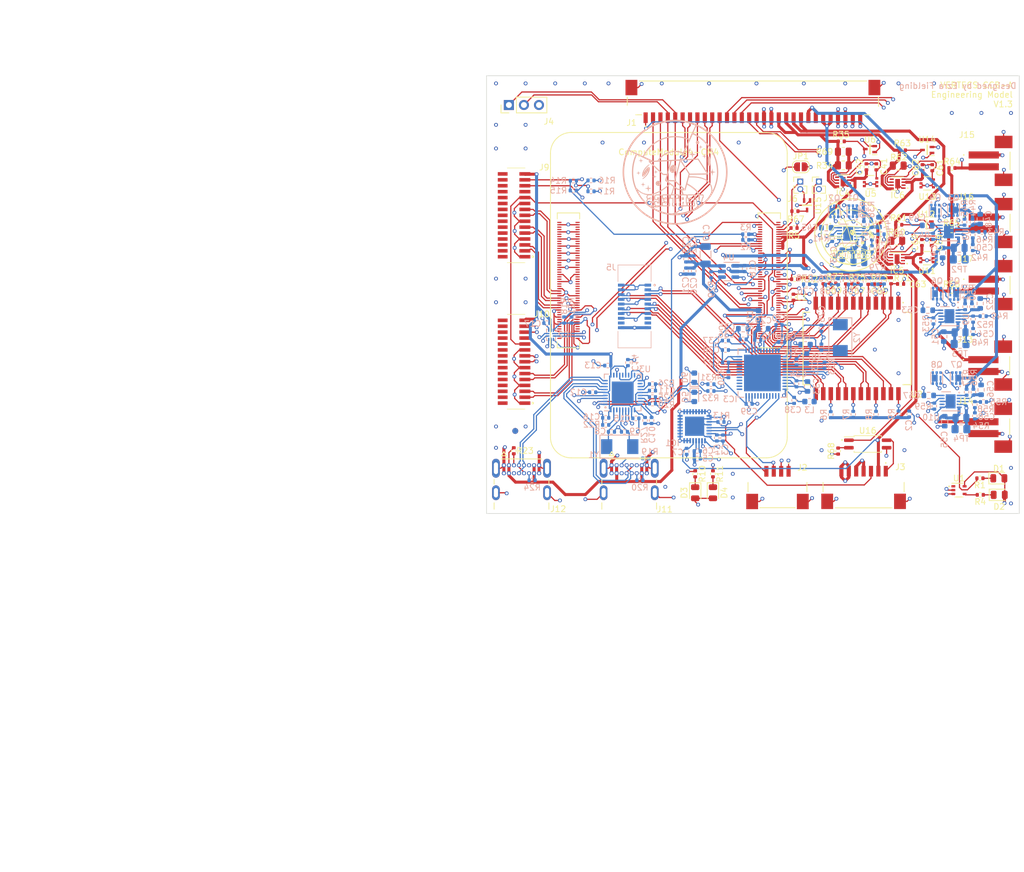
<source format=kicad_pcb>
(kicad_pcb (version 20221018) (generator pcbnew)
  (title_block (title "VERTECS Camera Control Board (A Variant)") (date "2023-12-11") (rev "1.3") (company "Kyushu Institute of Technology") (comment 1 "Designed by Ezra Fielding"))
  (layers (0 "F.Cu" signal) (1 "In1.Cu" power) (2 "In2.Cu" power) (31 "B.Cu" signal) (34 "B.Paste" user) (35 "F.Paste" user) (36 "B.SilkS" user "B.Silkscreen") (37 "F.SilkS" user "F.Silkscreen") (38 "B.Mask" user) (39 "F.Mask" user) (44 "Edge.Cuts" user))
  (net 0 "")
  (net 1 "Net-(U2-TCT1)")
  (net 2 "GND")
  (net 3 "Net-(C2-Pad2)")
  (net 4 "/CM4 GPIO/GPIO_VREF")
  (net 5 "/+5v_RPI")
  (net 6 "/XBAND_TEMP_PWR")
  (net 7 "Net-(U3-XTALIN{slash}CLKIN)")
  (net 8 "Net-(U3-XTALOUT)")
  (net 9 "/CM4 GPIO/+3.3v")
  (net 10 "/CM4 Highspeed/FTDI/VBUS")
  (net 11 "Net-(IC3-XCSI)")
  (net 12 "Net-(IC3-XCSO)")
  (net 13 "/CM4 Highspeed/FTDI/RESET#")
  (net 14 "Net-(IC3-VCCA)")
  (net 15 "/CM4 Highspeed/FTDI/VPHY")
  (net 16 "/CM4 Highspeed/FTDI/VPLL")
  (net 17 "/CM4 Highspeed/FTDI/VCC3V3")
  (net 18 "/CM4 Highspeed/FTDI/VCORE")
  (net 19 "Net-(IC4-GATE)")
  (net 20 "/+12v_XBAND")
  (net 21 "Net-(U7-VCC)")
  (net 22 "Net-(U7-TMR)")
  (net 23 "Net-(C46-Pad1)")
  (net 24 "Net-(U8-VCC)")
  (net 25 "Net-(U8-TMR)")
  (net 26 "Net-(C50-Pad1)")
  (net 27 "/PSU/UNREG_HEATER_1")
  (net 28 "Net-(U9-VCC)")
  (net 29 "Net-(U9-TMR)")
  (net 30 "Net-(C54-Pad1)")
  (net 31 "/PSU/UNREG_HEATER_2")
  (net 32 "Net-(U10-VCC)")
  (net 33 "Net-(U10-TMR)")
  (net 34 "Net-(C58-Pad1)")
  (net 35 "Net-(IC5-GATE)")
  (net 36 "/PSU/+3v3_TEMP")
  (net 37 "Net-(IC6-GATE)")
  (net 38 "Net-(D1-K)")
  (net 39 "Net-(D2-K)")
  (net 40 "Net-(D3-K)")
  (net 41 "Net-(D4-K)")
  (net 42 "/CM4 Highspeed/FTDI/D_N")
  (net 43 "/CM4 Highspeed/FTDI/D_P")
  (net 44 "/XBAND_TEMP_RTN")
  (net 45 "/CM4 GPIO/MISO")
  (net 46 "/CM4 GPIO/SCLK")
  (net 47 "/CM4 GPIO/MOSI")
  (net 48 "/CM4 GPIO/CE0")
  (net 49 "/CM4 Highspeed/USB2_P")
  (net 50 "/CM4 Highspeed/USB2_N")
  (net 51 "/CM4 Highspeed/USB Hub/HSD1-")
  (net 52 "/CM4 Highspeed/USB Hub/HSD1+")
  (net 53 "/ADB-USBD0_N")
  (net 54 "/ADB-USBD0_P")
  (net 55 "/CM4 Highspeed/USB_OTG_ID")
  (net 56 "Net-(IC3-REF)")
  (net 57 "/XBAND_IN")
  (net 59 "/XBAND_RTS")
  (net 75 "Net-(IC3-EEDATA)")
  (net 79 "Net-(IC4-~{ON})")
  (net 81 "Net-(IC4-SENSE)")
  (net 82 "/SUP_5V0")
  (net 84 "Net-(IC5-~{ON})")
  (net 86 "Net-(IC5-SENSE)")
  (net 87 "/SUP_3V3_2")
  (net 89 "Net-(IC6-~{ON})")
  (net 91 "Net-(IC6-SENSE)")
  (net 92 "/OBC-CCB_PWR_ON_DIO")
  (net 93 "/OBC-CCB_UART")
  (net 94 "/CCB-OBC_UART")
  (net 95 "/ADB-CCB_UART")
  (net 96 "/CCB-ADB_UART")
  (net 97 "/ADB_USBOTG")
  (net 98 "/ADB_USBD1_P")
  (net 99 "/ADB_USBD1_N")
  (net 100 "/TEMP_DIO")
  (net 101 "/TEMP_ANALOG1")
  (net 102 "/TEMP_ANALOG2")
  (net 103 "/TEMP_ANALOG3")
  (net 104 "/HEATER_1_DIO")
  (net 105 "/HEATER_2_DIO")
  (net 106 "/SUP_UNREG_2")
  (net 107 "/SUP_12V0")
  (net 108 "/XBAND_CONFIG")
  (net 109 "/XBAND_HK")
  (net 110 "/XBAND_DIO")
  (net 111 "/CM4 Highspeed/USB Hub/USB4_P")
  (net 112 "/CM4 GPIO/nRPIBOOT")
  (net 113 "Net-(J7-Pin_1)")
  (net 114 "UNREG_CAMERA")
  (net 118 "/CM4 GPIO/Ethernet/MX0_P")
  (net 119 "/CM4 GPIO/Ethernet/MX0_N")
  (net 120 "/CM4 GPIO/Ethernet/MX1_P")
  (net 121 "/CM4 GPIO/Ethernet/MX1_N")
  (net 122 "/CM4 Highspeed/CAM0_D0_N")
  (net 123 "/CM4 Highspeed/CAM0_D0_P")
  (net 124 "/CM4 Highspeed/CAM0_D1_N")
  (net 125 "/CM4 Highspeed/CAM0_D1_P")
  (net 126 "/CM4 Highspeed/CAM0_C_N")
  (net 127 "/CM4 Highspeed/CAM0_C_P")
  (net 129 "/CM4 Highspeed/CAM_GPIO")
  (net 130 "/CM4 Highspeed/SCL1")
  (net 131 "/CM4 Highspeed/SDA1")
  (net 132 "/CM4 Highspeed/CAM1_D0_N")
  (net 133 "/CM4 Highspeed/CAM1_D0_P")
  (net 134 "/CM4 Highspeed/CAM1_D1_N")
  (net 135 "/CM4 Highspeed/CAM1_D1_P")
  (net 136 "/CM4 Highspeed/CAM1_C_N")
  (net 137 "/CM4 Highspeed/CAM1_C_P")
  (net 138 "/CM4 GPIO/SCL0")
  (net 139 "/CM4 GPIO/SDA0")
  (net 140 "Net-(J11-CC1)")
  (net 142 "Net-(J11-CC2)")
  (net 144 "Net-(J12-CC1)")
  (net 146 "Net-(J12-CC2)")
  (net 148 "Net-(R67-Pad2)")
  (net 149 "Net-(JP1-A)")
  (net 150 "/CM4 GPIO/TRD3_P")
  (net 151 "/CM4 GPIO/TRD1_N")
  (net 152 "/CM4 GPIO/TRD3_N")
  (net 153 "/CM4 GPIO/TRD1_P")
  (net 154 "/CM4 GPIO/TRD2_N")
  (net 155 "/CM4 GPIO/TRD0_N")
  (net 156 "/CM4 GPIO/TRD2_P")
  (net 157 "/CM4 GPIO/TRD0_P")
  (net 158 "/CM4 GPIO/ETH_LEDG")
  (net 160 "/CM4 GPIO/ETH_LEDY")
  (net 163 "Net-(Module1A-PI_nLED_Activity)")
  (net 170 "/CM4 GPIO/ID_SC")
  (net 171 "/CM4 GPIO/ID_SD")
  (net 173 "/XBAND_TEMP_CTRL")
  (net 175 "/XB_PWR_CTRL")
  (net 177 "/CAM_PWR_CTRL")
  (net 194 "/CM4 GPIO/+1.8v")
  (net 195 "Net-(Module1A-BT_nDisable)")
  (net 198 "/CM4 GPIO/nPWR_LED")
  (net 201 "/CM4 Highspeed/nEXTRST")
  (net 253 "Net-(Q1-G)")
  (net 254 "Net-(Q1-S_1)")
  (net 255 "Net-(Q2-D_1)")
  (net 256 "Net-(Q3-G)")
  (net 257 "Net-(Q3-S_1)")
  (net 258 "Net-(Q4-D_1)")
  (net 259 "Net-(Q5-G)")
  (net 260 "Net-(Q5-S_1)")
  (net 261 "Net-(Q6-D_1)")
  (net 262 "Net-(Q7-G)")
  (net 263 "Net-(Q7-S_1)")
  (net 264 "Net-(Q8-D_1)")
  (net 265 "Net-(R4-Pad2)")
  (net 266 "Net-(U2-MCT4)")
  (net 267 "Net-(U2-MCT3)")
  (net 268 "Net-(U2-MCT2)")
  (net 269 "Net-(U2-MCT1)")
  (net 270 "Net-(U3-RBIAS)")
  (net 271 "Net-(U3-SCL{slash}SMBCLK{slash}CFG_SEL0)")
  (net 272 "Net-(U3-SDA{slash}SMBDATA{slash}NON_REM1)")
  (net 273 "Net-(U3-SUSP_IND{slash}LOCAL_PWR{slash}NON_REM0)")
  (net 274 "Net-(U3-HS_IND{slash}CFG_SEL1)")
  (net 275 "Net-(U4-ILIM)")
  (net 276 "Net-(U7-GATE)")
  (net 277 "Net-(U7-DRN)")
  (net 278 "Net-(U8-GATE)")
  (net 279 "Net-(U8-DRN)")
  (net 280 "Net-(U9-GATE)")
  (net 281 "Net-(U9-DRN)")
  (net 282 "Net-(U10-GATE)")
  (net 283 "Net-(U10-DRN)")
  (net 285 "/CM4 Highspeed/USB Hub/PWR1")
  (net 286 "/CM4 Highspeed/USB Hub/nOCS1")
  (net 296 "/CM4 Highspeed/USB Hub/USB3_N")
  (net 297 "/CM4 Highspeed/USB Hub/USB3_P")
  (net 298 "/CM4 Highspeed/USB Hub/USB4_N")
  (net 299 "Net-(R68-Pad2)")
  (net 300 "/CM4 Highspeed/USB Hub/VBUS")
  (net 301 "/CM4 GPIO/XBAND_Switch")
  (net 302 "/CM4 Highspeed/FTDI/D-")
  (net 303 "/CM4 Highspeed/FTDI/D+")
  (net 309 "/CM4 GPIO/Ethernet/MX2_P")
  (net 310 "/CM4 GPIO/Ethernet/MX2_N")
  (net 311 "/CM4 GPIO/Ethernet/MX3_P")
  (net 312 "/CM4 GPIO/Ethernet/MX3_N")
  (footprint "Resistor_SMD:R_0402_1005Metric" (layer "F.Cu") (at 182.75 127.75 180)
    (fp_text reference "R1")
    (fp_text value "1k")
  )
  (footprint "Resistor_SMD:R_0402_1005Metric" (layer "F.Cu") (at 157.9 94.8)
    (fp_text reference "C69")
    (fp_text value "15pF N.F.")
  )
  (footprint "VERTECS_CCB_Library:554600272" (layer "F.Cu") (at 185.5125 108.7 90)
    (fp_text reference "J13")
    (fp_text value "55460-0272" hide)
  )
  (footprint "Connector_PinHeader_2.54mm:PinHeader_1x03_P2.54mm_Vertical" (layer "F.Cu") (at 103.175 64.65 90)
    (fp_text reference "J4")
    (fp_text value "Conn_01x03")
  )
  (footprint "Resistor_SMD:R_0402_1005Metric" (layer "F.Cu") (at 182.8125 130.55 180)
    (fp_text reference "R4")
    (fp_text value "1k")
  )
  (footprint "LED_SMD:LED_0805_2012Metric" (layer "F.Cu") (at 134.65 130.2 -90)
    (fp_text reference "D3")
    (fp_text value "LED Green")
  )
  (footprint "Resistor_SMD:R_0402_1005Metric" (layer "F.Cu") (at 167.75 94.35 -90)
    (fp_text reference "R71")
    (fp_text value "49R9 N.F.")
  )
  (footprint "Resistor_SMD:R_0402_1005Metric" (layer "F.Cu") (at 151.5 82.6)
    (fp_text reference "R67")
    (fp_text value "1k")
  )
  (footprint "VERTECS_CCB_Library:DTC144EET1G" (layer "F.Cu") (at 164.1776 72.1 180)
    (fp_text reference "U6")
    (fp_text value "DTC144EET1G" hide)
  )
  (footprint "Package_DFN_QFN:DFN-8-1EP_2x2mm_P0.5mm_EP0.8x1.6mm" (layer "F.Cu") (at 159.6276 77.6 180)
    (fp_text reference "IC4")
    (fp_text value "LTC4361IDC-2#TRMPBF")
  )
  (footprint "Resistor_SMD:R_0402_1005Metric" (layer "F.Cu") (at 169.04 84.9)
    (fp_text reference "R61")
    (fp_text value "10k")
  )
  (footprint "Package_TO_SOT_SMD:SOT-353_SC-70-5" (layer "F.Cu") (at 179.2125 129.75)
    (fp_text reference "U1")
    (fp_text value "74LVC1G07SE-7")
  )
  (footprint "VERTECS_CCB_Library:UF6_TOS" (layer "F.Cu") (at 164.2776 77.7 180)
    (fp_text reference "U5")
    (fp_text value "SSM6K403TU,LF")
  )
  (footprint "Package_SO:SOP-4_4.4x2.6mm_P1.27mm" (layer "F.Cu") (at 163.8 121.95)
    (fp_text reference "U16")
    (fp_text value "TLP293")
  )
  (footprint "VERTECS_CCB_Library:554600272" (layer "F.Cu") (at 185.575 74.1 90)
    (fp_text reference "J15")
    (fp_text value "55460-0272" hide)
  )
  (footprint "Connector_PinHeader_1.27mm:PinHeader_1x02_P1.27mm_Vertical" (layer "F.Cu") (at 155.55 77.6)
    (fp_text reference "J7")
    (fp_text value "Conn_01x02")
  )
  (footprint "VERTECS_CCB_Library:DTC144EET1G" (layer "F.Cu") (at 153.55 81.6 -90)
    (fp_text reference "U15")
    (fp_text value "DTC144EET1G" hide)
  )
  (footprint "VERTECS_CCB_Library:DF1430P125H35" (layer "F.Cu") (at 144.4 63.7)
    (fp_text reference "J1")
    (fp_text value "DF14-30P-1.25H_35_" hide)
  )
  (footprint "MountingHole:MountingHole_3.2mm_M3_ISO14580" (layer "F.Cu") (at 114.4 126.7)
    (fp_text reference "H3" hide)
    (fp_text value "MountingHole")
  )
  (footprint "Fiducial:Fiducial_1mm_Mask2mm" (layer "F.Cu") (at 104.25 119.75)
    (fp_text reference "FID1" hide)
    (fp_text value "Fiducial_1mm_Mask2mm")
  )
  (footprint "Resistor_SMD:R_0402_1005Metric" (layer "F.Cu") (at 165.25 75.1 90)
    (fp_text reference "C41")
    (fp_text value "3300pF")
  )
  (footprint "VERTECS_CCB_Library:DF144P125H35" (layer "F.Cu") (at 148.55 129.65 180)
    (fp_text reference "J2")
    (fp_text value "DF14-4P-1.25H_35_" hide)
  )
  (footprint "Resistor_SMD:R_0402_1005Metric" (layer "F.Cu") (at 178.03 75.3 180)
    (fp_text reference "R64")
    (fp_text value "10k")
  )
  (footprint "MountingHole:MountingHole_3.2mm_M3_ISO14580" (layer "F.Cu") (at 114.4 66.7)
    (fp_text reference "H1" hide)
    (fp_text value "MountingHole")
  )
  (footprint "VERTECS_CCB_Library:117342485" (layer "F.Cu") (at 105.9 108.05 -90)
    (fp_text reference "J10")
    (fp_text value "1-1734248-5" hide)
  )
  (footprint "VERTECS_CCB_Library:DTC144EET1G" (layer "F.Cu") (at 173.85 72.25 180)
    (fp_text reference "U14")
    (fp_text value "DTC144EET1G" hide)
  )
  (footprint "VERTECS_CCB_Library:UF6_TOS" (layer "F.Cu") (at 173.8026 90.55 180)
    (fp_text reference "U11")
    (fp_text value "SSM6K403TU,LF")
  )
  (footprint "Resistor_SMD:R_0402_1005Metric" (layer "F.Cu") (at 159.3276 70.8)
    (fp_text reference "R35")
    (fp_text value "10k")
  )
  (footprint "Resistor_SMD:R_0402_1005Metric" (layer "F.Cu") (at 169.65 72.3)
    (fp_text reference "R63")
    (fp_text value "10k")
  )
  (footprint "Resistor_SMD:R_0402_1005Metric" (layer "F.Cu") (at 104 123.1 90)
    (fp_text reference "R23")
    (fp_text value "56k")
  )
  (footprint "VERTECS_CCB_Library:23378222" (layer "F.Cu") (at 162 105.8 180)
    (fp_text reference "U2")
    (fp_text value "2337822-2" hide)
  )
  (footprint "VERTECS_CCB_Library:DTC144EET1G" (layer "F.Cu") (at 173.74 84.85 180)
    (fp_text reference "U12")
    (fp_text value "DTC144EET1G" hide)
  )
  (footprint "Resistor_SMD:R_0402_1005Metric" (layer "F.Cu") (at 172.95 87.9 90)
    (fp_text reference "C60")
    (fp_text value "10µF")
  )
  (footprint "LED_SMD:LED_0805_2012Metric" (layer "F.Cu") (at 137.65 130.2 -90)
    (fp_text reference "D4")
    (fp_text value "LED Yellow")
  )
  (footprint "VERTECS_CCB_Library:MOLEX_2137160001" (layer "F.Cu") (at 105.305 133.2)
    (fp_text reference "J12")
    (fp_text value "2137160001")
  )
  (footprint "Resistor_SMD:R_0402_1005Metric" (layer "F.Cu") (at 177.98 85.85 180)
    (fp_text reference "R65")
    (fp_text value "10k")
  )
  (footprint "Resistor_SMD:R_0402_1005Metric" (layer "F.Cu") (at 163.89 94.45 -90)
    (fp_text reference "R73")
    (fp_text value "49R9 N.F.")
  )
  (footprint "VERTECS_CCB_Library:MOLEX_2137160001" (layer "F.Cu") (at 123.5 133.2)
    (fp_text reference "J11")
    (fp_text value "2137160001")
  )
  (footprint "Resistor_SMD:R_0805_2012Metric" (layer "F.Cu") (at 168.7026 87.6)
    (fp_text reference "R60")
    (fp_text value "F1")
  )
  (footprint "Resistor_SMD:R_0402_1005Metric" (layer "F.Cu") (at 160.1 94.39 -90)
    (fp_text reference "R75")
    (fp_text value "49R9 N.F.")
  )
  (footprint "Resistor_SMD:R_0402_1005Metric" (layer "F.Cu") (at 156.3 94.35 -90)
    (fp_text reference "R77")
    (fp_text value "49R9 N.F.")
  )
  (footprint "Package_DFN_QFN:DFN-8-1EP_2x2mm_P0.5mm_EP0.8x1.6mm" (layer "F.Cu") (at 168.85 77.95 180)
    (fp_text reference "IC6")
    (fp_text value "LTC4361IDC-2#TRMPBF")
  )
  (footprint "VERTECS_CCB_Library:Raspberry-Pi-4-Compute-Module" (layer "F.Cu") (at 146.7 72.8 180)
    (fp_text reference "Module1")
    (fp_text value "ComputeModule4-CM4")
  )
  (footprint "VERTECS_CCB_Library:UF6_TOS" (layer "F.Cu") (at 173.85 77.9 180)
    (fp_text reference "U13")
    (fp_text value "SSM6K403TU,LF")
  )
  (footprint "Resistor_SMD:R_0805_2012Metric" (layer "F.Cu") (at 159.6776 74.85)
    (fp_text reference "R34")
    (fp_text value "F0.033")
  )
  (footprint "Resistor_SMD:R_0402_1005Metric" (layer "F.Cu") (at 151.45 94.1)
    (fp_text reference "R12")
    (fp_text value "10k")
  )
  (footprint "Resistor_SMD:R_0402_1005Metric" (layer "F.Cu") (at 174.6 87.9 90)
    (fp_text reference "C59")
    (fp_text value "3300pF")
  )
  (footprint "MountingHole:MountingHole_3.2mm_M3_ISO14580" (layer "F.Cu") (at 174.4 66.7)
    (fp_text reference "H2" hide)
    (fp_text value "MountingHole")
  )
  (footprint "Jumper:SolderJumper-2_P1.3mm_Open_RoundedPad1.0x1.5mm" (layer "F.Cu") (at 152.5 75.1)
    (fp_text reference "JP1")
    (fp_text value "SolderJumper_2_Open")
  )
  (footprint "VERTECS_CCB_Library:117342485" (layer "F.Cu") (at 105.9 83.3 -90)
    (fp_text reference "J9")
    (fp_text value "1-1734248-5" hide)
  )
  (footprint "Resistor_SMD:R_0402_1005Metric" (layer "F.Cu") (at 151.25 97.15 -90)
    (fp_text reference "C1")
    (fp_text value "0.1µF")
  )
  (footprint "LED_SMD:LED_0805_2012Metric" (layer "F.Cu") (at 185.95 127.75)
    (fp_text reference "D1")
    (fp_text value "LED Green")
  )
  (footprint "Resistor_SMD:R_0402_1005Metric" (layer "F.Cu") (at 151.35 85.45)
    (fp_text reference "R5")
    (fp_text value "0R")
  )
  (footprint "MountingHole:MountingHole_3.2mm_M3_ISO14580" (layer "F.Cu") (at 174.4 126.7)
    (fp_text reference "H4" hide)
    (fp_text value "MountingHole")
  )
  (footprint "Resistor_SMD:R_0402_1005Metric" (layer "F.Cu") (at 174.7 75.25 90)
    (fp_text reference "C61")
    (fp_text value "3300pF")
  )
  (footprint "Resistor_SMD:R_0402_1005Metric" (layer "F.Cu") (at 163.5776 75.1 90)
    (fp_text reference "C42")
    (fp_text value "10µF")
  )
  (footprint "Connector_PinHeader_1.27mm:PinHeader_1x02_P1.27mm_Vertical" (layer "F.Cu") (at 152.4 77.6)
    (fp_text reference "J6")
    (fp_text value "Conn_01x02")
  )
  (footprint "Resistor_SMD:R_0402_1005Metric" (layer "F.Cu") (at 165.44 94.95)
    (fp_text reference "C65")
    (fp_text value "15pF N.F.")
  )
  (footprint "Resistor_SMD:R_0805_2012Metric" (layer "F.Cu") (at 168.95 74.9)
    (fp_text reference "R62")
    (fp_text value "F1")
  )
  (footprint "VERTECS_CCB_Library:554600272" (layer "F.Cu") (at 185.575 84.6 90)
    (fp_text reference "J16")
    (fp_text value "55460-0272" hide)
  )
  (footprint "Resistor_SMD:R_0402_1005Metric" (layer "F.Cu") (at 137.65 127 -90)
    (fp_text reference "R11")
    (fp_text value "470R")
  )
  (footprint "Resistor_SMD:R_0402_1005Metric" (layer "F.Cu") (at 158.8 123.15 90)
    (fp_text reference "R68")
    (fp_text value "2k7")
  )
  (footprint "Resistor_SMD:R_0805_2012Metric" (layer "F.Cu") (at 159.6776 72.55)
    (fp_text reference "R69")
    (fp_text value "F0.033")
  )
  (footprint "Resistor_SMD:R_0402_1005Metric" (layer "F.Cu") (at 134.65 127 -90)
    (fp_text reference "R10")
    (fp_text value "470R")
  )
  (footprint "Resistor_SMD:R_0402_1005Metric" (layer "F.Cu") (at 161.65 94.85)
    (fp_text reference "C67")
    (fp_text value "15pF N.F.")
  )
  (footprint "Resistor_SMD:R_0402_1005Metric" (layer "F.Cu") (at 177.98 96.1 180)
    (fp_text reference "R66")
    (fp_text value "10k")
  )
  (footprint "LOGO" (layer "F.Cu") (at 160.95 86.6)
    (fp_text reference "G***" hide)
    (fp_text value "LOGO" hide)
  )
  (footprint "VERTECS_CCB_Library:554600272" (layer "F.Cu") (at 185.575 95.1 90)
    (fp_text reference "J17")
    (fp_text value "55460-0272" hide)
  )
  (footprint "Package_DFN_QFN:DFN-8-1EP_2x2mm_P0.5mm_EP0.8x1.6mm" (layer "F.Cu") (at 168.7526 90.7 180)
    (fp_text reference "IC5")
    (fp_text value "LTC4361IDC-2#TRMPBF")
  )
  (footprint "VERTECS_CCB_Library:DF147P125H35" (layer "F.Cu") (at 163.1 129.3 180)
    (fp_text reference "J3")
    (fp_text value "DF14-7P-1.25H_35_" hide)
  )
  (footprint "LED_SMD:LED_0805_2012Metric" (layer "F.Cu") (at 186.0125 130.55)
    (fp_text reference "D2")
    (fp_text value "LED Red")
  )
  (footprint "Resistor_SMD:R_0402_1005Metric" (layer "F.Cu") (at 169.35 94.9)
    (fp_text reference "C63")
    (fp_text value "15pF N.F.")
  )
  (footprint "VERTECS_CCB_Library:554600272" (layer "F.Cu") (at 185.5125 119.2 90)
    (fp_text reference "J14")
    (fp_text value "55460-0272" hide)
  )
  (footprint "Resistor_SMD:R_0402_1005Metric" (layer "F.Cu") (at 173.05 75.25 90)
    (fp_text reference "C62")
    (fp_text value "10µF")
  )
  (footprint "Resistor_SMD:R_0402_1005Metric" (layer "B.Cu") (at 162.649524 94.5 -90)
    (fp_text reference "R74")
    (fp_text value "49R9 N.F.")
  )
  (footprint "Resistor_SMD:R_0805_2012Metric" (layer "B.Cu") (at 162.3 89.2 180)
    (fp_text reference "R36")
    (fp_text value "F0.033")
  )
  (footprint "Resistor_SMD:R_0402_1005Metric" (layer "B.Cu") (at 135 123.15)
    (fp_text reference "C6")
    (fp_text value "0.1µF")
  )
  (footprint "Resistor_SMD:R_0402_1005Metric" (layer "B.Cu") (at 148.81 101.83 180)
    (fp_text reference "R70")
    (fp_text value "10k")
  )
  (footprint "Resistor_SMD:R_0402_1005Metric" (layer "B.Cu") (at 139 118.233334)
    (fp_text reference "R13")
    (fp_text value "10k")
  )
  (footprint "Package_DFN_QFN:QFN-36-1EP_6x6mm_P0.5mm_EP3.7x3.7mm" (layer "B.Cu") (at 122.4 113.25)
    (fp_text reference "U3")
    (fp_text value "USB2514B-I/M2")
  )
  (footprint "Resistor_SMD:R_0402_1005Metric" (layer "B.Cu") (at 151.76 108.08 -90)
    (fp_text reference "C32")
    (fp_text value "0.1µF")
  )
  (footprint "Resistor_SMD:R_0603_1608Metric" (layer "B.Cu") (at 159.5 89.95 -90)
    (fp_text reference "C43")
    (fp_text value "22µF")
  )
  (footprint "Resistor_SMD:R_0402_1005Metric" (layer "B.Cu") (at 143.2 87.45 180)
    (fp_text reference "R2")
    (fp_text value "0R")
  )
  (footprint "Diode_SMD:D_0603_1608Metric" (layer "B.Cu") (at 134.5 110.75 90)
    (fp_text reference "D6")
    (fp_text value "PGB1010603MR")
  )
  (footprint "Resistor_SMD:R_0603_1608Metric" (layer "B.Cu") (at 165.7 84.45 90)
    (fp_text reference "C44")
    (fp_text value "4.7µF")
  )
  (footprint "Resistor_SMD:R_0402_1005Metric" (layer "B.Cu") (at 180.25 98.75 -90)
    (fp_text reference "R51")
    (fp_text value "150k")
  )
  (footprint "Resistor_SMD:R_0402_1005Metric" (layer "B.Cu") (at 181.9 117.2 -90)
    (fp_text reference "C58")
    (fp_text value "0.047µF")
  )
  (footprint "Resistor_SMD:R_0402_1005Metric" (layer "B.Cu") (at 138.3 120.933334 -90)
    (fp_text reference "C4")
    (fp_text value "0.1µF")
  )
  (footprint "Resistor_SMD:R_0603_1608Metric" (layer "B.Cu") (at 174.1 113.75 180)
    (fp_text reference "C57")
    (fp_text value "0.22µF")
  )
  (footprint "Resistor_SMD:R_0402_1005Metric" (layer "B.Cu") (at 181.55 88.75 -90)
    (fp_text reference "C50")
    (fp_text value "0.047µF")
  )
  (footprint "Resistor_SMD:R_0402_1005Metric" (layer "B.Cu") (at 181.4 98.75 -90)
    (fp_text reference "R50")
    (fp_text value "10k")
  )
  (footprint "VERTECS_CCB_Library:SSM6K514NU,LF" (layer "B.Cu") (at 175.2 82.5)
    (fp_text reference "Q4")
    (fp_text value "SSM6K514NU,LF" hide)
  )
  (footprint "Resistor_SMD:R_0402_1005Metric" (layer "B.Cu") (at 163.15 84.85 -90)
    (fp_text reference "R39")
    (fp_text value "150k")
  )
  (footprint "Resistor_SMD:R_1206_3216Metric" (layer "B.Cu") (at 136.4 90.05 90)
    (fp_text reference "C19")
    (fp_text value "100µF")
  )
  (footprint "Resistor_SMD:R_0402_1005Metric" (layer "B.Cu") (at 109.59 101.52 180)
    (fp_text reference "C17")
    (fp_text value "0.1µF")
  )
  (footprint "Resistor_SMD:R_0402_1005Metric" (layer "B.Cu") (at 127.43 115.13)
    (fp_text reference "R28")
    (fp_text value "36k")
  )
  (footprint "Package_DFN_QFN:UQFN-10_1.4x1.8mm_P0.4mm" (layer "B.Cu") (at 110.3 103.5 180)
    (fp_text reference "IC2")
    (fp_text value "FSUSB42UMX")
  )
  (footprint "Resistor_SMD:R_0402_1005Metric" (layer "B.Cu") (at 155.9675 102.38 -90)
    (fp_text reference "C25")
    (fp_text value "27pF")
  )
  (footprint "Resistor_SMD:R_0402_1005Metric" (layer "B.Cu") (at 161.049524 95 180)
    (fp_text reference "C66")
    (fp_text value "15pF N.F.")
  )
  (footprint "Resistor_SMD:R_0402_1005Metric" (layer "B.Cu") (at 122.7 119.9 180)
    (fp_text reference "C9")
    (fp_text value "27pF")
  )
  (footprint "Resistor_SMD:R_0402_1005Metric" (layer "B.Cu") (at 174.9 101.15 -90)
    (fp_text reference "R53")
    (fp_text value "10k")
  )
  (footprint "Inductor_SMD:L_0603_1608Metric" (layer "B.Cu") (at 153.96 114.78)
    (fp_text reference "L3")
    (fp_text value "600R/0.5A")
  )
  (footprint "Resistor_SMD:R_0402_1005Metric" (layer "B.Cu") (at 139.76 106.07 180)
    (fp_text reference "C28")
    (fp_text value "0.1µF")
  )
  (footprint "Resistor_SMD:R_0402_1005Metric" (layer "B.Cu") (at 119.88 108.7 180)
    (fp_text reference "C13")
    (fp_text value "0.1µF")
  )
  (footprint "Resistor_SMD:R_0402_1005Metric" (layer "B.Cu") (at 155.019524 94.5 -90)
    (fp_text reference "R78")
    (fp_text value "49R9 N.F.")
  )
  (footprint "Inductor_SMD:L_0603_1608Metric" (layer "B.Cu") (at 153.3 105.15)
    (fp_text reference "L2")
    (fp_text value "600R/0.5A")
  )
  (footprint "Resistor_SMD:R_0603_1608Metric" (layer "B.Cu") (at 153.6175 112.23 -90)
    (fp_text reference "C33")
    (fp_text value "4.7µF N.F.")
  )
  (footprint "Resistor_SMD:R_0402_1005Metric" (layer "B.Cu") (at 143.9 99.85 -90)
    (fp_text reference "C24")
    (fp_text value "0.01µF")
  )
  (footprint "Resistor_SMD:R_0402_1005Metric" (layer "B.Cu") (at 127.43 114.03)
    (fp_text reference "R25")
    (fp_text value "36k")
  )
  (footprint "Resistor_SMD:R_0805_2012Metric" (layer "B.Cu") (at 179.55 117.55 180)
    (fp_text reference "R54")
    (fp_text value "F0.025")
  )
  (footprint "Package_DFN_QFN:DFN-10-1EP_3x3mm_P0.5mm_EP1.65x2.38mm" (layer "B.Cu") (at 160.5 86.4 180)
    (fp_text reference "U7")
    (fp_text value "LTC4380HDD-1-PBF")
  )
  (footprint "Package_DFN_QFN:QFN-48-1EP_8x8mm_P0.5mm_EP6.2x6.2mm" (layer "B.Cu") (at 146 109.95 180)
    (fp_text reference "IC3")
    (fp_text value "FT232HQ")
  )
  (footprint "Resistor_SMD:R_0402_1005Metric" (layer "B.Cu") (at 133.10238 90.67 90)
    (fp_text reference "C23")
    (fp_text value "10µF")
  )
  (footprint "Resistor_SMD:R_0402_1005Metric" (layer "B.Cu") (at 124.62 117.62)
    (fp_text reference "C15")
    (fp_text value "0.1µF")
  )
  (footprint "Resistor_SMD:R_0402_1005Metric" (layer "B.Cu") (at 174.85 86.85 -90)
    (fp_text reference "R47")
    (fp_text value "10k")
  )
  (footprint "Resistor_SMD:R_0402_1005Metric" (layer "B.Cu") (at 143.76 115.18)
    (fp_text reference "C39")
    (fp_text value "0.1µF")
  )
  (footprint "Resistor_SMD:R_0402_1005Metric" (layer "B.Cu") (at 137.3 113 180)
    (fp_text reference "R32")
    (fp_text value "0R")
  )
  (footprint "Resistor_SMD:R_0402_1005Metric" (layer "B.Cu") (at 145.21 104.38)
    (fp_text reference "C30")
    (fp_text value "0.1µF")
  )
  (footprint "Resistor_SMD:R_0402_1005Metric" (layer "B.Cu") (at 151.76 111.78 -90)
    (fp_text reference "C34")
    (fp_text value "0.1µF")
  )
  (footprint "Resistor_SMD:R_0402_1005Metric" (layer "B.Cu") (at 140.26 110.23 90)
    (fp_text reference "R30")
    (fp_text value "10k")
  )
  (footprint "Resistor_SMD:R_0402_1005Metric" (layer "B.Cu") (at 180.5 113.2 -90)
    (fp_text reference "R57")
    (fp_text value "150k")
  )
  (footprint "Resistor_SMD:R_0402_1005Metric" (layer "B.Cu") (at 137.35 93.35 -90)
    (fp_text reference "R29")
    (fp_text value "15k")
  )
  (footprint "Crystal:Crystal_SMD_0603-2Pin_6.0x3.5mm" (layer "B.Cu") (at 159.1675 103.98 -90)
    (fp_text reference "Y2")
    (fp_text value "12MHz")
  )
  (footprint "Resistor_SMD:R_0402_1005Metric" (layer "B.Cu") (at 120.5 119.9)
    (fp_text reference "C8")
    (fp_text value "27pF")
  )
  (footprint "Resistor_SMD:R_0603_1608Metric" (layer "B.Cu") (at 176.8 118.1 -90)
    (fp_text reference "C55")
    (fp_text value "22µF")
  )
  (footprint "Resistor_SMD:R_0603_1608Metric" (layer "B.Cu") (at 156.8 85.4 180)
    (fp_text reference "C45")
    (fp_text value "0.22µF")
  )
  (footprint "Crystal:Crystal_SMD_0603-2Pin_6.0x3.5mm" (layer "B.Cu") (at 121.9 122.4)
    (fp_text reference "Y1")
    (fp_text value "24MHz")
  )
  (footprint "Resistor_SMD:R_0402_1005Metric" (layer "B.Cu") (at 123.28 108.2 90)
    (fp_text reference "C14")
    (fp_text value "0.1µF")
  )
  (footprint "Resistor_SMD:R_0402_1005Metric" (layer "B.Cu") (at 181.65 113.2 -90)
    (fp_text reference "R56")
    (fp_text value "10k")
  )
  (footprint "Resistor_SMD:R_0603_1608Metric" (layer "B.Cu") (at 146.16 102.47)
    (fp_text reference "C29")
    (fp_text value "4.7µF")
  )
  (footprint "Resistor_SMD:R_0402_1005Metric" (layer "B.Cu") (at 127.28 117.98 -90)
    (fp_text reference "C10")
    (fp_text value "10µF")
  )
  (footprint "Resistor_SMD:R_0402_1005Metric" (layer "B.Cu") (at 170.8 116.89 -90)
    (fp_text reference "C2")
    (fp_text value "1000pF")
  )
  (footprint "Resistor_SMD:R_0402_1005Metric" (layer "B.Cu") (at 119.53 117.53 180)
    (fp_text reference "C16")
    (fp_text value "0.1µF")
  )
  (footprint "Resistor_SMD:R_0603_1608Metric" (layer "B.Cu") (at 182.8 83.95 90)
    (fp_text reference "C48")
    (fp_text value "4.7µF")
  )
  (footprint "Resistor_SMD:R_0402_1005Metric" (layer "B.Cu") (at 143 92.3 -90)
    (fp_text reference "C18")
    (fp_text value "10µF")
  )
  (footprint "VERTECS_CCB_Library:AD7490BCPZ" (layer "B.Cu") (at 134.55 118.95 -90)
    (fp_text reference "IC1")
    (fp_text value "AD7490BCPZ" hide)
  )
  (footprint "Resistor_SMD:R_0402_1005Metric" (layer "B.Cu") (at 164.4 84.85 -90)
    (fp_text reference "R38")
    (fp_text value "10k")
  )
  (footprint "Resistor_SMD:R_0402_1005Metric" (layer "B.Cu") (at 117.05 77.4 180)
    (fp_text reference "R16")
    (fp_text value "0R")
  )
  (footprint "Resistor_SMD:R_0402_1005Metric" (layer "B.Cu") (at 112.5 101 -90)
    (fp_text reference "R18")
    (fp_text value "2k2")
  )
  (footprint "VERTECS_CCB_Library:SSM6K514NU,LF" (layer "B.Cu") (at 178.4 96.6 180)
    (fp_text reference "Q5")
    (fp_text value "SSM6K514NU,LF" hide)
  )
  (footprint "Resistor_SMD:R_0805_2012Metric_Pad1.20x1.40mm_HandSolder" (layer "B.Cu") (at 179.4 105.05 180)
    (fp_text reference "TP3")
    (fp_text value "TestPoint_2Pole")
  )
  (footprint "Resistor_SMD:R_0603_1608Metric" (layer "B.Cu") (at 176.65 103.8 -90)
    (fp_text reference "C51")
    (fp_text value "22µF")
  )
  (footprint "Resistor_SMD:R_0402_1005Metric" (layer "B.Cu") (at 165.2 116.95 -90)
    (fp_text reference "R8")
    (fp_text value "75R")
  )
  (footprint "Resistor_SMD:R_0805_2012Metric_Pad1.20x1.40mm_HandSolder" (layer "B.Cu") (at 179.25 90.75 180)
    (fp_text reference "TP2")
    (fp_text value "TestPoint_2Pole")
  )
  (footprint "Resistor_SMD:R_0603_1608Metric" (layer "B.Cu") (at 153.45 107.5 -90)
    (fp_text reference "C31")
    (fp_text value "4.7µF N.F.")
  )
  (footprint "Package_TO_SOT_SMD:SOT-23-6" (layer "B.Cu") (at 140.3 92.8 180)
    (fp_text reference "U4")
    (fp_text value "AP22653W6-7")
  )
  (footprint "Resistor_SMD:R_0402_1005Metric" (layer "B.Cu") (at 113.75 101 90)
    (fp_text reference "R21")
    (fp_text value "2k2")
  )
  (footprint "VERTECS_CCB_Library:SSM6K514NU,LF" (layer "B.Cu") (at 175.5 96.5316)
    (fp_text reference "Q6")
    (fp_text value "SSM6K514NU,LF" hide)
  )
  (footprint "Fiducial:Fiducial_1mm_Mask2mm" (layer "B.Cu") (at 104.25 119.75 180)
    (fp_text reference "FID2" hide)
    (fp_text value "Fiducial_1mm_Mask2mm")
  )
  (footprint "Resistor_SMD:R_0402_1005Metric" (layer "B.Cu") (at 161.35 116.95 -90)
    (fp_text reference "R7")
    (fp_text value "75R")
  )
  (footprint "Diode_SMD:D_0603_1608Metric" (layer "B.Cu") (at 134.5 114 -90)
    (fp_text reference "D5")
    (fp_text value "PGB1010603MR")
  )
  (footprint "Resistor_SMD:R_0402_1005Metric" (layer "B.Cu") (at 183.35 114.85 180)
    (fp_text reference "R55")
    (fp_text value "10R")
  )
  (footprint "Resistor_SMD:R_0603_1608Metric" (layer "B.Cu") (at 182.8 98.2 90)
    (fp_text reference "C52")
    (fp_text value "4.7µF")
  )
  (footprint "Resistor_SMD:R_0402_1005Metric" (layer "B.Cu") (at 181.5 84.45 -90)
    (fp_text reference "R44")
    (fp_text value "10k")
  )
  (footprint "VERTECS_CCB_Library:SSM6K514NU,LF" (layer "B.Cu") (at 161.3 82.6 180)
    (fp_text reference "Q1")
    (fp_text value "SSM6K514NU,LF" hide)
  )
  (footprint "Resistor_SMD:R_0603_1608Metric" (layer "B.Cu") (at 142.76 102.47 180)
    (fp_text reference "C35")
    (fp_text value "4.7µF")
  )
  (footprint "Resistor_SMD:R_0402_1005Metric" (layer "B.Cu") (at 183.1 86.1 180)
    (fp_text reference "R43")
    (fp_text value "10R")
  )
  (footprint "Resistor_SMD:R_0402_1005Metric" (layer "B.Cu") (at 114.07 77.45)
    (fp_text reference "R14")
    (fp_text value "2k2")
  )
  (footprint "Resistor_SMD:R_0402_1005Metric" (layer "B.Cu") (at 157.8 87.2 -90)
    (fp_text reference "R41")
    (fp_text value "10k")
  )
  (footprint "Resistor_SMD:R_0402_1005Metric" (layer "B.Cu") (at 134.40238 92.72 -90)
    (fp_text reference "C20")
    (fp_text value "10µF")
  )
  (footprint "Resistor_SMD:R_0603_1608Metric" (layer "B.Cu") (at 173.85 85 180)
    (fp_text reference "C49")
    (fp_text value "0.22µF")
  )
  (footprint "VERTECS_CCB_Library:SSM6K514NU,LF" (layer "B.Cu") (at 175.45 110.8184)
    (fp_text reference "Q8")
    (fp_text value "SSM6K514NU,LF" hide)
  )
  (footprint "Resistor_SMD:R_0402_1005Metric" (layer "B.Cu") (at 181.6 100.85 -90)
    (fp_text reference "R52")
    (fp_text value "33R")
  )
  (footprint "LOGO" (layer "B.Cu") (at 131.25 76 180)
    (fp_text reference "G***" hide)
    (fp_text value "LOGO" hide)
  )
  (footprint "VERTECS_CCB_Library:SSM6K514NU,LF" (layer "B.Cu") (at 178.3 82.4 180)
    (fp_text reference "Q3")
    (fp_text value "SSM6K514NU,LF" hide)
  )
  (footprint "Resistor_SMD:R_0402_1005Metric" (layer "B.Cu") (at 180.15 84.45 -90)
    (fp_text reference "R45")
    (fp_text value "150k")
  )
  (footprint "Resistor_SMD:R_0402_1005Metric" (layer "B.Cu") (at 169 116.9 -90)
    (fp_text reference "R9")
    (fp_text value "75R")
  )
  (footprint "Package_DFN_QFN:DFN-10-1EP_3x3mm_P0.5mm_EP1.65x2.38mm" (layer "B.Cu") (at 177.8 114.75 180)
    (fp_text reference "U10")
    (fp_text value "LTC4380HDD-1-PBF")
  )
  (footprint "Package_DFN_QFN:DFN-10-1EP_3x3mm_P0.5mm_EP1.65x2.38mm" (layer "B.Cu") (at 177.6 100.35 180)
    (fp_text reference "U9")
    (fp_text value "LTC4380HDD-1-PBF")
  )
  (footprint "Resistor_SMD:R_0402_1005Metric" (layer "B.Cu") (at 153.469524 94.95 180)
    (fp_text reference "C70")
    (fp_text value "15pF N.F.")
  )
  (footprint "Resistor_SMD:R_0402_1005Metric" (layer "B.Cu") (at 107.1 128.1)
    (fp_text reference "R24")
    (fp_text value "56k")
  )
  (footprint "Resistor_SMD:R_0402_1005Metric" (layer "B.Cu") (at 119.53 118.73)
    (fp_text reference "R22")
    (fp_text value "12k")
  )
  (footprint "Resistor_SMD:R_0402_1005Metric" (layer "B.Cu") (at 114.05 79.1)
    (fp_text reference "R15")
    (fp_text value "2k2")
  )
  (footprint "Resistor_SMD:R_0805_2012Metric" (layer "B.Cu") (at 179.4 103.1 180)
    (fp_text reference "R48")
    (fp_text value "F0.025")
  )
  (footprint "Resistor_SMD:R_0402_1005Metric" (layer "B.Cu") (at 166.05 86.5 180)
    (fp_text reference "R37")
    (fp_text value "10R")
  )
  (footprint "Resistor_SMD:R_0402_1005Metric" (layer "B.Cu") (at 142.76 104.27 180)
    (fp_text reference "C36")
    (fp_text value "0.1µF")
  )
  (footprint "Package_DFN_QFN:DFN-10-1EP_3x3mm_P0.5mm_EP1.65x2.38mm" (layer "B.Cu") (at 177.5 86 180)
    (fp_text reference "U8")
    (fp_text value "LTC4380HDD-1-PBF")
  )
  (footprint "Resistor_SMD:R_0402_1005Metric" (layer "B.Cu") (at 181.9 115.3 -90)
    (fp_text reference "R58")
    (fp_text value "33R")
  )
  (footprint "Resistor_SMD:R_0402_1005Metric" (layer "B.Cu") (at 157.159524 95.01 180)
    (fp_text reference "C68")
    (fp_text value "15pF N.F.")
  )
  (footprint "Resistor_SMD:R_0402_1005Metric" (layer "B.Cu") (at 127.43 111.83)
    (fp_text reference "R26")
    (fp_text value "36k")
  )
  (footprint "Resistor_SMD:R_0402_1005Metric" (layer "B.Cu") (at 139.35 120.949998 -90)
    (fp_text reference "C3")
    (fp_text value "10µF")
  )
  (footprint "Resistor_SMD:R_0805_2012Metric" (layer "B.Cu") (at 162.3 91.2 180)
    (fp_text reference "R79")
    (fp_text value "F0.033")
  )
  (footprint "Resistor_SMD:R_0402_1005Metric" (layer "B.Cu") (at 134.40238 90.67 90)
    (fp_text reference "C22")
    (fp_text value "10µF")
  )
  (footprint "Resistor_SMD:R_0402_1005Metric" (layer "B.Cu") (at 133.10238 92.72 -90)
    (fp_text reference "C21")
    (fp_text value "10µF")
  )
  (footprint "Resistor_SMD:R_0402_1005Metric" (layer "B.Cu") (at 135 124.433334)
    (fp_text reference "C5")
    (fp_text value "10µF")
  )
  (footprint "Resistor_SMD:R_0402_1005Metric" (layer "B.Cu") (at 164.5 86.95 -90)
    (fp_text reference "R40")
    (fp_text value "33R")
  )
  (footprint "Resistor_SMD:R_0603_1608Metric" (layer "B.Cu") (at 173.95 99.35 180)
    (fp_text reference "C53")
    (fp_text value "0.22µF")
  )
  (footprint "VERTECS_CCB_Library:SSM6K514NU,LF" (layer "B.Cu") (at 178.75 110.8184 180)
    (fp_text reference "Q7")
    (fp_text value "SSM6K514NU,LF" hide)
  )
  (footprint "Resistor_SMD:R_0402_1005Metric" (layer "B.Cu") (at 149.26 104.73)
    (fp_text reference "C40")
    (fp_text value "0.1µF")
  )
  (footprint "Resistor_SMD:R_0805_2012Metric" (layer "B.Cu") (at 179.25 88.8 180)
    (fp_text reference "R42")
    (fp_text value "F0.025")
  )
  (footprint "Resistor_SMD:R_0402_1005Metric" (layer "B.Cu") (at 181.6 102.95 -90)
    (fp_text reference "C54")
    (fp_text value "0.047µF")
  )
  (footprint "Resistor_SMD:R_0402_1005Metric" (layer "B.Cu") (at 137.3 111.85)
    (fp_text reference "R31")
    (fp_text value "0R")
  )
  (footprint "VERTECS_CCB_Library:SSM6K514NU,LF" (layer "B.Cu") (at 158.15 82.6316)
    (fp_text reference "Q2")
    (fp_text value "SSM6K514NU,LF" hide)
  )
  (footprint "Resistor_SMD:R_0402_1005Metric" (layer "B.Cu") (at 157.55 117 -90)
    (fp_text reference "R6")
    (fp_text value "75R")
  )
  (footprint "Resistor_SMD:R_0402_1005Metric" (layer "B.Cu") (at 125.3 128.1)
    (fp_text reference "R20")
    (fp_text value "56k")
  )
  (footprint "Resistor_SMD:R_0402_1005Metric" (layer "B.Cu") (at 155.9675 105.58 90)
    (fp_text reference "C26")
    (fp_text value "27pF")
  )
  (footprint "Resistor_SMD:R_0603_1608Metric" (layer "B.Cu") (at 176.45 89.65 -90)
    (fp_text reference "C47")
    (fp_text value "22µF")
  )
  (footprint "Resistor_SMD:R_0402_1005Metric" (layer "B.Cu") (at 151.36 114.58 -90)
    (fp_text reference "C38")
    (fp_text value "0.1µF")
  )
  (footprint "Resistor_SMD:R_0402_1005Metric" (layer "B.Cu") (at 126.18 117.98 -90)
    (fp_text reference "R27")
    (fp_text value "36k")
  )
  (footprint "Resistor_SMD:R_0603_1608Metric" (layer "B.Cu") (at 182.95 112.8 90)
    (fp_text reference "C56")
    (fp_text value "4.7µF")
  )
  (footprint "Resistor_SMD:R_0402_1005Metric" (layer "B.Cu") (at 164.999524 94.95 180)
    (fp_text reference "C64")
    (fp_text value "15pF N.F.")
  )
  (footprint "Resistor_SMD:R_0402_1005Metric" (layer "B.Cu") (at 126.3 124.4)
    (fp_text reference "R19")
    (fp_text value "56k")
  )
  (footprint "Resistor_SMD:R_0402_1005Metric" (layer "B.Cu") (at 175.05 115.55 -90)
    (fp_text reference "R59")
    (fp_text value "10k")
  )
  (footprint "Resistor_SMD:R_0402_1005Metric" (layer "B.Cu") (at 133.2 123.2 -90)
    (fp_text reference "C7")
    (fp_text value "0.1µF")
  )
  (footprint "Resistor_SMD:R_0402_1005Metric" (layer "B.Cu") (at 158.809524 94.51 -90)
    (fp_text reference "R76")
    (fp_text value "49R9 N.F.")
  )
  (footprint "Resistor_SMD:R_0805_2012Metric_Pad1.20x1.40mm_HandSolder" (layer "B.Cu") (at 179.55 119.45 180)
    (fp_text reference "TP4")
    (fp_text value "TestPoint_2Pole")
  )
  (footprint "Resistor_SMD:R_0402_1005Metric" (layer "B.Cu") (at 156.5 108.65 90)
    (fp_text reference "R33")
    (fp_text value "12k")
  )
  (footprint "Resistor_SMD:R_0402_1005Metric" (layer "B.Cu") (at 127.43 112.93)
    (fp_text reference "C11")
    (fp_text value "10µF")
  )
  (footprint "Resistor_SMD:R_0402_1005Metric" (layer "B.Cu") (at 183.3 100.35 180)
    (fp_text reference "R49")
    (fp_text value "10R")
  )
  (footprint "Resistor_SMD:R_0402_1005Metric" (layer "B.Cu") (at 117.05 79.25 180)
    (fp_text reference "R17")
    (fp_text value "0R")
  )
  (footprint "Resistor_SMD:R_0402_1005Metric" (layer "B.Cu") (at 139.76 104.47 180)
    (fp_text reference "C37")
    (fp_text value "0.1µF")
  )
  (footprint "Inductor_SMD:L_0603_1608Metric" (layer "B.Cu") (at 145.35 100.2 -90)
    (fp_text reference "L1")
    (fp_text value "600R/0.5A")
  )
  (footprint "VERTECS_CCB_Library:ER820S08SV5H" (layer "B.Cu") (at 124.4 98.7 90)
    (fp_text reference "J5")
    (fp_text value "ER8-20S-0.8SV-5H" hide)
  )
  (footprint "Resistor_SMD:R_0402_1005Metric" (layer "B.Cu") (at 143.19 86.5 180)
    (fp_text reference "R3")
    (fp_text value "nf")
  )
  (footprint "Resistor_SMD:R_0402_1005Metric" (layer "B.Cu") (at 166.549524 94.4 -90)
    (fp_text reference "R72")
    (fp_text value "49R9 N.F.")
  )
  (footprint "Resistor_SMD:R_0402_1005Metric" (layer "B.Cu") (at 117.33 113.21 180)
    (fp_text reference "C12")
    (fp_text value "0.1µF")
  )
  (footprint "Resistor_SMD:R_0402_1005Metric" (layer "B.Cu") (at 139.76 108.18 180)
    (fp_text reference "C27")
    (fp_text value "0.01µF")
  )
  (footprint "Resistor_SMD:R_0402_1005Metric" (layer "B.Cu") (at 181.55 86.6 -90)
    (fp_text reference "R46")
    (fp_text value "33R")
  )
  (footprint "Resistor_SMD:R_0402_1005Metric" (layer "B.Cu") (at 164.5 88.95 -90)
    (fp_text reference "C46")
    (fp_text value "0.047µF")
  )
  (gr_rect (start 99.4 59.7) (end 189.4 133.7) (stroke (width 0.1)) (fill none) (layer "Edge.Cuts"))
  (gr_text "Designed by Ezra Fielding" (at 189 62) (layer "B.SilkS") (effects (font (size 1 1)) (justify left bottom mirror)))
  (gr_text "VERTECS CCB-A\nEngineering Model\nV1.3" (at 188.4 65.1) (layer "F.SilkS") (effects (font (size 1 1)) (justify right bottom)))
  (segment (start 161.365 96.635) (end 161.4 96.6) (width 0.2032) (layer "F.Cu") (net 1))
  (segment (start 168.95 96.55) (end 168.95 98.115) (width 0.2032) (layer "F.Cu") (net 1))
  (segment (start 161.365 98.15) (end 161.365 96.635) (width 0.2032) (layer "F.Cu") (net 1))
  (segment (start 157.555 96.605) (end 157.55 96.6) (width 0.2032) (layer "F.Cu") (net 1))
  (segment (start 153.91 96.64) (end 151.25 96.64) (width 0.2032) (layer "F.Cu") (net 1))
  (segment (start 153.95 96.6) (end 153.91 96.64) (width 0.2032) (layer "F.Cu") (net 1))
  (segment (start 165.175 96.625) (end 165.15 96.6) (width 0.2032) (layer "F.Cu") (net 1))
  (segment (start 157.555 98.15) (end 157.555 96.605) (width 0.2032) (layer "F.Cu") (net 1))
  (segment (start 165.175 98.15) (end 165.175 96.625) (width 0.2032) (layer "F.Cu") (net 1))
  (via (at 168.95 96.55) (size 0.65) (drill 0.35) (layers "F.Cu" "B.Cu") (net 1))
  (via (at 161.4 96.6) (size 0.65) (drill 0.35) (layers "F.Cu" "B.Cu") (net 1))
  (via (at 165.15 96.6) (size 0.65) (drill 0.35) (layers "F.Cu" "B.Cu") (net 1))
  (via (at 153.95 96.6) (size 0.65) (drill 0.35) (layers "F.Cu" "B.Cu") (net 1))
  (via (at 157.55 96.6) (size 0.65) (drill 0.35) (layers "F.Cu" "B.Cu") (net 1))
  (segment (start 145.62 92.5) (end 146.1 92.5) (width 0.2032) (layer "F.Cu") (net 2))
  (segment (start 170.45 131.65) (end 170.9 131.2) (width 0.2032) (layer "F.Cu") (net 2))
  (segment (start 159.6276 77.6) (end 159.6276 77.7) (width 0.2032) (layer "F.Cu") (net 2))
  (segment (start 148.7 102.9) (end 148.175 102.9) (width 0.2032) (layer "F.Cu") (net 2))
  (segment (start 114.2 98.1) (end 114.78 98.1) (width 0.2032) (layer "F.Cu") (net 2))
  (segment (start 110.8 101.17329) (end 110.8 99.5) (width 0.2032) (layer "F.Cu") (net 2))
  (segment (start 150.2 99.7) (end 150.95 98.95) (width 0.2032) (layer "F.Cu") (net 2))
  (segment (start 146.15 94.1) (end 145.62 94.1) (width 0.2032) (layer "F.Cu") (net 2))
  (segment (start 186.6875 110.8125) (end 187.5 110) (width 0.2032) (layer "F.Cu") (net 2))
  (segment (start 159.6276 77.7) (end 160.2776 78.35) (width 0.2032) (layer "F.Cu") (net 2))
  (segment (start 186.75 86.75) (end 187.3 86.2) (width 0.2032) (layer "F.Cu") (net 2))
  (segment (start 120.525 124.875) (end 120.525 125.55) (width 0.508) (layer "F.Cu") (net 2))
  (segment (start 113.25 86.1) (end 113.2 86.15) (width 0.2032) (layer "F.Cu") (net 2))
  (segment (start 104.95 87.3) (end 104.15 86.5) (width 0.2032) (layer "F.Cu") (net 2))
  (segment (start 161.275 68.175) (end 161.2 68.25) (width 0.508) (layer "F.Cu") (net 2))
  (segment (start 113.15 89.7) (end 113.2 89.75) (width 0.2032) (layer "F.Cu") (net 2))
  (segment (start 145.525 131.675) (end 146 131.2) (width 0.2032) (layer "F.Cu") (net 2))
  (segment (start 146.1 98.1) (end 146.325 98.325) (width 0.2032) (layer "F.Cu") (net 2))
  (segment (start 148.225 92.5) (end 148.7 92.5) (width 0.2032) (layer "F.Cu") (net 2))
  (segment (start 115.375 99.3) (end 114.78 99.3) (width 0.2032) (layer "F.Cu") (net 2))
  (segment (start 112.2 95.7) (end 112.85 96.35) (width 0.2032) (layer "F.Cu") (net 2))
  (segment (start 145.1 104.1) (end 145.62 104.1) (width 0.2032) (layer "F.Cu") (net 2))
  (segment (start 104.95 112.05) (end 104.1 111.2) (width 0.2032) (layer "F.Cu") (net 2))
  (segment (start 183.4 94.1) (end 186.6 94.1) (width 0.508) (layer "F.Cu") (net 2))
  (segment (start 111.7 102.9) (end 111.15 102.9) (width 0.2032) (layer "F.Cu") (net 2))
  (segment (start 173.81 87.39) (end 173.8 87.4) (width 0.2032) (layer "F.Cu") (net 2))
  (segment (start 104.1 83.45) (end 104.1 82.85) (width 0.2032) (layer "F.Cu") (net 2))
  (segment (start 148.1734 104.0984) (end 148.7 104.0984) (width 0.2032) (layer "F.Cu") (net 2))
  (segment (start 105.875 90.3) (end 104.95 90.3) (width 0.2032) (layer "F.Cu") (net 2))
  (segment (start 126.975 126.05) (end 126.475 125.55) (width 0.2032) (layer "F.Cu") (net 2))
  (segment (start 160.025 66.8) (end 160.025 65.375) (width 0.508) (layer "F.Cu") (net 2))
  (segment (start 157.1 95.7) (end 157.51 95.7) (width 0.2032) (layer "F.Cu") (net 2))
  (segment (start 146.4 94.35) (end 146.15 94.1) (width 0.2032) (layer "F.Cu") (net 2))
  (segment (start 104.1 111.2) (end 104.1 110.55) (width 0.2032) (layer "F.Cu") (net 2))
  (segment (start 102.33 125.55) (end 102.33 126.9) (width 0.508) (layer "F.Cu") (net 2))
  (segment (start 161.275 66.8) (end 161.275 68.175) (width 0.508) (layer "F.Cu") (net 2))
  (segment (start 164.4 74.6) (end 164.39 74.59) (width 0.2032) (layer "F.Cu") (net 2))
  (segment (start 114.78 87.3) (end 113.3 87.3) (width 0.2032) (layer "F.Cu") (net 2))
  (segment (start 160.025 65.375) (end 160 65.35) (width 0.508) (layer "F.Cu") (net 2))
  (segment (start 110.8 100.2) (end 110.8 99.5) (width 0.2032) (layer "F.Cu") (net 2))
  (segment (start 161.01 96) (end 160.7 96) (width 0.2032) (layer "F.Cu") (net 2))
  (segment (start 186.75 96.75) (end 186.8 96.7) (width 0.2032) (layer "F.Cu") (net 2))
  (segment (start 145.15 102.9) (end 145 103.05) (width 0.2032) (layer "F.Cu") (net 2))
  (segment (start 113.2 84.85) (end 113.15 84.9) (width 0.2032) (layer "F.Cu") (net 2))
  (segment (start 125 61.7) (end 125.6 61.1) (width 0.2032) (layer "F.Cu") (net 2))
  (segment (start 104.15 112.85) (end 104.15 113.6) (width 0.2032) (layer "F.Cu") (net 2))
  (segment (start 152.4 78.87) (end 153.05 79.52) (width 0.2032) (layer "F.Cu") (net 2))
  (segment (start 104.15 85.1) (end 104.15 85.95) (width 0.2032) (layer "F.Cu") (net 2))
  (segment (start 104.95 90.3) (end 104.15 89.5) (width 0.2032) (layer "F.Cu") (net 2))
  (segment (start 147.5 68.3) (end 147.5 66.825) (width 0.508) (layer "F.Cu") (net 2))
  (segment (start 144.275 131.675) (end 145.525 131.675) (width 0.2032) (layer "F.Cu") (net 2))
  (segment (start 114.78 92.1) (end 112.95 92.1) (width 0.2032) (layer "F.Cu") (net 2))
  (segment (start 145.62 91.3) (end 146.05 91.3) (width 0.2032) (layer "F.Cu") (net 2))
  (segment (start 104.95 81.3) (end 104.1 82.15) (width 0.2032) (layer "F.Cu") (net 2))
  (segment (start 145.62 94.1) (end 144.5 94.1) (width 0.2032) (layer "F.Cu") (net 2))
  (segment (start 111.7 100.5) (end 111.1 100.5) (width 0.2032) (layer "F.Cu") (net 2))
  (segment (start 104.05 108.15) (end 104.05 107.55) (width 0.2032) (layer "F.Cu") (net 2))
  (segment (start 105.875 109.05) (end 104.95 109.05) (width 0.2032) (layer "F.Cu") (net 2))
  (segment (start 158.8 123.66) (end 157.79 123.66) (width 0.2032) (layer "F.Cu") (net 2))
  (segment (start 169.4 91.45) (end 168.8 90.85) (width 0.2032) (layer "F.Cu") (net 2))
  (segment (start 146.55 92.05) (end 146.55 90.8) (width 0.2032) (layer "F.Cu") (net 2))
  (segment (start 112.9 97.3) (end 113.1 97.5) (width 0.2032) (layer "F.Cu") (net 2))
  (segment (start 148.25 95.7) (end 147.7 96.25) (width 0.2032) (layer "F.Cu") (net 2))
  (segment (start 111.7 87.3) (end 113.3 87.3) (width 0.2032) (layer "F.Cu") (net 2))
  (segment (start 144.5 94.1) (end 143.75 93.35) (width 0.2032) (layer "F.Cu") (net 2))
  (segment (start 101.83 126.05) (end 102.33 125.55) (width 0.2032) (layer "F.Cu") (net 2))
  (segment (start 165.95 94.95) (end 165.95 95.65) (width 0.2032) (layer "F.Cu") (net 2))
  (segment (start 111.7 96.9) (end 112.3 96.9) (width 0.2032) (layer "F.Cu") (net 2))
  (segment (start 158.775 65.375) (end 158.8 65.35) (width 0.508) (layer "F.Cu") (net 2))
  (segment (start 117.75 99.25) (end 117.1 98.6) (width 0.2032) (layer "F.Cu") (net 2))
  (segment (start 118.08 131.3) (end 116.1 131.3) (width 0.2032) (layer "F.Cu") (net 2))
  (segment (start 162.16 94.85) (end 161.01 96) (width 0.2032) (layer "F.Cu") (net 2))
  (segment (start 111.7 95.7) (end 112.2 95.7) (width 0.2032) (layer "F.Cu") (net 2))
  (segment (start 158.775 66.8) (end 158.775 68.225) (width 0.508) (layer "F.Cu") (net 2))
  (segment (start 159.35 127.55) (end 160 128.2) (width 0.508) (layer "F.Cu") (net 2))
  (segment (start 115.317091 100.5) (end 114.78 100.5) (width 0.2032) (layer "F.Cu") (net 2))
  (segment (start 111.7 86.1) (end 113.15 86.1) (width 0.2032) (layer "F.Cu") (net 2))
  (segment (start 145.62 98.1) (end 146.1 98.1) (width 0.2032) (layer "F.Cu") (net 2))
  (segment (start 150.65 89.925) (end 150.65 89.1) (width 0.2032) (layer "F.Cu") (net 2))
  (segment (start 158.775 66.8) (end 158.775 65.375) (width 0.508) (layer "F.Cu") (net 2))
  (segment (start 105.875 87.3) (end 104.95 87.3) (width 0.2032) (layer "F.Cu") (net 2))
  (segment (start 186.55 83.6) (end 186.6 83.65) (width 0.508) (layer "F.Cu") (net 2))
  (segment (start 159.6 78.9) (end 159.7276 78.9) (width 0.2032) (layer "F.Cu") (net 2))
  (segment (start 111.7 101.7) (end 111.1 101.7) (width 0.2032) (layer "F.Cu") (net 2))
  (segment (start 151.25 98.35) (end 150.95 98.65) (width 0.2032) (layer "F.Cu") (net 2))
  (segment (start 112.3 93.3) (end 113.6 94.6) (width 0.2032) (layer "F.Cu") (net 2))
  (segment (start 160.6 125.65) (end 160.6 126.55) (width 0.508) (layer "F.Cu") (net 2))
  (segment (start 183.3375 120.2) (end 186.5 120.2) (width 0.508) (layer "F.Cu") (net 2))
  (segment (start 113.2 90.9) (end 113.25 90.95) (width 0.2032) (layer "F.Cu") (net 2))
  (segment (start 113.6 97.5) (end 114.2 98.1) (width 0.2032) (layer "F.Cu") (net 2))
  (segment (start 146.25 65.35) (end 146.25 66.775) (width 0.508) (layer "F.Cu") (net 2))
  (segment (start 114.25 102.9) (end 114.78 102.9) (width 0.2032) (layer "F.Cu") (net 2))
  (segment (start 149.216974 97.7) (end 149.416974 97.9) (width 0.2032) (layer "F.Cu") (net 2))
  (segment (start 111.7 93.3) (end 112.3 93.3) (width 0.2032) (layer "F.Cu") (net 2))
  (segment (start 186.5 120.2) (end 186.55 120.25) (width 0.508) (layer "F.Cu") (net 2))
  (segment (start 111.15 102.9) (end 110.8 102.55) (width 0.2032) (layer "F.Cu") (net 2))
  (segment (start 186.75 91.9) (end 186.75 90.45) (width 0.2032) (layer "F.Cu") (net 2))
  (segment (start 104.95 109.05) (end 104.1 109.9) (width 0.2032) (layer "F.Cu") (net 2))
  (segment (start 141.1 101.7) (end 139.65 100.25) (width 0.2032) (layer "F.Cu") (net 2))
  (segment (start 153.61 97.66) (end 153.95 98) (width 0.2032) (layer "F.Cu") (net 2))
  (segment (start 151.25 97.66) (end 153.61 97.66) (width 0.2032) (layer "F.Cu") (net 2))
  (segment (start 186.75 81.4) (end 186.75 79.85) (width 0.2032) (layer "F.Cu") (net 2))
  (segment (start 116.9 100.1) (end 115.717091 100.1) (width 0.2032) (layer "F.Cu") (net 2))
  (segment (start 159.35 126.55) (end 159.35 127.55) (width 0.508) (layer "F.Cu") (net 2))
  (segment (start 186.6 94.1) (end 186.65 94.15) (width 0.508) (layer "F.Cu") (net 2))
  (segment (start 159.35 125.7) (end 159.35 126.55) (width 0.508) (layer "F.Cu") (net 2))
  (segment (start 164.45 74.55) (end 164.41 74.59) (width 0.2032) (layer "F.Cu") (net 2))
  (segment (start 186.6875 105.5) (end 186.6875 103.9125) (width 0.2032) (layer "F.Cu") (net 2))
  (segment (start 176.1 85.91) (end 176.1 87.75) (width 0.2032) (layer "F.Cu") (net 2))
  (segment (start 111.7 99.3) (end 111 99.3) (width 0.2032) (layer "F.Cu") (net 2))
  (segment (start 108.28 125.55) (end 108.28 126.9) (width 0.508) (layer "F.Cu") (net 2))
  (segment (start 165.95 95.65) (end 165.8 95.8) (width 0.2032) (layer "F.Cu") (net 2))
  (segment (start 156.95 131.65) (end 158.05 131.65) (width 0.2032) (layer "F.Cu") (net 2))
  (segment (start 186.75 90.45) (end 186.9 90.3) (width 0.2032) (layer "F.Cu") (net 2))
  (segment (start 113.25 89.7) (end 113.2 89.75) (width 0.2032) (layer "F.Cu") (net 2))
  (segment (start 114.78 86.1) (end 113.25 86.1) (width 0.2032) (layer "F.Cu") (net 2))
  (segment (start 111.1 100.5) (end 110.8 100.2) (width 0.2032) (layer "F.Cu") (net 2))
  (segment (start 105.875 112.05) (end 104.95 112.05) (width 0.2032) (layer "F.Cu") (net 2))
  (segment (start 154.1 75.1) (end 154.15 75.15) (width 0.2032) (layer "F.Cu") (net 2))
  (segment (start 111.7 88.5) (end 113.1 88.5) (width 0.2032) (layer "F.Cu") (net 2))
  (segment (start 112.9 97.3) (end 112.9 97.4) (width 0.2032) (layer "F.Cu") (net 2))
  (segment (start 104.05 106.95) (end 104.05 107.55) (width 0.2032) (layer "F.Cu") (net 2))
  (segment (start 144.8 84.9) (end 144.6 85.1) (width 0.2032) (layer "F.Cu") (net 2))
  (segment (start 146.325 98.325) (end 146.325 99.875) (width 0.2032) (layer "F.Cu") (net 2))
  (segment (start 160.2776 78.35) (end 160.6276 78.35) (width 0.2032) (layer "F.Cu") (net 2))
  (segment (start 153.05 79.52) (end 153.05 80.8) (width 0.2032) (layer "F.Cu") (net 2))
  (segment (start 169.55 78.7) (end 169.1 78.25) (width 0.2032) (layer "F.Cu") (net 2))
  (segment (start 174.65 71.75) (end 175.65 71.75) (width 0.2032) (layer "F.Cu") (net 2))
  (segment (start 111 99.3) (end 110.8 99.5) (width 0.2032) (layer "F.Cu") (net 2))
  (segment (start 139.65 100.25) (end 139.8 100.1) (width 0.2032) (layer "F.Cu") (net 2))
  (segment (start 120.525 125.55) (end 120.525 126.9) (width 0.508) (layer "F.Cu") (net 2))
  (segment (start 104.95 109.05) (end 104.05 108.15) (width 0.2032) (layer "F.Cu") (net 2))
  (segment (start 159.6276 77.6) (end 159.6276 78.8724) (width 0.2032) (layer "F.Cu") (net 2))
  (segment (start 174.54 84.35) (end 176.1 85.91) (width 0.2032) (layer "F.Cu") (net 2))
  (segment (start 177.2 130.4) (end 177.1 130.5) (width 0.2032) (layer "F.Cu") (net 2))
  (segment (start 109.625 130.2) (end 110.925 131.5) (width 0.2032) (layer "F.Cu") (net 2))
  (segment (start 148.7 92.5) (end 149.3 92.5) (width 0.2032) (layer "F.Cu") (net 2))
  (segment (start 148.7 93.7) (end 148.225 93.7) (width 0.2032) (layer "F.Cu") (net 2))
  (segment (start 104.15 88.1) (end 104.15 88.8) (width 0.2032) (layer "F.Cu") (net 2))
  (segment (start 146.325 99.875) (end 146.1 100.1) (width 0.2032) (layer "F.Cu") (net 2))
  (segment (start 169.86 94.14) (end 169.95 94.05) (width 0.2032) (layer "F.Cu") (net 2))
  (segment (start 117.75 99.25) (end 116.9 100.1) (width 0.2032) (layer "F.Cu") (net 2))
  (segment (start 105.875 84.3) (end 104.95 84.3) (width 0.2032) (layer "F.Cu") (net 2))
  (segment (start 114.78 88.5) (end 113.3 88.5) (width 0.2032) (layer "F.Cu") (net 2))
  (segment (start 157.51 95.7) (end 158.41 94.8) (width 0.2032) (layer "F.Cu") (net 2))
  (segment (start 104.15 89.5) (end 104.15 88.8) (width 0.2032) (layer "F.Cu") (net 2))
  (segment (start 145.62 89.7) (end 146.2 89.7) (width 0.2032) (layer "F.Cu") (net 2))
  (segment (start 187.8 121.2875) (end 187.8 120.7) (width 0.2032) (layer "F.Cu") (net 2))
  (segment (start 148.225 93.7) (end 148.05 93.525) (width 0.2032) (layer "F.Cu") (net 2))
  (segment (start 113.5 94.5) (end 113.6 94.6) (width 0.2032) (layer "F.Cu") (net 2))
  (segment (start 104.95 115.05) (end 104.15 114.25) (width 0.2032) (layer "F.Cu") (net 2))
  (segment (start 186.75 75.65) (end 186.8 75.6) (width 0.2032) (layer "F.Cu") (net 2))
  (segment (start 162.85 70.55) (end 163.9 71.6) (width 0.2032) (layer "F.Cu") (net 2))
  (segment (start 104.15 114.25) (end 104.15 113.6) (width 0.2032) (layer "F.Cu") (net 2))
  (segment (start 100.985 126.05) (end 101.83 126.05) (width 0.2032) (layer "F.Cu") (net 2))
  (segment (start 146.05 91.3) (end 146.55 90.8) (width 0.2032) (layer "F.Cu") (net 2))
  (segment (start 186.45 109.7) (end 186.5 109.75) (width 0.508) (layer "F.Cu") (net 2))
  (segment (start 105.875 106.05) (end 104.95 106.05) (width 0.2032) (layer "F.Cu") (net 2))
  (segment (start 164.41 74.59) (end 164.4 74.6) (width 0.2032) (layer "F.Cu") (net 2))
  (segment (start 160 125.05) (end 160.6 125.65) (width 0.508) (layer "F.Cu") (net 2))
  (segment (start 113.15 86.1) (end 113.2 86.15) (width 0.2032) (layer "F.Cu") (net 2))
  (segment (start 149.65 90.1) (end 150.65 89.1) (width 0.2032) (layer "F.Cu") (net 2))
  (segment (start 186.75 87.8) (end 186.75 86.75) (width 0.2032) (layer "F.Cu") (net 2))
  (segment (start 113.25 84.9) (end 113.2 84.85) (width 0.2032) (layer "F.Cu") (net 2))
  (segment (start 148.05 93.525) (end 148.05 92.675) (width 0.2032) (layer "F.Cu") (net 2))
  (segment (start 104.1 109.9) (end 104.1 110.55) (width 0.2032) (layer "F.Cu") (net 2))
  (segment (start 183.4 73.1) (end 186.5 73.1) (width 0.508) (layer "F.Cu") (net 2))
  (segment (start 121.5 123.9) (end 120.525 124.875) (width 0.508) (layer "F.Cu") (net 2))
  (segment (start 146.1 100.1) (end 145.62 100.1) (width 0.2032) (layer "F.Cu") (net 2))
  (segment (start 105.875 115.05) (end 104.95 115.05) (width 0.2032) (layer "F.Cu") (net 2))
  (segment (start 168.85 77.95) (end 168.85 79.3) (width 0.2032) (layer "F.Cu") (net 2))
  (segment (start 114.78 96.9) (end 113.4 96.9) (width 0.2032) (layer "F.Cu") (net 2))
  (segment (start 172.95 87.39) (end 173.74 87.39) (width 0.2032) (layer "F.Cu") (net 2))
  (segment (start 104.95 84.3) (end 104.1 83.45) (width 0.2032) (layer "F.Cu") (net 2))
  (segment (start 148.7 91.3) (end 149.275 91.3) (width 0.2032) (layer "F.Cu") (net 2))
  (segment (start 169.86 94.9) (end 169.86 94.14) (width 0.2032) (layer "F.Cu") (net 2))
  (segment (start 151.86 85.45) (end 151.86 84.54) (width 0.2032) (layer "F.Cu") (net 2))
  (segment (start 123.875 61.7) (end 125 61.7) (width 0.2032) (layer "F.Cu") (net 2))
  (segment (start 112.3 96.9) (end 112.85 96.35) (width 0.2032) (layer "F.Cu") (net 2))
  (segment (start 145.62 105.1) (end 145.62 104.1) (width 0.2032) (layer "F.Cu") (net 2))
  (segment (start 105.875 81.3) (end 104.95 81.3) (width 0.2032) (layer "F.Cu") (net 2))
  (segment (start 186.75 79.85) (end 186.8 79.8) (width 0.2032) (layer "F.Cu") (net 2))
  (segment (start 102.5 122.5) (end 102.33 122.67) (width 0.508) (layer "F.Cu") (net 2))
  (segment (start 146.1 92.5) (end 146.55 92.05) (width 0.2032) (layer "F.Cu") (net 2))
  (segment (start 166.9875 123.9125) (end 166.95 123.95) (width 0.2032) (layer "F.Cu") (net 2))
  (segment (start 102.33 122.67) (end 102.33 125.55) (width 0.508) (layer "F.Cu") (net 2))
  (segment (start 145.62 101.7) (end 141.1 101.7) (width 0.2032) (layer "F.Cu") (net 2))
  (segment (start 148.0536 103.9786) (end 148.1734 104.0984) (width 0.2032) (layer "F.Cu") (net 2))
  (segment (start 151.01 97.9) (end 151.25 97.66) (width 0.2032) (layer "F.Cu") (net 2))
  (segment (start 145.62 84.9) (end 144.8 84.9) (width 0.2032) (layer "F.Cu") (net 2))
  (segment (start 110.8 102.55) (end 110.8 101.17329) (width 0.2032) (layer "F.Cu") (net 2))
  (segment (start 111.1 101.7) (end 110.8 101.4) (width 0.2032) (layer "F.Cu") (net 2))
  (segment (start 114.78 93.3) (end 114.2 93.3) (width 0.2032) (layer "F.Cu") (net 2))
  (segment (start 148.7 101.7) (end 149.325 101.7) (width 0.2032) (layer "F.Cu") (net 2))
  (segment (start 147.5 65.3) (end 147.5 66.775) (width 0.508) (layer "F.Cu") (net 2))
  (segment (start 102.7 130.2) (end 102.8 130.3) (width 0.2032) (layer "F.Cu") (net 2))
  (segment (start 114.78 101.7) (end 114.35 101.7) (width 0.2032) (layer "F.Cu") (net 2))
  (segment (start 148.7 97.7) (end 149.216974 97.7) (width 0.2032) (layer "F.Cu") (net 2))
  (segment (start 164.925 61.7) (end 165.7 61.7) (width 0.2032) (layer "F.Cu") (net 2))
  (segment (start 151.25 97.66) (end 151.25 98.35) (width 0.2032) (layer "F.Cu") (net 2))
  (segment (start 148.0536 103.0214) (end 148.0536 103.9786) (width 0.2032) (layer "F.Cu") (net 2))
  (segment (start 108.78 126.05) (end 108.28 125.55) (width 0.2032) (layer "F.Cu") (net 2))
  (segment (start 186.6875 115.5125) (end 187.7 114.5) (width 0.2032) (layer "F.Cu") (net 2))
  (segment (start 165.25 74.59) (end 164.45 74.55) (width 0.2032) (layer "F.Cu") (net 2))
  (segment (start 148.175 102.9) (end 148.0536 103.0214) (width 0.2032) (layer "F.Cu") (net 2))
  (segment (start 145 104) (end 145.1 104.1) (width 0.2032) (layer "F.Cu") (net 2))
  (segment (start 173.8 75.1) (end 173.44 74.74) (width 0.2032) (layer "F.Cu") (net 2))
  (segment (start 166.9875 122.585) (end 166.9875 123.9125) (width 0.2032) (layer "F.Cu") (net 2))
  (segment (start 160.6 126.55) (end 160.6 127.6) (width 0.508) (layer "F.Cu") (net 2))
  (segment (start 186.75 98.3) (end 186.75 96.75) (width 0.2032) (layer "F.Cu") (net 2))
  (segment (start 163.9 71.6) (end 164.9776 71.6) (width 0.2032) (layer "F.Cu") (net 2))
  (segment (start 127.82 130.2) (end 128.62 131) (width 0.2032) (layer "F.Cu") (net 2))
  (segment (start 150.65 91.15) (end 150.65 89.1) (width 0.2032) (layer "F.Cu") (net 2))
  (segment (start 186.6875 111.9) (end 186.6875 110.8125) (width 0.2032) (layer "F.Cu") (net 2))
  (segment (start 145.62 102.9) (end 145.15 102.9) (width 0.2032) (layer "F.Cu") (net 2))
  (segment (start 173.76 87.39) (end 173.75 87.4) (width 0.2032) (layer "F.Cu") (net 2))
  (segment (start 113.4 96.9) (end 112.85 96.35) (width 0.2032) (layer "F.Cu") (net 2))
  (segment (start 114.78 84.9) (end 113.25 84.9) (width 0.2032) (layer "F.Cu") (net 2))
  (segment (start 145.62 96.1) (end 146.1 96.1) (width 0.2032) (layer "F.Cu") (net 2))
  (segment (start 110.925 131.5) (end 111.8 131.5) (width 0.2032) (layer "F.Cu") (net 2))
  (segment (start 119.18 130.2) (end 118.08 131.3) (width 0.2032) (layer "F.Cu") (net 2))
  (segment (start 173.8 74.83) (end 173.89 74.74) (width 0.2032) (layer "F.Cu") (net 2))
  (segment (start 159.6276 78.8724) (end 159.6 78.9) (width 0.2032) (layer "F.Cu") (net 2))
  (segment (start 186.6875 116) (end 186.6875 115.5125) (width 0.2032) (layer "F.Cu") (net 2))
  (segment (start 112.9 97.4) (end 112.2 98.1) (width 0.2032) (layer "F.Cu") (net 2))
  (segment (start 153.825 131.675) (end 154.4 131.1) (width 0.2032) (layer "F.Cu") (net 2))
  (segment (start 146.1 96.1) (end 146.4 95.8) (width 0.2032) (layer "F.Cu") (net 2))
  (segment (start 164.39 74.59) (end 163.5776 74.59) (width 0.2032) (layer "F.Cu") (net 2))
  (segment (start 113.15 84.9) (end 111.7 84.9) (width 0.2032) (layer "F.Cu") (net 2))
  (segment (start 104.15 86.5) (end 104.15 85.95) (width 0.2032) (layer "F.Cu") (net 2))
  (segment (start 104.95 112.05) (end 104.15 112.85) (width 0.2032) (layer "F.Cu") (net 2))
  (segment (start 183.3375 109.7) (end 186.45 109.7) (width 0.508) (layer "F.Cu") (net 2))
  (segment (start 178.2625 130.4) (end 177.2 130.4) (width 0.2032) (layer "F.Cu") (net 2))
  (segment (start 111.7 94.5) (end 113.5 94.5) (width 0.2032) (layer "F.Cu") (net 2))
  (segment (start 173.74 87.39) (end 173.75 87.4) (width 0.2032) (layer "F.Cu") (net 2))
  (segment (start 160.6 127.6) (end 160 128.2) (width 0.508) (layer "F.Cu") (net 2))
  (segment (start 127.82 126.05) (end 126.975 126.05) (width 0.2032) (layer "F.Cu") (net 2))
  (segment (start 150.225 102.6) (end 150.85 102.6) (width 0.2032) (layer "F.Cu") (net 2))
  (segment (start 113.3 88.5) (end 113.2 88.6) (width 0.2032) (layer "F.Cu") (net 2))
  (segment (start 126.475 124.325) (end 126.475 125.55) (width 0.508) (layer "F.Cu") (net 2))
  (segment (start 173.89 74.74) (end 174.7 74.74) (width 0.2032) (layer "F.Cu") (net 2))
  (segment (start 165.7 61.7) (end 166.5 60.9) (width 0.2032) (layer "F.Cu") (net 2))
  (segment (start 113.1 97.5) (end 113.6 97.5) (width 0.2032) (layer "F.Cu") (net 2))
  (segment (start 173.79 87.39) (end 173.76 87.39) (width 0.2032) (layer "F.Cu") (net 2))
  (segment (start 150.95 98.95) (end 150.95 98.65) (width 0.2032) (layer "F.Cu") (net 2))
  (segment (start 113.3 90.9) (end 113.25 90.95) (width 0.2032) (layer "F.Cu") (net 2))
  (segment (start 104.95 106.05) (end 104.05 106.95) (width 0.2032) (layer "F.Cu") (net 2))
  (segment (start 114.2 93.3) (end 113.6 93.9) (width 0.2032) (layer "F.Cu") (net 2))
  (segment (start 148.7 99.7) (end 150.2 99.7) (width 0.2032) (layer "F.Cu") (net 2))
  (segment (start 148.7 102.9) (end 150.55 102.9) (width 0.2032) (layer "F.Cu") (net 2))
  (segment (start 104.1 82.15) (end 104.1 82.85) (width 0.2032) (layer "F.Cu") (net 2))
  (segment (start 149.416974 97.9) (end 151.01 97.9) (width 0.2032) (layer "F.Cu") (net 2))
  (segment (start 168.7526 91.9471) (end 168.8 91.9945) (width 0.2032) (layer "F.Cu") (net 2))
  (segment (start 186.75 70.9) (end 186.75 69.2) (width 0.2032) (layer "F.Cu") (net 2))
  (segment (start 114.78 90.9) (end 113.3 90.9) (width 0.2032) (layer "F.Cu") (net 2))
  (segment (start 146.4 95.8) (end 146.4 94.35) (width 0.2032) (layer "F.Cu") (net 2))
  (segment (start 146.3 68.3) (end 146.3 66.825) (width 0.508) (layer "F.Cu") (net 2))
  (segment (start 117.1 98.6) (end 116.075 98.6) (width 0.2032) (layer "F.Cu") (net 2))
  (segment (start 114.175 102.825) (end 114.25 102.9) (width 0.2032) (layer "F.Cu") (net 2))
  (segment (start 104.95 84.3) (end 104.15 85.1) (width 0.2032) (layer "F.Cu") (net 2))
  (segment (start 146.55 90.05) (end 146.55 90.8) (width 0.2032) (layer "F.Cu") (net 2))
  (segment (start 162.525 66.8) (end 162.525 68.225) (width 0.508) (layer "F.Cu") (net 2))
  (segment (start 104.95 87.3) (end 104.15 88.1) (width 0.2032) (layer "F.Cu") (net 2))
  (segment (start 126.475 125.55) (end 126.475 126.9) (width 0.508) (layer "F.Cu") (net 2))
  (segment (start 149.3 92.5) (end 150.65 91.15) (width 0.2032) (layer "F.Cu") (net 2))
  (segment (start 113.6 93.9) (end 113.6 94.6) (width 0.2032) (layer "F.Cu") (net 2))
  (segment (start 174.6 87.39) (end 173.81 87.39) (width 0.2032) (layer "F.Cu") (net 2))
  (segment (start 120.025 126.05) (end 120.525 125.55) (width 0.2032) (layer "F.Cu") (net 2))
  (segment (start 114.35 101.7) (end 114.1536 101.8964) (width 0.2032) (layer "F.Cu") (net 2))
  (segment (start 169.7526 91.45) (end 169.4 91.45) (width 0.2032) (layer "F.Cu") (net 2))
  (segment (start 186.6875 122.4) (end 187.8 121.2875) (width 0.2032) (layer "F.Cu") (net 2))
  (segment (start 169.25 131.65) (end 170.45 131.65) (width 0.2032) (layer "F.Cu") (net 2))
  (segment (start 114.1536 101.8964) (end 114.1536 105.0036) (width 0.2032) (layer "F.Cu") (net 2))
  (segment (start 175.65 71.75) (end 175.7 71.8) (width 0.2032) (layer "F.Cu") (net 2))
  (segment (start 158.775 68.225) (end 158.8 68.25) (width 0.508) (layer "F.Cu") (net 2))
  (segment (start 146.2 89.7) (end 146.55 90.05) (width 0.2032) (layer "F.Cu") (net 2))
  (segment (start 162.525 68.225) (end 162.55 68.25) (width 0.508) (layer "F.Cu") (net 2))
  (segment (start 151.86 84.54) (end 151.9 84.5) (width 0.2032) (layer "F.Cu") (net 2))
  (segment (start 148.7 90.1) (end 149.65 90.1) (width 0.2032) (layer "F.Cu") (net 2))
  (segment (start 149.325 101.7) (end 150.225 102.6) (width 0.2032) (layer "F.Cu") (net 2))
  (segment (start 116.075 98.6) (end 115.375 99.3) (width 0.2032) (layer "F.Cu") (net 2))
  (segment (start 108.3 125.53) (end 108.28 125.55) (width 0.508) (layer "F.Cu") (net 2))
  (segment (start 160.025 68.225) (end 160.05 68.25) (width 0.508) (layer "F.Cu") (net 2))
  (segment (start 114.78 89.7) (end 113.25 89.7) (width 0.2032) (layer "F.Cu") (net 2))
  (segment (start 152.825 131.675) (end 153.825 131.675) (width 0.2032) (layer "F.Cu") (net 2))
  (segment (start 119.18 126.05) (end 120.025 126.05) (width 0.2032) (layer "F.Cu") (net 2))
  (segment (start 114.1536 105.0036) (end 114.8 105.65) (width 0.2032) (layer "F.Cu") (net 2))
  (segment (start 173.8 87.4) (end 173.79 87.39) (width 0.2032) (layer "F.Cu") (net 2))
  (segment (start 153.15 75.1) (end 154.1 75.1) (width 0.2032) (layer "F.Cu") (net 2))
  (segment (start 160 125.05) (end 159.35 125.7) (width 0.508) (layer "F.Cu") (net 2))
  (segment (start 113.1 88.5) (end 113.2 88.6) (width 0.2032) (layer "F.Cu") (net 2))
  (segment (start 173.44 74.74) (end 173.05 74.74) (width 0.2032) (layer "F.Cu") (net 2))
  (segment (start 110.8 101.4) (end 110.8 101.17329) (width 0.2032) (layer "F.Cu") (net 2))
  (segment (start 157.79 123.66) (end 157.75 123.7) (width 0.2032) (layer "F.Cu") (net 2))
  (segment (start 112.2 98.1) (end 111.7 98.1) (width 0.2032) (layer "F.Cu") (net 2))
  (segment (start 183.4 83.6) (end 186.55 83.6) (width 0.508) (layer "F.Cu") (net 2))
  (segment (start 150.55 102.9) (end 150.85 102.6) (width 0.2032) (layer "F.Cu") (net 2))
  (segment (start 158.05 131.65) (end 158.5 131.2) (width 0.2032) (layer "F.Cu") (net 2))
  (segment (start 109.625 126.05) (end 108.78 126.05) (width 0.2032) (layer "F.Cu") (net 2))
  (segment (start 139.8 100.1) (end 145.62 100.1) (width 0.2032) (layer "F.Cu") (net 2))
  (segment (start 160.025 66.8) (end 160.025 68.225) (width 0.508) (layer "F.Cu") (net 2))
  (segment (start 145 103.05) (end 145 104) (width 0.2032) (layer "F.Cu") (net 2))
  (segment (start 127.5 123.3) (end 126.475 124.325) (width 0.508) (layer "F.Cu") (net 2))
  (segment (start 108.3 123.4) (end 108.3 125.53) (width 0.508) (layer "F.Cu") (net 2))
  (segment (start 173.8 75.1) (end 173.8 74.83) (width 0.2032) (layer "F.Cu") (net 2))
  (segment (start 149.275 91.3) (end 150.65 89.925) (width 0.2032) (layer "F.Cu") (net 2))
  (segment (start 115.717091 100.1) (end 115.317091 100.5) (width 0.2032) (layer "F.Cu") (net 2))
  (segment (start 111.7 89.7) (end 113.15 89.7) (width 0.2032) (layer "F.Cu") (net 2))
  (segment (start 128.62 131) (end 131 131) (width 0.2032) (layer "F.Cu") (net 2))
  (segment (start 168.7526 90.7) (end 168.7526 91.9471) (width 0.2032) (layer "F.Cu") (net 2))
  (segment (start 186.5 73.1) (end 186.55 73.15) (width 0.508) (layer "F.Cu") (net 2))
  (segment (start 169.85 78.7) (end 169.55 78.7) (width 0.2032) (layer "F.Cu") (net 2))
  (segment (start 100.985 130.2) (end 102.7 130.2) (width 0.2032) (layer "F.Cu") (net 2))
  (segment (start 186.6875 103.9125) (end 186.8 103.8) (width 0.2032) (layer "F.Cu") (net 2))
  (segment (start 111.7 90.9) (end 113.2 90.9) (width 0.2032) (layer "F.Cu") (net 2))
  (segment (start 186.75 77.3) (end 186.75 75.65) (width 0.2032) (layer "F.Cu") (net 2))
  (segment (start 148.05 92.675) (end 148.225 92.5) (width 0.2032) (layer "F.Cu") (net 2))
  (segment (start 111.7 92.1) (end 112.95 92.1) (width 0.2032) (layer "F.Cu") (net 2))
  (segment (start 148.7 95.7) (end 148.25 95.7) (width 0.2032) (layer "F.Cu") (net 2))
  (via (at 166.95 123.95) (size 0.65) (drill 0.35) (layers "F.Cu" "B.Cu") (net 2))
  (via (at 150.95 98.65) (size 0.65) (drill 0.35) (layers "F.Cu" "B.Cu") (net 2))
  (via (at 183.35 116.7) (size 0.65) (drill 0.35) (layers "F.Cu" "B.Cu") (net 2))
  (via (at 154.15 75.15) (size 0.65) (drill 0.35) (layers "F.Cu" "B.Cu") (net 2))
  (via (at 165 106) (size 0.65) (drill 0.35) (layers "F.Cu" "B.Cu") (net 2))
  (via (at 159.6 78.9) (size 0.65) (drill 0.35) (layers "F.Cu" "B.Cu") (net 2))
  (via (at 173.8 75.1) (size 0.65) (drill 0.35) (layers "F.Cu" "B.Cu") (net 2))
  (via (at 124.35 107.75) (size 0.65) (drill 0.35) (layers "F.Cu" "B.Cu") (net 2))
  (via (at 170 123) (size 0.65) (drill 0.35) (layers "F.Cu" "B.Cu") (net 2))
  (via (at 186.9 90.3) (size 0.65) (drill 0.35) (layers "F.Cu" "B.Cu") (net 2))
  (via (at 133.25 124.6) (size 0.65) (drill 0.35) (layers "F.Cu" "B.Cu") (net 2))
  (via (at 186.55 73.15) (size 0.65) (drill 0.35) (layers "F.Cu" "B.Cu") (net 2))
  (via (at 173.05 98.15) (size 0.65) (drill 0.35) (layers "F.Cu" "B.Cu") (net 2))
  (via (at 137 61) (size 0.65) (drill 0.35) (layers "F.Cu" "B.Cu") (net 2))
  (via (at 145.62 105.1) (size 0.65) (drill 0.35) (layers "F.Cu" "B.Cu") (net 2))
  (via (at 177.1 130.5) (size 0.65) (drill 0.35) (layers "F.Cu" "B.Cu") (net 2))
  (via (at 162.85 70.55) (size 0.65) (drill 0.35) (layers "F.Cu" "B.Cu") (net 2))
  (via (at 182.55 103.5) (size 0.65) (drill 0.35) (layers "F.Cu" "B.Cu") (net 2))
  (via (at 106 94) (size 0.65) (drill 0.35) (layers "F.Cu" "B.Cu") (net 2))
  (via (at 119 71) (size 0.65) (drill 0.35) (layers "F.Cu" "B.Cu") (net 2))
  (via (at 166.5 60.9) (size 0.65) (drill 0.35) (layers "F.Cu" "B.Cu") (net 2))
  (via (at 158.8 68.25) (size 0.65) (drill 0.35) (layers "F.Cu" "B.Cu") (net 2))
  (via (at 140.3 92.35) (size 0.65) (drill 0.35) (layers "F.Cu" "B.Cu") (net 2))
  (via (at 173.7 103.45) (size 0.65) (drill 0.35) (layers "F.Cu" "B.Cu") (net 2))
  (via (at 106 98) (size 0.65) (drill 0.35) (layers "F.Cu" "B.Cu") (net 2))
  (via (at 111 61) (size 0.65) (drill 0.35) (layers "F.Cu" "B.Cu") (net 2))
  (via (at 186.6 83.65) (size 0.65) (drill 0.35) (layers "F.Cu" "B.Cu") (net 2))
  (via (at 140 103.6) (size 0.65) (drill 0.35) (layers "F.Cu" "B.Cu") (net 2))
  (via (at 170.5 84.2) (size 0.65) (drill 0.35) (layers "F.Cu" "B.Cu") (net 2))
  (via (at 124.6 100.95) (size 0.65) (drill 0.35) (layers "F.Cu" "B.Cu") (net 2))
  (via (at 101 94) (size 0.65) (drill 0.35) (layers "F.Cu" "B.Cu") (net 2))
  (via (at 124.75 98.15) (size 0.65) (drill 0.35) (layers "F.Cu" "B.Cu") (net 2))
  (via (at 182.8 82) (size 0.65) (drill 0.35) (layers "F.Cu" "B.Cu") (net 2))
  (via (at 108.3 123.4) (size 0.65) (drill 0.35) (layers "F.Cu" "B.Cu") (net 2))
  (via (at 106 61) (size 0.65) (drill 0.35) (layers "F.Cu" "B.Cu") (net 2))
  (via (at 113.2 88.6) (size 0.65) (drill 0.35) (layers "F.Cu" "B.Cu") (net 2))
  (via (at 104.15 85.95) (size 0.65) (drill 0.35) (layers "F.Cu" "B.Cu") (net 2))
  (via (at 159.4 109.1) (size 0.65) (drill 0.35) (layers "F.Cu" "B.Cu") (net 2))
  (via (at 138.35 105.25) (size 0.65) (drill 0.35) (layers "F.Cu" "B.Cu") (net 2))
  (via (at 113.6 94.6) (size 0.65) (drill 0.35) (layers "F.Cu" "B.Cu") (net 2))
  (via (at 116 61) (size 0.65) (drill 0.35) (layers "F.Cu" "B.Cu") (net 2))
  (via (at 170.9 131.2) (size 0.65) (drill 0.35) (layers "F.Cu" "B.Cu") (net 2))
  (via (at 175.7 71.8) (size 0.65) (drill 0.35) (layers "F.Cu" "B.Cu") (net 2))
  (via (at 187.8 120.7) (size 0.65) (drill 0.35) (layers "F.Cu" "B.Cu") (net 2))
  (via (at 118.7 116.65) (size 0.65) (drill 0.35) (layers "F.Cu" "B.Cu") (net 2))
  (via (at 140.7 123.55) (size 0.65) (drill 0.35) (layers "F.Cu" "B.Cu") (net 2))
  (via (at 112.95 92.1) (size 0.65) (drill 0.35) (layers "F.Cu" "B.Cu") (net 2))
  (via (at 158.5 131.2) (size 0.65) (drill 0.35) (layers "F.Cu" "B.Cu") (net 2))
  (via (at 113.2 89.75) (size 0.65) (drill 0.35) (layers "F.Cu" "B.Cu") (net 2))
  (via (at 110.8 99.5) (size 0.65) (drill 0.35) (layers "F.Cu" "B.Cu") (net 2))
  (via (at 165.7 82.6) (size 0.65) (drill 0.35) (layers "F.Cu" "B.Cu") (net 2))
  (via (at 188 126) (size 0.65) (drill 0.35) (layers "F.Cu" "B.Cu") (net 2))
  (via (at 150.65 89.1) (size 0.65) (drill 0.35) (layers "F.Cu" "B.Cu") (net 2))
  (via (at 121.65 119.12) (size 0.65) (drill 0.35) (layers "F.Cu" "B.Cu") (net 2))
  (via (at 187.7 114.5) (size 0.65) (drill 0.35) (layers "F.Cu" "B.Cu") (net 2))
  (via (at 145 61) (size 0.65) (drill 0.35) (layers "F.Cu" "B.Cu") (net 2))
  (via (at 112.9 97.3) (size 0.65) (drill 0.35) (layers "F.Cu" "B.Cu") (net 2))
  (via (at 156.95 88.4) (size 0.65) (drill 0.35) (layers "F.Cu" "B.Cu") (net 2))
  (via (at 186.75 69.2) (size 0.65) (drill 0.35) (layers "F.Cu" "B.Cu") (net 2))
  (via (at 150.2 115.1) (size 0.65) (drill 0.35) (layers "F.Cu" "B.Cu") (net 2))
  (via (at 104.15 113.6) (size 0.65) (drill 0.35) (layers "F.Cu" "B.Cu") (net 2))
  (via (at 141 131) (size 0.65) (drill 0.35) (layers "F.Cu" "B.Cu") (net 2))
  (via (at 144.6 85.1) (size 0.65) (drill 0.35) (layers "F.Cu" "B.Cu") (net 2))
  (via (at 162.55 68.25) (size 0.65) (drill 0.35) (layers "F.Cu" "B.Cu") (net 2))
  (via (at 176.1 87.75) (size 0.65) (drill 0.35) (layers "F.Cu" "B.Cu") (net 2))
  (via (at 157.1 95.7) (size 0.65) (drill 0.35) (layers "F.Cu" "B.Cu") (net 2))
  (via (at 142 71) (size 0.65) (drill 0.35) (layers "F.Cu" "B.Cu") (net 2))
  (via (at 116.1 131.3) (size 0.65) (drill 0.35) (layers "F.Cu" "B.Cu") (net 2))
  (via (at 175 61) (size 0.65) (drill 0.35) (layers "F.Cu" "B.Cu") (net 2))
  (via (at 125.6 61.1) (size 0.65) (drill 0.35) (layers "F.Cu" "B.Cu") (net 2))
  (via (at 113.2 84.85) (size 0.65) (drill 0.35) (layers "F.Cu" "B.Cu") (net 2))
  (via (at 101 98) (size 0.65) (drill 0.35) (layers "F.Cu" "B.Cu") (net 2))
  (via (at 146.25 65.35) (size 0.65) (drill 0.35) (layers "F.Cu" "B.Cu") (net 2))
  (via (at 171.65 118.35) (size 0.65) (drill 0.35) (layers "F.Cu" "B.Cu") (net 2))
  (via (at 160 125.05) (size 0.65) (drill 0.35) (layers "F.Cu" "B.Cu") (net 2))
  (via (at 138.65 124.55) (size 0.65) (drill 0.35) (layers "F.Cu" "B.Cu") (net 2))
  (via (at 154.4 131.1) (size 0.65) (drill 0.35) (layers "F.Cu" "B.Cu") (net 2))
  (via (at 133.1 114.6) (size 0.65) (drill 0.35) (layers "F.Cu" "B.Cu") (net 2))
  (via (at 101 72) (size 0.65) (drill 0.35) (layers "F.Cu" "B.Cu") (net 2))
  (via (at 160 65.35) (size 0.65) (drill 0.35) (layers "F.Cu" "B.Cu") (net 2))
  (via (at 188 66) (size 0.65) (drill 0.35) (layers "F.Cu" "B.Cu") (net 2))
  (via (at 141 127) (size 0.65) (drill 0.35) (layers "F.Cu" "B.Cu") (net 2))
  (via (at 173.8 87.4) (size 0.65) (drill 0.35) (layers "F.Cu" "B.Cu") (net 2))
  (via (at 186.8 79.8) (size 0.65) (drill 0.35) (layers "F.Cu" "B.Cu") (net 2))
  (via (at 169 101) (size 0.65) (drill 0.35) (layers "F.Cu" "B.Cu") (net 2))
  (via (at 184.1 97.55) (size 0.65) (drill 0.35) (layers "F.Cu" "B.Cu") (net 2))
  (via (at 186.65 94.15) (size 0.65) (drill 0.35) (layers "F.Cu" "B.Cu") (net 2))
  (via (at 151.9 84.5) (size 0.65) (drill 0.35) (layers "F.Cu" "B.Cu") (net 2))
  (via (at 160 61) (size 0.65) (drill 0.35) (layers "F.Cu" "B.Cu") (net 2))
  (via (at 183 66) (size 0.65) (drill 0.35) (layers "F.Cu" "B.Cu") (net 2))
  (via (at 150.85 102.6) (size 0.65) (drill 0.35) (layers "F.Cu" "B.Cu") (net 2))
  (via (at 104.1 110.55) (size 0.65) (drill 0.35) (layers "F.Cu" "B.Cu") (net 2))
  (via (at 117.75 99.25) (size 0.65) (drill 0.35) (layers "F.Cu" "B.Cu") (net 2))
  (via (at 186.5 109.75) (size 0.65) (drill 0.35) (layers "F.Cu" "B.Cu") (net 2))
  (via (at 129.5 116.45) (size 0.65) (drill 0.35) (layers "F.Cu" "B.Cu") (net 2))
  (via (at 104.05 107.55) (size 0.65) (drill 0.35) (layers "F.Cu" "B.Cu") (net 2))
  (via (at 153.95 98) (size 0.65) (drill 0.35) (layers "F.Cu" "B.Cu") (net 2))
  (via (at 147.7 96.25) (size 0.65) (drill 0.35) (layers "F.Cu" "B.Cu") (net 2))
  (via (at 146 131.2) (size 0.65) (drill 0.35) (layers "F.Cu" "B.Cu") (net 2))
  (via (at 137.35 95.15) (size 0.65) (drill 0.35) (layers "F.Cu" "B.Cu") (net 2))
  (via (at 115.7 113.2) (size 0.65) (drill 0.35) (layers "F.Cu" "B.Cu") (net 2))
  (via (at 187.3 86.2) (size 0.65) (drill 0.35) (layers "F.Cu" "B.Cu") (net 2))
  (via (at 187.5 110) (size 0.65) (drill 0.35) (layers "F.Cu" "B.Cu") (net 2))
  (via (at 168.85 79.3) (size 0.65) (drill 0.35) (layers "F.Cu" "B.Cu") (net 2))
  (via (at 117.45 107.95) (size 0.65) (drill 0.35) (layers "F.Cu" "B.Cu") (net 2))
  (via (at 173.2 112.5) (size 0.65) (drill 0.35) (layers "F.Cu" "B.Cu") (net 2))
  (via (at 126 71) (size 0.65) (drill 0.35) (layers "F.Cu" "B.Cu") (net 2))
  (via (at 176.7 105.8) (size 0.65) (drill 0.35) (layers "F.Cu" "B.Cu") (net 2))
  (via (at 158.5 88.3) (size 0.65) (drill 0.35) (layers "F.Cu" "B.Cu") (net 2))
  (via (at 129 61) (size 0.65) (drill 0.35) (layers "F.Cu" "B.Cu") (net 2))
  (via (at 111.8 131.5) (size 0.65) (drill 0.35) (layers "F.Cu" "B.Cu") (net 2))
  (via (at 101 119) (size 0.65) (drill 0.35) (layers "F.Cu" "B.Cu") (net 2))
  (via (at 131 131) (size 0.65) (drill 0.35) (layers "F.Cu" "B.Cu") (net 2))
  (via (at 169.95 94.05) (size 0.65) (drill 0.35) (layers "F.Cu" "B.Cu") (net 2))
  (via (at 153 61) (size 0.65) (drill 0.35) (layers "F.Cu" "B.Cu") (net 2))
  (via (at 156.35 103.95) (size 0.65) (drill 0.35) (layers "F.Cu" "B.Cu") (net 2))
  (via (at 157.75 123.7) (size 0.65) (drill 0.35) (layers "F.Cu" "B.Cu") (net 2))
  (via (at 132 116.45) (size 0.65) (drill 0.35) (layers "F.Cu" "B.Cu") (net 2))
  (via (at 155.7 86.65) (size 0.65) (drill 0.35) (layers "F.Cu" "B.Cu") (net 2))
  (via (at 174 116.4) (size 0.65) (drill 0.35) (layers "F.Cu" "B.Cu") (net 2))
  (via (at 132 90.4) (size 0.65) (drill 0.35) (layers "F.Cu" "B.Cu") (net 2))
  (via (at 168.8 91.9945) (size 0.65) (drill 0.35) (layers "F.Cu" "B.Cu") (net 2))
  (via (at 160.7 96) (size 0.65) (drill 0.35) (layers "F.Cu" "B.Cu") (net 2))
  (via (at 169 61) (size 0.65) (drill 0.35) (layers "F.Cu" "B.Cu") (net 2))
  (via (at 158.8 65.35) (size 0.65) (drill 0.35) (layers "F.Cu" "B.Cu") (net 2))
  (via (at 175.4 116.9) (size 0.65) (drill 0.35) (layers "F.Cu" "B.Cu") (net 2))
  (via (at 112.85 96.35) (size 0.65) (drill 0.35) (layers "F.Cu" "B.Cu") (net 2))
  (via (at 132.2 93.25) (size 0.65) (drill 0.35) (layers "F.Cu" "B.Cu") (net 2))
  (via (at 132.05 121.4) (size 0.65) (drill 0.35) (layers "F.Cu" "B.Cu") (net 2))
  (via (at 102.5 122.5) (size 0.65) (drill 0.35) (layers "F.Cu" "B.Cu") (net 2))
  (via (at 101 61) (size 0.65) (drill 0.35) (layers "F.Cu" "B.Cu") (net 2))
  (via (at 160.05 68.25) (size 0.65) (drill 0.35) (layers "F.Cu" "B.Cu") (net 2))
  (via (at 143.75 93.35) (size 0.65) (drill 0.35) (layers "F.Cu" "B.Cu") (net 2))
  (via (at 101 68) (size 0.65) (drill 0.35) (layers "F.Cu" "B.Cu") (net 2))
  (via (at 125.1 110.6) (size 0.65) (drill 0.35) (layers "F.Cu" "B.Cu") (net 2))
  (via (at 157.7 91.7) (size 0.65) (drill 0.35) (layers "F.Cu" "B.Cu") (net 2))
  (via (at 139.65 100.25) (size 0.65) (drill 0.35) (layers "F.Cu" "B.Cu") (net 2))
  (via (at 127.5 123.3) (size 0.65) (drill 0.35) (layers "F.Cu" "B.Cu") (net 2))
  (via (at 186.55 120.25) (size 0.65) (drill 0.35) (layers "F.Cu" "B.Cu") (net 2))
  (via (at 128.4 118.5) (size 0.65) (drill 0.35) (layers "F.Cu" "B.Cu") (net 2))
  (via (at 113.25 90.95) (size 0.65) (drill 0.35) (layers "F.Cu" "B.Cu") (net 2))
  (via (at 186.8 96.7) (size 0.65) (drill 0.35) (layers "F.Cu" "B.Cu") (net 2))
  (via (at 164.65 90.3) (size 0.65) (drill 0.35) (layers "F.Cu" "B.Cu") (net 2))
  (via (at 102.8 130.3) (size 0.65) (drill 0.35) (layers "F.Cu" "B.Cu") (net 2))
  (via (at 160 128.2) (size 0.65) (drill 0.35) (layers "F.Cu" "B.Cu") (net 2))
  (via (at 156 118) (size 0.65) (drill 0.35) (layers "F.Cu" "B.Cu") (net 2))
  (via (at 101 122.6) (size 0.65) (drill 0.35) (layers "F.Cu" "B.Cu") (net 2))
  (via (at 128.9 111.7) (size 0.65) (drill 0.35) (layers "F.Cu" "B.Cu") (net 2))
  (via (at 106 68) (size 0.65) (drill 0.35) (layers "F.Cu" "B.Cu") (net 2))
  (via (at 186.8 75.6) (size 0.65) (drill 0.35) (layers "F.Cu" "B.Cu") (net 2))
  (via (at 178 66) (size 0.65) (drill 0.35) (layers "F.Cu" "B.Cu") (net 2))
  (via (at 139.5 117.35) (size 0.65) (drill 0.35) (layers "F.Cu" "B.Cu") (net 2))
  (via (at 129.6 129.2) (size 0.65) (drill 0.35) (layers "F.Cu" "B.Cu") (net 2))
  (via (at 125 119.85) (size 0.65) (drill 0.35) (layers "F.Cu" "B.Cu") (net 2))
  (via (at 108.85 100.7) (size 0.65) (drill 0.35) (layers "F.Cu" "B.Cu") (net 2))
  (via (at 176.4 91.5) (size 0.65) (drill 0.35) (layers "F.Cu" "B.Cu") (net 2))
  (via (at 186.8 103.8) (size 0.65) (drill 0.35) (layers "F.Cu" "B.Cu") (net 2))
  (via (at 188 132) (size 0.65) (drill 0.35) (layers "F.Cu" "B.Cu") (net 2))
  (via (at 120 61) (size 0.65) (drill 0.35) (layers "F.Cu" "B.Cu") (net 2))
  (via (at 106 72) (size 0.65) (drill 0.35) (layers "F.Cu" "B.Cu") (net 2))
  (via (at 137 116.45) (size 0.65) (drill 0.35) (layers "F.Cu" "B.Cu") (net 2))
  (via (at 133.2 109.2) (size 0.65) (drill 0.35) (layers "F.Cu" "B.Cu") (net 2))
  (via (at 175.6 119.05) (size 0.65) (drill 0.35) (layers "F.Cu" "B.Cu") (net 2))
  (via (at 146.3 68.3) (size 0.65) (drill 0.35) (layers "F.Cu" "B.Cu") (net 2))
  (via (at 165.8 95.8) (size 0.65) (drill 0.35) (layers "F.Cu" "B.Cu") (net 2))
  (via (at 182.9 111.05) (size 0.65) (drill 0.35) (layers "F.Cu" "B.Cu") (net 2))
  (via (at 169 110) (size 0.65) (drill 0.35) (layers "F.Cu" "B.Cu") (net 2))
  (via (at 182.4 89.55) (size 0.65) (drill 0.35) (layers "F.Cu" "B.Cu") (net 2))
  (via (at 104.1 82.85) (size 0.65) (drill 0.35) (layers "F.Cu" "B.Cu") (net 2))
  (via (at 146.55 90.8) (size 0.65) (drill 0.35) (layers "F.Cu" "B.Cu") (net 2))
  (via (at 104.15 88.8) (size 0.65) (drill 0.35) (layers "F.Cu" "B.Cu") (net 2))
  (via (at 106 119) (size 0.65) (drill 0.35) (layers "F.Cu" "B.Cu") (net 2))
  (via (at 121.5 123.9) (size 0.65) (drill 0.35) (layers "F.Cu" "B.Cu") (net 2))
  (via (at 147.5 65.3) (size 0.65) (drill 0.35) (layers "F.Cu" "B.Cu") (net 2))
  (via (at 113.3 87.3) (size 0.65) (drill 0.35) (layers "F.Cu" "B.Cu") (net 2))
  (via (at 145.15 115.15) (size 0.65) (drill 0.35) (layers "F.Cu" "B.Cu") (net 2))
  (via (at 161.2 68.25) (size 0.65) (drill 0.35) (layers "F.Cu" "B.Cu") (net 2))
  (via (at 113.2 86.15) (size 0.65) (drill 0.35) (layers "F.Cu" "B.Cu") (net 2))
  (via (at 124.75 95.6) (size 0.65) (drill 0.35) (layers "F.Cu" "B.Cu") (net 2))
  (via (at 114.8 105.65) (size 0.65) (drill 0.35) (layers "F.Cu" "B.Cu") (net 2))
  (via (at 156 123) (size 0.65) (drill 0.35) (layers "F.Cu" "B.Cu") (net 2))
  (via (at 164.45 74.55) (size 0.65) (drill 0.35) (layers "F.Cu" "B.Cu") (net 2))
  (via (at 147.5 68.3) (size 0.65) (drill 0.35) (layers "F.Cu" "B.Cu") (net 2))
  (via (at 152.3 113.25) (size 0.65) (drill 0.35) (layers "F.Cu" "B.Cu") (net 2))
  (segment (start 155.975 86.375) (end 155.975 85.4) (width 0.2032) (layer "B.Cu") (net 2))
  (segment (start 137 116.45) (end 136.35 116.45) (width 0.2032) (layer "B.Cu") (net 2))
  (segment (start 136.3 116.5) (end 132.95 116.5) (width 0.2032) (layer "B.Cu") (net 2))
  (segment (start 150.21 115.09) (end 150.2 115.1) (width 0.2032) (layer "B.Cu") (net 2))
  (segment (start 141.4375 92.8) (end 142.99 92.8) (width 0.508) (layer "B.Cu") (net 2))
  (segment (start 158.05 92.05) (end 157.7 91.7) (width 0.2032) (layer "B.Cu") (net 2))
  (segment (start 132.78238 90.16) (end 134.35488 88.5875) (width 0.508) (layer "B.Cu") (net 2))
  (segment (start 176.45 91.45) (end 176.4 91.5) (width 0.2032) (layer "B.Cu") (net 2))
  (segment (start 149.875 108.7) (end 151.65 108.7) (width 0.2032) (layer "B.Cu") (net 2))
  (segment (start 139.25 108.18) (end 139.25 106.15) (width 0.2032) (layer "B.Cu") (net 2))
  (segment (start 135.3 122.94) (end 135.51 123.15) (width 0.2032) (layer "B.Cu") (net 2))
  (segment (start 121.65 119.12) (end 122.19 119.66) (width 0.2032) (layer "B.Cu") (net 2))
  (segment (start 139.17 106.07) (end 138.35 105.25) (width 0.2032) (layer "B.Cu") (net 2))
  (segment (start 139.51 117.41) (end 139.5 117.4) (width 0.2032) (layer "B.Cu") (net 2))
  (segment (start 151.36 115.09) (end 150.21 115.09) (width 0.2032) (layer "B.Cu") (net 2))
  (segment (start 133.9625 109.9625) (end 133.2 109.2) (width 0.2032) (layer "B.Cu") (net 2))
  (segment (start 135.51 123.15) (end 135.51 124.433334) (width 0.2032) (layer "B.Cu") (net 2))
  (segment (start 132.05 116.5) (end 132.05 117.15) (width 0.2032) (layer "B.Cu") (net 2))
  (segment (start 176.45 90.475) (end 176.45 91.45) (width 0.2032) (layer "B.Cu") (net 2))
  (segment (start 160.539524 95.839524) (end 160.7 96) (width 0.2032) (layer "B.Cu") (net 2))
  (segment (start 110.7 104.2685) (end 112.0815 105.65) (width 0.2032) (layer "B.Cu") (net 2))
  (segment (start 133.10238 90.16) (end 132.78238 90.16) (width 0.508) (layer "B.Cu") (net 2))
  (segment (start 159 92.05) (end 158.05 92.05) (width 0.2032) (layer "B.Cu") (net 2))
  (segment (start 176.05 87) (end 176.1 87.05) (width 0.2032) (layer "B.Cu") (net 2))
  (segment (start 159.05 87.75) (end 158.5 88.3) (width 0.2032) (layer "B.Cu") (net 2))
  (segment (start 123.28 107.69) (end 124.29 107.69) (width 0.2032) (layer "B.Cu") (net 2))
  (segment (start 128.39 118.49) (end 128.4 118.5) (width 0.2032) (layer "B.Cu") (net 2))
  (segment (start 143.21 92.81) (end 143.75 93.35) (width 0.2032) (layer "B.Cu") (net 2))
  (segment (start 157.64 87.71) (end 156.95 88.4) (width 0.2032) (layer "B.Cu") (net 2))
  (segment (start 177.5 86) (end 176.05 86) (width 0.2032) (layer "B.Cu") (net 2))
  (segment (start 132.05 116.5) (end 132 116.45) (width 0.2032) (layer "B.Cu") (net 2))
  (segment (start 124.75 95.6) (end 124.25 95.1) (width 0.2032) (layer "B.Cu") (net 2))
  (segment (start 152.90625 112.34375) (end 153.6175 113.055) (width 0.2032) (layer "B.Cu") (net 2))
  (segment (start 127.94 112.93) (end 127.94 111.83) (width 0.2032) (layer "B.Cu") (net 2))
  (segment (start 175.4 116.7) (end 176.35 115.75) (width 0.2032) (layer "B.Cu") (net 2))
  (segment (start 145.5 105.15) (end 145.5 105.825) (width 0.2032) (layer "B.Cu") (net 2))
  (segment (start 132.1 120.7) (end 132.1 121.4) (width 0.2032) (layer "B.Cu") (net 2))
  (segment (start 145.5 105.825) (end 145.25 106.075) (width 0.2032) (layer "B.Cu") (net 2))
  (segment (start 159.05 87.4) (end 159.05 87.75) (width 0.2032) (layer "B.Cu") (net 2))
  (segment (start 141.15 107.7) (end 140.65 107.2) (width 0.2032) (layer "B.Cu") (net 2))
  (segment (start 145.5 105.825) (end 145.75 106.075) (width 0.2032) (layer "B.Cu") (net 2))
  (segment (start 145.62 105.03) (end 145.72 104.93) (width 0.2032) (layer "B.Cu") (net 2))
  (segment (start 160.5 86.4) (end 159.05 86.4) (width 0.2032) (layer "B.Cu") (net 2))
  (segment (start 145.55 105.1) (end 145.5 105.15) (width 0.2032) (layer "B.Cu") (net 2))
  (segment (start 137 118.7) (end 136.3 118.7) (width 0.2032) (layer "B.Cu") (net 2))
  (segment (start 171.3 85) (end 170.5 84.2) (width 0.2032) (layer "B.Cu") (net 2))
  (segment (start 140.23 107.2) (end 139.25 108.18) (width 0.2032) (layer "B.Cu") (net 2))
  (segment (start 155.7 86.65) (end 155.975 86.375) (width 0.2032) (layer "B.Cu") (net 2))
  (segment (start 149.77 103.68) (end 149.77 104.73) (width 0.2032) (layer "B.Cu") (net 2))
  (segment (start 176.15 101.35) (end 176.6 101.35) (width 0.2032) (layer "B.Cu") (net 2))
  (segment (start 182.8 97.375) (end 183.925 97.375) (width 0.2032) (layer "B.Cu") (net 2))
  (segment (start 152.959524 96.959524) (end 153.95 97.95) (width 0.2032) (layer "B.Cu") (net 2))
  (segment (start 109.9 102.34) (end 109.08 101.52) (width 0.2032) (layer "B.Cu") (net 2))
  (segment (start 164.5 89.46) (end 164.5 90.15) (width 0.2032) (layer "B.Cu") (net 2))
  (segment (start 174.45 103.45) (end 173.7 103.45) (width 0.2032) (layer "B.Cu") (net 2))
  (segment (start 159.5 90.775) (end 159.5 91.55) (width 0.2032) (layer "B.Cu") (net 2))
  (segment (start 175.4 116.9) (end 175.4 116.7) (width 0.2032) (layer "B.Cu") (net 2))
  (segment (start 182.51 103.46) (end 182.55 103.5) (width 0.2032) (layer "B.Cu") (net 2))
  (segment (start 176.8 115.75) (end 177.8 114.75) (width 0.2032) (layer "B.Cu") (net 2))
  (segment (start 173.025 85) (end 171.3 85) (width 0.2032) (layer "B.Cu") (net 2))
  (segment (start 145.62 105.1) (end 145.55 105.1) (width 0.2032) (layer "B.Cu") (net 2))
  (segment (start 149.875 112.2) (end 151.67 112.2) (width 0.2032) (layer "B.Cu") (net 2))
  (segment (start 181.6 103.46) (end 182.51 103.46) (width 0.2032) (layer "B.Cu") (net 2))
  (segment (start 145.15 115.15) (end 144.3 115.15) (width 0.2032) (layer "B.Cu") (net 2))
  (segment (start 124.35 100.7) (end 124.6 100.95) (width 0.2032) (layer "B.Cu") (net 2))
  (segment (start 132.1 117.2) (end 132.1 120.7) (width 0.2032) (layer "B.Cu") (net 2))
  (segment (start 155.9675 102.89) (end 155.9675 103.4675) (width 0.2032) (layer "B.Cu") (net 2))
  (segment (start 122.15 100.7) (end 124.35 100.7) (width 0.2032) (layer "B.Cu") (net 2))
  (segment (start 145.72 103.735) (end 145.72 104.38) (width 0.2032) (layer "B.Cu") (net 2))
  (segment (start 119.02 116.97) (end 118.7 116.65) (width 0.2032) (layer "B.Cu") (net 2))
  (segment (start 176.5 87) (end 176.05 87) (width 0.2032) (layer "B.Cu") (net 2))
  (segment (start 174.85 87.36) (end 175.71 87.36) (width 0.2032) (layer "B.Cu") (net 2))
  (segment (start 128.77 111.83) (end 127.94 111.83) (width 0.2032) (layer "B.Cu") (net 2))
  (segment (start 173.125 98.225) (end 173.05 98.15) (width 0.2032) (layer "B.Cu") (net 2))
  (segment (start 173.125 99.35) (end 173.125 98.225) (width 0.2032) (layer "B.Cu") (net 2))
  (segment (start 119.37 108.7) (end 118.2 108.7) (width 0.2032) (layer "B.Cu") (net 2))
  (segment (start 155.9675 103.4675) (end 156.35 103.85) (width 0.2032) (layer "B.Cu") (net 2))
  (segment (start 137 120.7) (end 136.3 120.7) (width 0.2032) (layer "B.Cu") (net 2))
  (segment (start 144.25 113.825) (end 144.25 115.16) (width 0.2032) (layer "B.Cu") (net 2))
  (segment (start 156.5 108.14) (end 158.44 108.14) (width 0.2032) (layer "B.Cu") (net 2))
  (segment (start 159.5 91.55) (end 159 92.05) (width 0.2032) (layer "B.Cu") (net 2))
  (segment (start 173.275 113.75) (end 173.275 112.575) (width 0.2032) (layer "B.Cu") (net 2))
  (segment (start 115.71 113.21) (end 115.7 113.2) (width 0.2032) (layer "B.Cu") (net 2))
  (segment (start 156.35 103.95) (end 156.45 103.95) (width 0.2032) (layer "B.Cu") (net 2))
  (segment (start 182.11 89.26) (end 182.4 89.55) (width 0.2032) (layer "B.Cu") (net 2))
  (segment (start 133.2 123.71) (end 133.2 124.55) (width 0.2032) (layer "B.Cu") (net 2))
  (segment (start 118.2 108.7) (end 117.45 107.95) (width 0.2032) (layer "B.Cu") (net 2))
  (segment (start 139.35 121.459998) (end 139.35 122.2) (width 0.2032) (layer "B.Cu") (net 2))
  (segment (start 170.83 116.38) (end 171.65 117.2) (width 0.2032) (layer "B.Cu") (net 2))
  (segment (start 150.67 111.2) (end 151.76 112.29) (width 0.2032) (layer "B.Cu") (net 2))
  (segment (start 177.5 86) (end 176.5 87) (width 0.2032) (layer "B.Cu") (net 2))
  (segment (start 156.35 103.85) (end 156.35 103.95) (width 0.2032) (layer "B.Cu") (net 2))
  (segment (start 136.35 116.45) (end 136.3 116.5) (width 0.2032) (layer "B.Cu") (net 2))
  (segment (start 119.02 117.53) (end 119.02 118.73) (width 0.2032) (layer "B.Cu") (net 2))
  (segment (start 182.8 83.125) (end 182.8 82) (width 0.2032) (layer "B.Cu") (net 2))
  (segment (start 116.9698 100.0302) (end 114.2098 100.0302) (width 0.2032) (layer "B.Cu") (net 2))
  (segment (start 109.08 101.52) (end 109.08 100.93) (width 0.2032) (layer "B.Cu") (net 2))
  (segment (start 125.65 99.9) (end 124.6 100.95) (width 0.2032) (layer "B.Cu") (net 2))
  (segment (start 124.75 95.6) (end 124.45 95.9) (width 0.2032) (layer "B.Cu") (net 2))
  (segment (start 141.4375 92.8) (end 140.75 92.8) (width 0.508) (layer "B.Cu") (net 2))
  (segment (start 165.7 83.625) (end 165.7 82.6) (width 0.2032) (layer "B.Cu") (net 2))
  (segment (start 174.34 116.06) (end 174 116.4) (width 0.2032) (layer "B.Cu") (net 2))
  (segment (start 159.05 87.4) (end 160.15 87.4) (width 0.2032) (layer "B.Cu") (net 2))
  (segment (start 114.2098 100.0302) (end 113.75 100.49) (width 0.2032) (layer "B.Cu") (net 2))
  (segment (start 149.875 111.2) (end 150.67 111.2) (width 0.2032) (layer "B.Cu") (net 2))
  (segment (start 133.2875 114.7875) (end 133.1 114.6) (width 0.2032) (layer "B.Cu") (net 2))
  (segment (start 136.3 118.7) (end 135.55 117.95) (width 0.2032) (layer "B.Cu") (net 2))
  (segment (start 129.26 116.45) (end 129.5 116.45) (width 0.2032) (layer "B.Cu") (net 2))
  (segment (start 176.35 114.75) (end 177.15 114.75) (width 0.2032) (layer "B.Cu") (net 2))
  (segment (start 153.95 97.95) (end 153.95 98) (width 0.2032) (layer "B.Cu") (net 2))
  (segment (start 140.65 107.2) (end 140.23 107.2) (width 0.2032) (layer "B.Cu") (net 2))
  (segment (start 181.9 117.71) (end 182.34 117.71) (width 0.2032) (layer "B.Cu") (net 2))
  (segment (start 133.10238 90.16) (end 132.24 90.16) (width 0.508) (layer "B.Cu") (net 2))
  (segment (start 137 117.7) (end 135.8 117.7) (width 0.2032) (layer "B.Cu") (net 2))
  (segment (start 137 117.2) (end 137.25 117.45) (width 0.2032) (layer "B.Cu") (net 2))
  (segment (start 175.05 116.06) (end 174.34 116.06) (width 0.2032) (layer "B.Cu") (net 2))
  (segment (start 132.05 117.15) (end 132.1 117.2) (width 0.2032) (layer "B.Cu") (net 2))
  (segment (start 139.5 117.4) (end 139.5 117.35) (width 0.2032) (layer "B.Cu") (net 2))
  (segment (start 124.45 95.9) (end 122.15 95.9) (width 0.2032) (layer "B.Cu") (net 2))
  (segment (start 109.08 100.93) (end 108.85 100.7) (width 0.2032) (layer "B.Cu") (net 2))
  (segment (start 134.40238 90.16) (end 133.10238 90.16) (width 0.508) (layer "B.Cu") (net 2))
  (segment (start 140.805 103.6) (end 141.935 102.47) (width 0.2032) (layer "B.Cu") (net 2))
  (segment (start 128.9 111.7) (end 128.77 111.83) (width 0.2032) (layer "B.Cu") (net 2))
  (segment (start 176.65 105.75) (end 176.7 105.8) (width 0.2032) (layer "B.Cu") (net 2))
  (segment (start 176.15 101.75) (end 174.45 103.45) (width 0.2032) (layer "B.Cu") (net 2))
  (segment (start 127.94 115.13) (end 129.26 116.45) (width 0.2032) (layer "B.Cu") (net 2))
  (segment (start 181.55 89.26) (end 182.11 89.26) (width 0.2032) (layer "B.Cu") (net 2))
  (segment (start 125.4 97.5) (end 124.75 98.15) (width 0.2032) (layer "B.Cu") (net 2))
  (segment (start 176.9 100.35) (end 176.15 100.35) (width 0.2032) (layer "B.Cu") (net 2))
  (segment (start 177.6 100.35) (end 177.6 100.236678) (width 0.2032) (layer "B.Cu") (net 2))
  (segment (start 155.9675 104.4325) (end 156.45 103.95) (width 0.2032) (layer "B.Cu") (net 2))
  (segment (start 132.95 116.5) (end 132.8 116.5) (width 0.2032) (layer "B.Cu") (net 2))
  (segment (start 139.4 117.45) (end 139.5 117.35) (width 0.2032) (layer "B.Cu") (net 2))
  (segment (start 136.3 120.7) (end 134.55 118.95) (width 0.2032) (layer "B.Cu") (net 2))
  (segment (start 152.959524 94.95) (end 152.959524 96.959524) (width 0.2032) (layer "B.Cu") (net 2))
  (segment (start 139.35 122.2) (end 140.7 123.55) (width 0.2032) (layer "B.Cu") (net 2))
  (segment (start 117.75 99.25) (end 116.9698 100.0302) (width 0.2032) (layer "B.Cu") (net 2))
  (segment (start 153.6175 113.055) (end 152.495 113.055) (width 0.2032) (layer "B.Cu") (net 2))
  (segment (start 148.25 106.075) (end 148.75 106.075) (width 0.2032) (layer "B.Cu") (net 2))
  (segment (start 142.25 104.27) (end 142.25 103.43) (width 0.2032) (layer "B.Cu") (net 2))
  (segment (start 126.18 118.49) (end 127.28 118.49) (width 0.2032) (layer "B.Cu") (net 2))
  (segment (start 141.935 103.115) (end 141.935 102.47) (width 0.2032) (layer "B.Cu") (net 2))
  (segment (start 176.8 118.925) (end 175.725 118.925) (width 0.2032) (layer "B.Cu") (net 2))
  (segment (start 135.51 124.433334) (end 138.533334 124.433334) (width 0.2032) (layer "B.Cu") (net 2))
  (segment (start 182.9 111.05) (end 182.9 111.925) (width 0.2032) (layer "B.Cu") (net 2))
  (segment (start 176.65 104.625) (end 176.65 105.75) (width 0.2032) (layer "B.Cu") (net 2))
  (segment (start 145.72 104.93) (end 145.72 104.38) (width 0.2032) (layer "B.Cu") (net 2))
  (segment (start 175.71 87.36) (end 176.1 87.75) (width 0.2032) (layer "B.Cu") (net 2))
  (segment (start 165.339524 95.8) (end 165.8 95.8) (width 0.2032) (layer "B.Cu") (net 2))
  (segment (start 139.25 106.15) (end 138.35 105.25) (width 0.2032) (layer "B.Cu") (net 2))
  (segment (start 143.75 113.825) (end 143.75 114.66) (width 0.2032) (layer "B.Cu") (net 2))
  (segment (start 121.65 119.12) (end 121.55 119.12) (width 0.2032) (layer "B.Cu") (net 2))
  (segment (start 164.489524 94.95) (end 165.339524 95.8) (width 0.2032) (layer "B.Cu") (net 2))
  (segment (start 138.3 121.443334) (end 139.333336 121.443334) (width 0.2032) (layer "B.Cu") (net 2))
  (segment (start 137.743334 121.443334) (end 138.3 121.443334) (width 0.2032) (layer "B.Cu") (net 2))
  (segment (start 139.65 100.25) (end 139.76 100.36) (width 0.2032) (layer "B.Cu") (net 2))
  (segment (start 142.25 103.43) (end 141.935 103.115) (width 0.2032) (layer "B.Cu") (net 2))
  (segment (start 116.82 113.21) (end 115.71 113.21) (width 0.2032) (layer "B.Cu") (net 2))
  (segment (start 140 103.6) (end 140.805 103.6) (width 0.2032) (layer "B.Cu") (net 2))
  (segment (start 127.94 115.13) (end 127.94 114.03) (width 0.2032) (layer "B.Cu") (net 2))
  (segment (start 183.925 97.375) (end 184.1 97.55) (width 0.2032) (layer "B.Cu") (net 2))
  (segment (start 137.35 93.86) (end 137.35 95.15) (width 0.2032) (layer "B.Cu") (net 2))
  (segment (start 132.1 121.4) (end 132.05 121.4) (width 0.2032) (layer "B.Cu") (net 2))
  (segment (start 151.76 108.59) (end 153.185 108.59) (width 0.2032) (layer "B.Cu") (net 2))
  (segment (start 149.77 104.73) (end 149.77 105.055) (width 0.2032) (layer "B.Cu") (net 2))
  (segment (start 173.275 112.575) (end 173.2 112.5) (width 0.2032) (layer "B.Cu") (net 2))
  (segment (start 155.9675 105.07) (end 155.9675 104.4325) (width 0.2032) (layer "B.Cu") (net 2))
  (segment (start 139.76 100.36) (end 143.9 100.36) (width 0.2032) (layer "B.Cu") (net 2))
  (segment (start 132 116.45) (end 132.95 116.5) (width 0.2032) (layer "B.Cu") (net 2))
  (segment (start 133.10238 93.23) (end 132.22 93.23) (width 0.508) (layer "B.Cu") (net 2))
  (segment (start 126.65 99.9) (end 125.65 99.9) (width 0.2032) (layer "B.Cu") (net 2))
  (segment (start 140.75 92.8) (end 140.3 92.35) (width 0.508) (layer "B.Cu") (net 2))
  (segment (start 133.2 124.55) (end 133.25 124.6) (width 0.2032) (layer "B.Cu") (net 2))
  (segment (start 134.5 109.9625) (end 133.9625 109.9625) (width 0.2032) (layer "B.Cu") (net 2))
  (segment (start 124.25 95.1) (end 122.15 95.1) (width 0.2032) (layer "B.Cu") (net 2))
  (segment (start 160.539524 95) (end 160.539524 95.839524) (width 0.2032) (layer "B.Cu") (net 2))
  (segment (start 176.15 101.35) (end 176.15 101.75) (width 0.2032) (layer "B.Cu") (net 2))
  (segment (start 176.35 115.75) (end 176.8 115.75) (width 0.2032) (layer "B.Cu") (net 2))
  (segment (start 145.62 105.1) (end 145.62 105.03) (width 0.2032) (layer "B.Cu") (net 2))
  (segment (start 171.65 117.2) (end 171.65 118.35) (width 0.2032) (layer "B.Cu") (net 2))
  (segment (start 157.1 95.7) (end 156.649524 95.249524) (width 0.2032) (layer "B.Cu") (net 2))
  (segment (start 122.15 98.3) (end 124.6 98.3) (width 0.2032) (layer "B.Cu") (net 2))
  (segment (start 132.8 121.4) (end 133.8 121.4) (width 0.2032) (layer "B.Cu") (net 2))
  (segment (start 125.13 119.72) (end 125 119.85) (width 0.2032) (layer "B.Cu") (net 2))
  (segment (start 174.9 102.25) (end 173.7 103.45) (width 0.2032) (layer "B.Cu") (net 2))
  (segment (start 138.533334 124.433334) (end 138.65 124.55) (width 0.2032) (layer "B.Cu") (net 2))
  (segment (start 153.45 108.325) (end 156.315 108.325) (width 0.2032) (layer "B.Cu") (net 2))
  (segment (start 174.9 101.66) (end 174.9 102.25) (width 0.2032) (layer "B.Cu") (net 2))
  (segment (start 126.65 97.5) (end 125.4 97.5) (width 0.2032) (layer "B.Cu") (net 2))
  (segment (start 121.55 119.12) (end 121.01 119.66) (width 0.2032) (layer "B.Cu") (net 2))
  (segment (start 132.24 90.16) (end 132 90.4) (width 0.508) (layer "B.Cu") (net 2))
  (segment (start 109.9 102.7315) (end 109.9 102.34) (width 0.2032) (layer "B.Cu") (net 2))
  (segment (start 152.8525 112.29) (end 152.90625 112.34375) (width 0.2032) (layer "B.Cu") (net 2))
  (segment (start 127.28 118.49) (end 128.39 118.49) (width 0.2032) (layer "B.Cu") (net 2))
  (segment (start 135.8 117.7) (end 134.55 118.95) (width 0.2032) (layer "B.Cu") (net 2))
  (segment (start 176.6 101.35) (end 177.6 100.35) (width 0.2032) (layer "B.Cu") (net 2))
  (segment (start 137.25 117.45) (end 139.4 117.45) (width 0.2032) (layer "B.Cu") (net 2))
  (segment (start 158.44 108.14) (end 159.4 109.1) (width 0.2032) (layer "B.Cu") (net 2))
  (segment (start 142.125 107.2) (end 140.65 107.2) (width 0.2032) (layer "B.Cu") (net 2))
  (segment (start 175.725 118.925) (end 175.6 119.05) (width 0.2032) (layer "B.Cu") (net 2))
  (segment (start 164.5 90.15) (end 164.65 90.3) (width 0.2032) (layer "B.Cu") (net 2))
  (segment (start 137 116.45) (end 137 117.2) (width 0.2032) (layer "B.Cu") (net 2))
  (segment (start 152.495 113.055) (end 152.3 113.25) (width 0.2032) (layer "B.Cu") (net 2))
  (segment (start 125.13 117.62) (end 125.13 119.72) (width 0.2032) (layer "B.Cu") (net 2))
  (segment (start 137 117.7) (end 137.25 117.45) (width 0.2032) (layer "B.Cu") (net 2))
  (segment (start 125.05 110.6) (end 122.4 113.25) (width 0.2032) (layer "B.Cu") (net 2))
  (segment (start 139.13 104.47) (end 138.35 105.25) (width 0.2032) (layer "B.Cu") (net 2))
  (segment (start 176.1 87.05) (end 176.1 87.75) (width 0.2032) (layer "B.Cu") (net 2))
  (segment (start 119.02 117.53) (end 119.02 116.97) (width 0.2032) (layer "B.Cu") (net 2))
  (segment (start 150.85 102.6) (end 149.77 103.68) (width 0.2032) (layer "B.Cu") (net 2))
  (segment (start 156.649524 95.249524) (end 156.649524 95.01) (width 0.2032) (layer "B.Cu") (net 2))
  (segment (start 125.25 95.1) (end 126.65 95.1) (width 0.2032) (layer "B.Cu") (net 2))
  (segment (start 132.05 121.4) (end 132.8 121.4) (width 0.2032) (layer "B.Cu") (net 2))
  (segment (start 134.5 114.7875) (end 133.2875 114.7875) (width 0.2032) (layer "B.Cu") (net 2))
  (segment (start 151.17 111.7) (end 151.76 112.29) (width 0.2032) (layer "B.Cu") (net 2))
  (segment (start 125.1 110.6) (end 125.05 110.6) (width 0.2032) (layer "B.Cu") (net 2))
  (segment (start 134.40238 93.23) (end 133.10238 93.23) (width 0.508) (layer "B.Cu") (net 2))
  (segment (start 124.6 98.3) (end 124.75 98.15) (width 0.2032) (layer "B.Cu") (net 2))
  (segment (start 137 120.7) (end 137.743334 121.443334) (width 0.2032) (layer "B.Cu") (net 2))
  (segment (start 149.77 105.055) (end 148.75 106.075) (width 0.2032) (layer "B.Cu") (net 2))
  (segment (start 132.22 93.23) (end 132.2 93.25) (width 0.508) (layer "B.Cu") (net 2))
  (segment (start 143.75 114.66) (end 144.27 115.18) (width 0.2032) (layer "B.Cu") (net 2))
  (segment (start 156.315 108.325) (end 156.5 108.14) (width 0.2032) (layer "B.Cu") (net 2))
  (segment (start 142.125 107.7) (end 141.15 107.7) (width 0.2032) (layer "B.Cu") (net 2))
  (segment (start 136.4 88.5875) (end 134.35488 88.5875) (width 0.508) (layer "B.Cu") (net 2))
  (segment (start 146.985 102.47) (end 145.72 103.735) (width 0.2032) (layer "B.Cu") (net 2))
  (segment (start 112.0815 105.65) (end 114.8 105.65) (width 0.2032) (layer "B.Cu") (net 2))
  (segment (start 149.875 111.7) (end 151.17 111.7) (width 0.2032) (layer "B.Cu") (net 2))
  (segment (start 151.76 112.29) (end 152.8525 112.29) (width 0.2032) (layer "B.Cu") (net 2))
  (segment (start 124.75 95.6) (end 125.25 95.1) (width 0.2032) (layer "B.Cu") (net 2))
  (segment (start 135.3 121.4) (end 135.3 122.94) (width 0.2032) (layer "B.Cu") (net 2))
  (segment (start 182.34 117.71) (end 183.35 116.7) (width 0.2032) (layer "B.Cu") (net 2))
  (segment (start 139.51 118.233334) (end 139.51 117.41) (width 0.2032) (layer "B.Cu") (net 2))
  (segment (start 124.29 107.69) (end 124.35 107.75) (width 0.2032) (layer "B.Cu") (net 2))
  (segment (start 170.69 117.51) (end 170.8 117.4) (width 0.508) (layer "B.Cu") (net 3))
  (segment (start 157.55 117.51) (end 170.69 117.51) (width 0.508) (layer "B.Cu") (net 3))
  (segment (start 144.475 89.275) (end 144.85 88.9) (width 0.2032) (layer "F.Cu") (net 4))
  (segment (start 144.85 88.9) (end 145.62 88.9) (width 0.2032) (layer "F.Cu") (net 4))
  (via (at 140.65 120.2) (size 0.65) (drill 0.35) (layers "F.Cu" "B.Cu") (net 4))
  (via (at 144.475 89.275) (size 0.65) (drill 0.35) (layers "F.Cu" "B.Cu") (net 4))
  (segment (start 137 120.2) (end 138.076666 120.2) (width 0.2032) (layer "B.Cu") (net 4))
  (segment (start 140.65 120.2) (end 140.410002 120.439998) (width 0.2032) (layer "B.Cu") (net 4))
  (segment (start 144.475 89.235) (end 142.69 87.45) (width 0.2032) (layer "B.Cu") (net 4))
  (segment (start 139.35 120.439998) (end 138.316664 120.439998) (width 0.2032) (layer "B.Cu") (net 4))
  (segment (start 120.94 86.5) (end 113.54 79.1) (width 0.2032) (layer "B.Cu") (net 4))
  (segment (start 142.68 86.5) (end 120.94 86.5) (width 0.2032) (layer "B.Cu") (net 4))
  (segment (start 138.076666 120.2) (end 138.3 120.423334) (width 0.2032) (layer "B.Cu") (net 4))
  (segment (start 113.54 79.1) (end 113.54 77.47) (width 0.2032) (layer "B.Cu") (net 4))
  (segment (start 144.475 89.275) (end 144.475 89.235) (width 0.2032) (layer "B.Cu") (net 4))
  (segment (start 140.410002 120.439998) (end 139.35 120.439998) (width 0.2032) (layer "B.Cu") (net 4))
  (segment (start 142.69 87.45) (end 142.69 86.51) (width 0.2032) (layer "B.Cu") (net 4))
  (segment (start 152.972204 91.422204) (end 152.972204 86.9826) (width 0.508) (layer "F.Cu") (net 5))
  (segment (start 150.7 86.9826) (end 150.2674 86.9826) (width 0.508) (layer "F.Cu") (net 5))
  (segment (start 152.972204 86.9826) (end 150.7 86.9826) (width 0.508) (layer "F.Cu") (net 5))
  (segment (start 161.649999 77.050001) (end 163.2251 77.050001) (width 0.508) (layer "F.Cu") (net 5))
  (segment (start 150.2674 86.9826) (end 149.45 87.8) (width 0.508) (layer "F.Cu") (net 5))
  (segment (start 161.344 77.356) (end 161.098804 77.356) (width 0.508) (layer "F.Cu") (net 5))
  (segment (start 149.15 88.1) (end 149.45 87.8) (width 0.2032) (layer "F.Cu") (net 5))
  (segment (start 149.4 88.5) (end 149.45 88.45) (width 0.2032) (layer "F.Cu") (net 5))
  (segment (start 148.7 87.7) (end 149.35 87.7) (width 0.2032) (layer "F.Cu") (net 5))
  (segment (start 163.5776 76.697501) (end 163.2251 77.050001) (width 0.508) (layer "F.Cu") (net 5))
  (segment (start 149.45 88.45) (end 149.45 88.9) (width 0.508) (layer "F.Cu") (net 5))
  (segment (start 148.7 88.9) (end 149.45 88.9) (width 0.2032) (layer "F.Cu") (net 5))
  (segment (start 148.7 88.5) (end 149.4 88.5) (width 0.2032) (layer "F.Cu") (net 5))
  (segment (start 161.649999 78.600001) (end 153.2674 86.9826) (width 0.508) (layer "F.Cu") (net 5))
  (segment (start 149.3674 86.9) (end 149.45 86.9826) (width 0.2032) (layer "F.Cu") (net 5))
  (segment (start 149.45 87.8) (end 149.45 88.45) (width 0.508) (layer "F.Cu") (net 5))
  (segment (start 161.649999 77.050001) (end 161.344 77.356) (width 0.508) (layer "F.Cu") (net 5))
  (segment (start 153.8 92.25) (end 152.972204 91.422204) (width 0.508) (layer "F.Cu") (net 5))
  (segment (start 149.35 87.7) (end 149.45 87.8) (width 0.2032) (layer "F.Cu") (net 5))
  (segment (start 153.2674 86.9826) (end 152.972204 86.9826) (width 0.508) (layer "F.Cu") (net 5))
  (segment (start 163.5776 75.61) (end 163.5776 76.697501) (width 0.508) (layer "F.Cu") (net 5))
  (segment (start 150.7 86.9826) (end 149.45 86.9826) (width 0.508) (layer "F.Cu") (net 5))
  (segment (start 148.7 88.1) (end 149.15 88.1) (width 0.2032) (layer "F.Cu") (net 5))
  (segment (start 148.7 86.9) (end 149.3674 86.9) (width 0.2032) (layer "F.Cu") (net 5))
  (segment (start 148.7 87.3) (end 149.1326 87.3) (width 0.2032) (layer "F.Cu") (net 5))
  (segment (start 149.1326 87.3) (end 149.45 86.9826) (width 0.2032) (layer "F.Cu") (net 5))
  (segment (start 161.649999 77.050001) (end 161.649999 78.600001) (width 0.508) (layer "F.Cu") (net 5))
  (via (at 153.8 92.25) (size 0.65) (drill 0.35) (layers "F.Cu" "B.Cu") (net 5))
  (via (at 134.55 125.45) (size 0.65) (drill 0.35) (layers "F.Cu" "B.Cu") (net 5))
  (segment (start 134.55 124.493334) (end 134.49 124.433334) (width 0.508) (layer "B.Cu") (net 5))
  (segment (start 134.8 121.4) (end 134.8 122.84) (width 0.2032) (layer "B.Cu") (net 5))
  (segment (start 142.94 91.85) (end 143 91.79) (width 0.508) (layer "B.Cu") (net 5))
  (segment (start 153 92.3) (end 152.49 91.79) (width 0.508) (layer "B.Cu") (net 5))
  (segment (start 143 91.79) (end 140.99 91.79) (width 0.508) (layer "B.Cu") (net 5))
  (segment (start 134.55 125.45) (end 134.55 124.493334) (width 0.508) (layer "B.Cu") (net 5))
  (segment (start 134.49 124.433334) (end 134.49 123.15) (width 0.508) (layer "B.Cu") (net 5))
  (segment (start 134.8 122.84) (end 134.49 123.15) (width 0.2032) (layer "B.Cu") (net 5))
  (segment (start 152.49 91.79) (end 143 91.79) (width 0.508) (layer "B.Cu") (net 5))
  (segment (start 153.8 92.25) (end 153.75 92.3) (width 0.508) (layer "B.Cu") (net 5))
  (segment (start 141.4375 91.85) (end 142.94 91.85) (width 0.508) (layer "B.Cu") (net 5))
  (segment (start 153.75 92.3) (end 153 92.3) (width 0.508) (layer "B.Cu") (net 5))
  (segment (start 170.327204 77.7) (end 170.321204 77.706) (width 0.508) (layer "F.Cu") (net 6))
  (segment (start 165.5 84.9) (end 165.5 90.9) (width 0.508) (layer "F.Cu") (net 6))
  (segment (start 171.3 77.7) (end 170.327204 77.7) (width 0.508) (layer "F.Cu") (net 6))
  (segment (start 171.3 77.7) (end 171.3 79.1) (width 0.508) (layer "F.Cu") (net 6))
  (segment (start 171.95 114.669526) (end 165.45 121.169526) (width 0.508) (layer "F.Cu") (net 6))
  (segment (start 165.45 121.3) (end 165.6 121.45) (width 0.508) (layer "F.Cu") (net 6))
  (segment (start 167.3235 92.7235) (end 170.4735 92.7235) (width 0.508) (layer "F.Cu") (net 6))
  (segment (start 171.3 79.1) (end 165.5 84.9) (width 0.508) (layer "F.Cu") (net 6))
  (segment (start 170.4735 92.7235) (end 171.95 94.2) (width 0.508) (layer "F.Cu") (net 6))
  (segment (start 172.7975 77.250001) (end 171.749999 77.250001) (width 0.508) (layer "F.Cu") (net 6))
  (segment (start 173.05 75.76) (end 173.05 76.997501) (width 0.508) (layer "F.Cu") (net 6))
  (segment (start 171.749999 77.250001) (end 171.3 77.7) (width 0.508) (layer "F.Cu") (net 6))
  (segment (start 165.6 121.45) (end 165.6 126.55) (width 0.508) (layer "F.Cu") (net 6))
  (segment (start 173.05 76.997501) (end 172.7975 77.250001) (width 0.508) (layer "F.Cu") (net 6))
  (segment (start 171.95 94.2) (end 171.95 114.669526) (width 0.508) (layer "F.Cu") (net 6))
  (segment (start 165.45 121.169526) (end 165.45 121.3) (width 0.508) (layer "F.Cu") (net 6))
  (segment (start 165.5 90.9) (end 167.3235 92.7235) (width 0.508) (layer "F.Cu") (net 6))
  (via (at 165.45 121.3) (size 0.65) (drill 0.35) (layers "F.Cu" "B.Cu") (net 6))
  (segment (start 133.8 126.1) (end 160.15 126.1) (width 0.2032) (layer "B.Cu") (net 6))
  (segment (start 133.2 122.69) (end 133.035 122.69) (width 0.2032) (layer "B.Cu") (net 6))
  (segment (start 132.55 124.85) (end 133.8 126.1) (width 0.2032) (layer "B.Cu") (net 6))
  (segment (start 133.035 122.69) (end 132.55 123.175) (width 0.2032) (layer "B.Cu") (net 6))
  (segment (start 134.3 121.99) (end 134.3 121.4) (width 0.2032) (layer "B.Cu") (net 6))
  (segment (start 132.55 123.175) (end 132.55 124.85) (width 0.2032) (layer "B.Cu") (net 6))
  (segment (start 164.95 121.3) (end 165.45 121.3) (width 0.2032) (layer "B.Cu") (net 6))
  (segment (start 160.15 126.1) (end 164.95 121.3) (width 0.2032) (layer "B.Cu") (net 6))
  (segment (start 133.6 122.69) (end 134.3 121.99) (width 0.2032) (layer "B.Cu") (net 6))
  (segment (start 121.9 116.1875) (end 121.9 117.8) (width 0.2032) (layer "B.Cu") (net 7))
  (segment (start 121.9 117.8) (end 119.99 119.71) (width 0.2032) (layer "B.Cu") (net 7))
  (segment (start 119.99 119.71) (end 119.99 119.927091) (width 0.2032) (layer "B.Cu") (net 7))
  (segment (start 119.99 120) (end 119.99 122.28) (width 0.2032) (layer "B.Cu") (net 7))
  (segment (start 122.4 116.1875) (end 122.4 117.8) (width 0.2032) (layer "B.Cu") (net 8))
  (segment (start 122.4 117.8) (end 122.1 118.1) (width 0.2032) (layer "B.Cu") (net 8))
  (segment (start 122.1 118.7) (end 123.5 120.1) (width 0.2032) (layer "B.Cu") (net 8))
  (segment (start 123.5 120.1) (end 123.5 121.77) (width 0.2032) (layer "B.Cu") (net 8))
  (segment (start 122.1 118.1) (end 122.1 118.7) (width 0.2032) (layer "B.Cu") (net 8))
  (segment (start 186.8875 127.75) (end 185.8125 126.675) (width 0.2032) (layer "F.Cu") (net 9))
  (segment (start 106.075 100.85) (end 105.875 101.05) (width 0.508) (layer "F.Cu") (net 9))
  (segment (start 134.65 131.1375) (end 137.65 131.1375) (width 0.2032) (layer "F.Cu") (net 9))
  (segment (start 154.09 93.84) (end 152.22 93.84) (width 0.508) (layer "F.Cu") (net 9))
  (segment (start 167.75 93.84) (end 154.11 93.84) (width 0.508) (layer "F.Cu") (net 9))
  (segment (start 135.15 132.2) (end 134.65 131.7) (width 0.2032) (layer "F.Cu") (net 9))
  (segment (start 186.9 131.95) (end 186.9 130.6) (width 0.508) (layer "F.Cu") (net 9))
  (segment (start 154.1 93.85) (end 154.09 93.84) (width 0.508) (layer "F.Cu") (net 9))
  (segment (start 152.22 93.84) (end 151.96 94.1) (width 0.508) (layer "F.Cu") (net 9))
  (segment (start 180.1625 128.3375) (end 180.1625 129.1) (width 0.2032) (layer "F.Cu") (net 9))
  (segment (start 134.65 131.7) (end 134.65 131.1375) (width 0.2032) (layer "F.Cu") (net 9))
  (segment (start 105.925 76.35) (end 105.875 76.3) (width 0.508) (layer "F.Cu") (net 9))
  (segment (start 145 87.7) (end 144.75 87.45) (width 0.2032) (layer "F.Cu") (net 9))
  (segment (start 154.11 93.84) (end 154.1 93.85) (width 0.508) (layer "F.Cu") (net 9))
  (segment (start 145.62 87.7) (end 145 87.7) (width 0.2032) (layer "F.Cu") (net 9))
  (segment (start 107.85 100.85) (end 106.075 100.85) (width 0.508) (layer "F.Cu") (net 9))
  (segment (start 186.95 130.55) (end 186.95 127.8125) (width 0.2032) (layer "F.Cu") (net 9))
  (segment (start 181.825 126.675) (end 180.1625 128.3375) (width 0.2032) (layer "F.Cu") (net 9))
  (segment (start 144.9 87.3) (end 144.75 87.45) (width 0.2032) (layer "F.Cu") (net 9))
  (segment (start 145.62 87.3) (end 144.9 87.3) (width 0.2032) (layer "F.Cu") (net 9))
  (segment (start 185.8125 126.675) (end 181.825 126.675) (width 0.2032) (layer "F.Cu") (net 9))
  (segment (start 107.85 76.35) (end 105.925 76.35) (width 0.508) (layer "F.Cu") (net 9))
  (via (at 107.85 76.35) (size 0.65) (drill 0.35) (layers "F.Cu" "B.Cu") (net 9))
  (via (at 154.1 93.85) (size 0.65) (drill 0.35) (layers "F.Cu" "B.Cu") (net 9))
  (via (at 144.75 87.45) (size 0.65) (drill 0.35) (layers "F.Cu" "B.Cu") (net 9))
  (via (at 186.9 131.95) (size 0.65) (drill 0.35) (layers "F.Cu" "B.Cu") (net 9))
  (via (at 135.15 132.2) (size 0.65) (drill 0.35) (layers "F.Cu" "B.Cu") (net 9))
  (via (at 120.4 106.75) (size 0.65) (drill 0.35) (layers "F.Cu" "B.Cu") (net 9))
  (via (at 107.85 100.85) (size 0.65) (drill 0.35) (layers "F.Cu" "B.Cu") (net 9))
  (segment (start 120.4 109.43) (end 121.03 108.8) (width 0.2032) (layer "B.Cu") (net 9))
  (segment (start 125.3375 115.25) (end 124.925 115.25) (width 0.2032) (layer "B.Cu") (net 9))
  (segment (start 125.1875 115.4) (end 124.25 115.4) (width 0.2032) (layer "B.Cu") (net 9))
  (segment (start 124.11 117.62) (end 123.9 117.41) (width 0.2032) (layer "B.Cu") (net 9))
  (segment (start 120.4 106.75) (end 120.4 108.69) (width 0.508) (layer "B.Cu") (net 9))
  (segment (start 121.03 108.8) (end 122.54 108.8) (width 0.2032) (layer "B.Cu") (net 9))
  (segment (start 123.9 117.41) (end 123.9 116.1875) (width 0.2032) (layer "B.Cu") (net 9))
  (segment (start 143.71 87.45) (end 144.75 87.45) (width 0.508) (layer "B.Cu") (net 9))
  (segment (start 120.2 112.925) (end 119.875 113.25) (width 0.2032) (layer "B.Cu") (net 9))
  (segment (start 120.725 115.4) (end 120.4 115.725) (width 0.2032) (layer "B.Cu") (net 9))
  (segment (start 107.8 100.85) (end 107.85 100.85) (width 0.508) (layer "B.Cu") (net 9))
  (segment (start 120.39 108.7) (end 120.39 110.3025) (width 0.2032) (layer "B.Cu") (net 9))
  (segment (start 122.54 108.8) (end 122.9 109.16) (width 0.2032) (layer "B.Cu") (net 9))
  (segment (start 107.85 100.85) (end 107.85 76.35) (width 0.508) (layer "B.Cu") (net 9))
  (segment (start 120.4 110.3125) (end 120.4 109.43) (width 0.2032) (layer "B.Cu") (net 9))
  (segment (start 119.9 113.25) (end 120.15 113.5) (width 0.2032) (layer "B.Cu") (net 9))
  (segment (start 120.04 117.53) (end 120.04 116.5475) (width 0.2032) (layer "B.Cu") (net 9))
  (segment (start 106.8 101.85) (end 107.8 100.85) (width 0.508) (layer "B.Cu") (net 9))
  (segment (start 123.9 115.775) (end 123.525 115.4) (width 0.2032) (layer "B.Cu") (net 9))
  (segment (start 123.36 108.7) (end 122.9 109.16) (width 0.2032) (layer "B.Cu") (net 9))
  (segment (start 166.549524 93.89) (end 154.14 93.89) (width 0.508) (layer "B.Cu") (net 9))
  (segment (start 127.28 117.1925) (end 125.3375 115.25) (width 0.2032) (layer "B.Cu") (net 9))
  (segment (start 123.525 115.4) (end 120.725 115.4) (width 0.2032) (layer "B.Cu") (net 9))
  (segment (start 120.04 116.5475) (end 120.4 116.1875) (width 0.2032) (layer "B.Cu") (net 9))
  (segment (start 127.28 117.47) (end 127.28 117.1925) (width 0.2032) (layer "B.Cu") (net 9))
  (segment (start 107.85 100.85) (end 107.85 98.65) (width 0.508) (layer "B.Cu") (net 9))
  (segment (start 126.92 112.93) (end 126.6 113.25) (width 0.2032) (layer "B.Cu") (net 9))
  (segment (start 106.8 104.1) (end 106.8 101.85) (width 0.508) (layer "B.Cu") (net 9))
  (segment (start 124.6 113.575) (end 124.925 113.25) (width 0.2032) (layer "B.Cu") (net 9))
  (segment (start 120.4 106.75) (end 109.45 106.75) (width 0.508) (layer "B.Cu") (net 9))
  (segment (start 110.3 101.72) (end 110.1 101.52) (width 0.2032) (layer "B.Cu") (net 9))
  (segment (start 119.4625 113.25) (end 119.9 113.25) (width 0.2032) (layer "B.Cu") (net 9))
  (segment (start 119.875 113.25) (end 119.4625 113.25) (width 0.2032) (layer "B.Cu") (net 9))
  (segment (start 117.84 113.21) (end 119.4225 113.21) (width 0.2032) (layer "B.Cu") (net 9))
  (segment (start 126.6 113.25) (end 125.3375 113.25) (width 0.2032) (layer "B.Cu") (net 9))
  (segment (start 120.4 115.725) (end 120.4 116.1875) (width 0.2032) (layer "B.Cu") (net 9))
  (segment (start 120.4 110.3125) (end 120.2 110.5125) (width 0.2032) (layer "B.Cu") (net 9))
  (segment (start 124.25 115.4) (end 123.9 115.75) (width 0.2032) (layer "B.Cu") (net 9))
  (segment (start 124.925 115.25) (end 124.6 114.925) (width 0.2032) (layer "B.Cu") (net 9))
  (segment (start 154.14 93.89) (end 154.1 93.85) (width 0.508) (layer "B.Cu") (net 9))
  (segment (start 122.9 109.16) (end 122.9 110.3125) (width 0.2032) (layer "B.Cu") (net 9))
  (segment (start 107.85 98.65) (end 110.1 100.9) (width 0.508) (layer "B.Cu") (net 9))
  (segment (start 124.925 113.25) (end 125.3375 113.25) (width 0.2032) (layer "B.Cu") (net 9))
  (segment (start 125.3375 115.25) (end 125.1875 115.4) (width 0.2032) (layer "B.Cu") (net 9))
  (segment (start 120.15 113.5) (end 120.15 115.9375) (width 0.2032) (layer "B.Cu") (net 9))
  (segment (start 124.6 114.925) (end 124.6 113.575) (width 0.2032) (layer "B.Cu") (net 9))
  (segment (start 109.45 106.75) (end 106.8 104.1) (width 0.508) (layer "B.Cu") (net 9))
  (segment (start 119.4225 113.21) (end 119.4625 113.25) (width 0.2032) (layer "B.Cu") (net 9))
  (segment (start 110.3 102.7315) (end 110.3 101.72) (width 0.2032) (layer "B.Cu") (net 9))
  (segment (start 110.1 100.9) (end 110.1 101.52) (width 0.508) (layer "B.Cu") (net 9))
  (segment (start 123.9 116.1875) (end 123.9 115.775) (width 0.2032) (layer "B.Cu") (net 9))
  (segment (start 120.15 115.9375) (end 120.4 116.1875) (width 0.2032) (layer "B.Cu") (net 9))
  (segment (start 120.2 110.5125) (end 120.2 112.925) (width 0.2032) (layer "B.Cu") (net 9))
  (segment (start 123.9 115.75) (end 123.9 115.775) (width 0.2032) (layer "B.Cu") (net 9))
  (segment (start 144.75 106.075) (end 144.75 104.43) (width 0.2032) (layer "B.Cu") (net 10))
  (segment (start 145.335 102.47) (end 144.7 103.105) (width 0.508) (layer "B.Cu") (net 10))
  (segment (start 144.7 103.105) (end 144.7 104.38) (width 0.508) (layer "B.Cu") (net 10))
  (segment (start 145.35 100.9875) (end 145.35 102.455) (width 0.508) (layer "B.Cu") (net 10))
  (segment (start 155.9675 101.87) (end 159.0775 101.87) (width 0.2032) (layer "B.Cu") (net 11))
  (segment (start 150.4662 104.5338) (end 150.4662 106.6088) (width 0.2032) (layer "B.Cu") (net 11))
  (segment (start 155.9675 101.87) (end 153.13 101.87) (width 0.2032) (layer "B.Cu") (net 11))
  (segment (start 153.13 101.87) (end 150.4662 104.5338) (width 0.2032) (layer "B.Cu") (net 11))
  (segment (start 150.4662 106.6088) (end 149.875 107.2) (width 0.2032) (layer "B.Cu") (net 11))
  (segment (start 150.7964 104.7036) (end 150.7964 107.3036) (width 0.2032) (layer "B.Cu") (net 12))
  (segment (start 155.9675 106.09) (end 155.74 106.09) (width 0.2032) (layer "B.Cu") (net 12))
  (segment (start 155.9675 106.09) (end 159.0775 106.09) (width 0.2032) (layer "B.Cu") (net 12))
  (segment (start 155.74 106.09) (end 155 105.35) (width 0.2032) (layer "B.Cu") (net 12))
  (segment (start 154.65 104.05) (end 151.45 104.05) (width 0.2032) (layer "B.Cu") (net 12))
  (segment (start 155 105.35) (end 155 104.4) (width 0.2032) (layer "B.Cu") (net 12))
  (segment (start 151.45 104.05) (end 150.7964 104.7036) (width 0.2032) (layer "B.Cu") (net 12))
  (segment (start 150.7964 107.3036) (end 150.4 107.7) (width 0.2032) (layer "B.Cu") (net 12))
  (segment (start 150.4 107.7) (end 149.875 107.7) (width 0.2032) (layer "B.Cu") (net 12))
  (segment (start 155 104.4) (end 154.65 104.05) (width 0.2032) (layer "B.Cu") (net 12))
  (segment (start 140.27 108.18) (end 142.105 108.18) (width 0.2032) (layer "B.Cu") (net 13))
  (segment (start 140.26 109.72) (end 140.26 108.19) (width 0.2032) (layer "B.Cu") (net 13))
  (segment (start 140.27 106.07) (end 143.245 106.07) (width 0.2032) (layer "B.Cu") (net 14))
  (segment (start 152.655 106.675) (end 153.45 106.675) (width 0.2032) (layer "B.Cu") (net 15))
  (segment (start 151.76 107.57) (end 151.13 108.2) (width 0.2032) (layer "B.Cu") (net 15))
  (segment (start 151.76 107.57) (end 152.655 106.675) (width 0.2032) (layer "B.Cu") (net 15))
  (segment (start 154.0875 105.15) (end 154.0875 106.0375) (width 0.2032) (layer "B.Cu") (net 15))
  (segment (start 151.13 108.2) (end 149.875 108.2) (width 0.2032) (layer "B.Cu") (net 15))
  (segment (start 154.0875 106.0375) (end 153.45 106.675) (width 0.2032) (layer "B.Cu") (net 15))
  (segment (start 151.19 110.7) (end 151.76 111.27) (width 0.2032) (layer "B.Cu") (net 16))
  (segment (start 154.7475 112.535) (end 153.6175 111.405) (width 0.2032) (layer "B.Cu") (net 16))
  (segment (start 151.76 111.27) (end 153.4825 111.27) (width 0.2032) (layer "B.Cu") (net 16))
  (segment (start 154.7475 114.78) (end 154.7475 112.535) (width 0.2032) (layer "B.Cu") (net 16))
  (segment (start 149.875 110.7) (end 151.19 110.7) (width 0.2032) (layer "B.Cu") (net 16))
  (via (at 143.7 116.15) (size 0.65) (drill 0.35) (layers "F.Cu" "B.Cu") (net 17))
  (via (at 149.65 113.75) (size 0.65) (drill 0.35) (layers "F.Cu" "B.Cu") (net 17))
  (via (at 151.55 104.9) (size 0.65) (drill 0.35) (layers "F.Cu" "B.Cu") (net 17))
  (via (at 150.5 101.7) (size 0.65) (drill 0.35) (layers "F.Cu" "B.Cu") (net 17))
  (segment (start 149.875 113.525) (end 149.65 113.75) (width 0.2032) (layer "B.Cu") (net 17))
  (segment (start 143.7 116.15) (end 143.7 115.63) (width 0.2032) (layer "B.Cu") (net 17))
  (segment (start 143.585 101.995) (end 143.14 101.55) (width 0.2032) (layer "B.Cu") (net 17))
  (segment (start 150.3469 101.8531) (end 149.3431 101.8531) (width 0.2032) (layer "B.Cu") (net 17))
  (segment (start 151.55 104.9) (end 151.8 105.15) (width 0.2032) (layer "B.Cu") (net 17))
  (segment (start 140.917091 101.55) (end 137.75 104.717091) (width 0.2032) (layer "B.Cu") (net 17))
  (segment (start 143.585 101.565) (end 143.585 102.47) (width 0.2032) (layer "B.Cu") (net 17))
  (segment (start 143.7 115.63) (end 143.25 115.18) (width 0.2032) (layer "B.Cu") (net 17))
  (segment (start 145 100.15) (end 143.585 101.565) (width 0.2032) (layer "B.Cu") (net 17))
  (segment (start 144.25 105.25) (end 144.25 106.075) (width 0.2032) (layer "B.Cu") (net 17))
  (segment (start 151.8 105.15) (end 152.5125 105.15) (width 0.2032) (layer "B.Cu") (net 17))
  (segment (start 149.32 101.83) (end 147.64 100.15) (width 0.2032) (layer "B.Cu") (net 17))
  (segment (start 143.14 101.55) (end 140.917091 101.55) (width 0.2032) (layer "B.Cu") (net 17))
  (segment (start 148.48 104.73) (end 147.75 105.46) (width 0.2032) (layer "B.Cu") (net 17))
  (segment (start 143.27 104.27) (end 144.25 105.25) (width 0.2032) (layer "B.Cu") (net 17))
  (segment (start 143.585 102.47) (end 143.585 101.995) (width 0.2032) (layer "B.Cu") (net 17))
  (segment (start 151.245 114.07) (end 149.875 112.7) (width 0.2032) (layer "B.Cu") (net 17))
  (segment (start 139.44 110.74) (end 139.2 110.5) (width 0.2032) (layer "B.Cu") (net 17))
  (segment (start 143.585 102.47) (end 143.585 103.955) (width 0.2032) (layer "B.Cu") (net 17))
  (segment (start 148.75 104.73) (end 148.48 104.73) (width 0.2032) (layer "B.Cu") (net 17))
  (segment (start 137.75 109.05) (end 139.2 110.5) (width 0.2032) (layer "B.Cu") (net 17))
  (segment (start 152.07 114.78) (end 151.36 114.07) (width 0.2032) (layer "B.Cu") (net 17))
  (segment (start 149.32 104.16) (end 148.75 104.73) (width 0.2032) (layer "B.Cu") (net 17))
  (segment (start 147.64 100.15) (end 145 100.15) (width 0.2032) (layer "B.Cu") (net 17))
  (segment (start 149.875 112.7) (end 149.875 113.525) (width 0.2032) (layer "B.Cu") (net 17))
  (segment (start 139.45 110.75) (end 139.45 111.4) (width 0.2032) (layer "B.Cu") (net 17))
  (segment (start 143.25 115.18) (end 143.25 113.825) (width 0.2032) (layer "B.Cu") (net 17))
  (segment (start 153.1725 114.78) (end 152.07 114.78) (width 0.2032) (layer "B.Cu") (net 17))
  (segment (start 143.585 103.955) (end 143.27 104.27) (width 0.2032) (layer "B.Cu") (net 17))
  (segment (start 147.75 105.46) (end 147.75 106.075) (width 0.2032) (layer "B.Cu") (net 17))
  (segment (start 139.2 110.5) (end 139.45 110.75) (width 0.2032) (layer "B.Cu") (net 17))
  (segment (start 149.32 101.83) (end 149.32 104.16) (width 0.2032) (layer "B.Cu") (net 17))
  (segment (start 137.75 104.717091) (end 137.75 109.05) (width 0.2032) (layer "B.Cu") (net 17))
  (segment (start 150.5 101.7) (end 150.3469 101.8531) (width 0.2032) (layer "B.Cu") (net 17))
  (segment (start 140.26 110.74) (end 139.44 110.74) (width 0.2032) (layer "B.Cu") (net 17))
  (segment (start 139.45 111.4) (end 143.23 115.18) (width 0.2032) (layer "B.Cu") (net 17))
  (segment (start 143.175 105.025) (end 140.825 105.025) (width 0.2032) (layer "B.Cu") (net 18))
  (segment (start 140.825 105.025) (end 140.27 104.47) (width 0.2032) (layer "B.Cu") (net 18))
  (segment (start 143.75 105.6) (end 143.175 105.025) (width 0.2032) (layer "B.Cu") (net 18))
  (segment (start 143.75 106.075) (end 143.75 105.6) (width 0.2032) (layer "B.Cu") (net 18))
  (segment (start 158.6276 77.35) (end 158.244574 77.35) (width 0.2032) (layer "F.Cu") (net 19))
  (segment (start 163.15 73.95) (end 165.65 73.95) (width 0.2032) (layer "F.Cu") (net 19))
  (segment (start 165.25 75.61) (end 165.25 76.969901) (width 0.2032) (layer "F.Cu") (net 19))
  (segment (start 165.95 75.1) (end 165.44 75.61) (width 0.2032) (layer "F.Cu") (net 19))
  (segment (start 157.9802 77.085626) (end 157.9802 76.5698) (width 0.2032) (layer "F.Cu") (net 19))
  (segment (start 160.65 76.45) (end 163.15 73.95) (width 0.2032) (layer "F.Cu") (net 19))
  (segment (start 158.244574 77.35) (end 157.9802 77.085626) (width 0.2032) (layer "F.Cu") (net 19))
  (segment (start 158.1 76.45) (end 160.65 76.45) (width 0.2032) (layer "F.Cu") (net 19))
  (segment (start 157.9802 76.5698) (end 158.1 76.45) (width 0.2032) (layer "F.Cu") (net 19))
  (segment (start 165.95 74.25) (end 165.95 75.1) (width 0.2032) (layer "F.Cu") (net 19))
  (segment (start 165.65 73.95) (end 165.95 74.25) (width 0.2032) (layer "F.Cu") (net 19))
  (segment (start 161.85 125.75) (end 161.85 126.55) (width 0.508) (layer "F.Cu") (net 20))
  (segment (start 162.85 124.75) (end 161.85 125.75) (width 0.508) (layer "F.Cu") (net 20))
  (segment (start 163.1 125) (end 163.1 126.55) (width 0.508) (layer "F.Cu") (net 20))
  (segment (start 162.85 124.75) (end 163.1 125) (width 0.508) (layer "F.Cu") (net 20))
  (via (at 162.85 124.75) (size 0.65) (drill 0.35) (layers "F.Cu" "B.Cu") (net 20))
  (via (at 158.2 90.9) (size 0.65) (drill 0.35) (layers "F.Cu" "B.Cu") (net 20))
  (segment (start 161.95 88.6375) (end 161.95 87.55) (width 0.508) (layer "B.Cu") (net 20))
  (segment (start 161.3875 89.2) (end 161.95 88.6375) (width 0.508) (layer "B.Cu") (net 20))
  (segment (start 161.3875 89.2) (end 159.575 89.2) (width 0.508) (layer "B.Cu") (net 20))
  (segment (start 158.2 90.425) (end 159.5 89.125) (width 0.508) (layer "B.Cu") (net 20))
  (segment (start 161.3 91.15) (end 161.3 89.2875) (width 0.508) (layer "B.Cu") (net 20))
  (segment (start 158.2 90.9) (end 158.2 90.425) (width 0.508) (layer "B.Cu") (net 20))
  (segment (start 164.4 85.36) (end 163.86 85.9) (width 0.2032) (layer "B.Cu") (net 21))
  (segment (start 163.86 85.9) (end 161.95 85.9) (width 0.2032) (layer "B.Cu") (net 21))
  (segment (start 164.485 85.275) (end 164.4 85.36) (width 0.508) (layer "B.Cu") (net 21))
  (segment (start 165.7 85.275) (end 164.485 85.275) (width 0.508) (layer "B.Cu") (net 21))
  (segment (start 159.05 85.4) (end 157.625 85.4) (width 0.2032) (layer "B.Cu") (net 22))
  (segment (start 164.5 87.46) (end 164.5 88.44) (width 0.2032) (layer "B.Cu") (net 23))
  (segment (start 181.685 84.775) (end 181.5 84.96) (width 0.508) (layer "B.Cu") (net 24))
  (segment (start 182.8 84.775) (end 181.685 84.775) (width 0.508) (layer "B.Cu") (net 24))
  (segment (start 180.96 85.5) (end 181.5 84.96) (width 0.2032) (layer "B.Cu") (net 24))
  (segment (start 178.95 85.5) (end 180.96 85.5) (width 0.2032) (layer "B.Cu") (net 24))
  (segment (start 174.675 85) (end 176.05 85) (width 0.2032) (layer "B.Cu") (net 25))
  (segment (start 181.55 87.11) (end 181.55 88.24) (width 0.508) (layer "B.Cu") (net 26))
  (segment (start 175.5031 103.7) (end 176.05 103.7) (width 0.508) (layer "F.Cu") (net 27))
  (segment (start 180.05 107.7) (end 183.3375 107.7) (width 0.508) (layer "F.Cu") (net 27))
  (segment (start 176.05 103.7) (end 180.05 107.7) (width 0.508) (layer "F.Cu") (net 27))
  (via (at 175.5031 103.7) (size 0.65) (drill 0.35) (layers "F.Cu" "B.Cu") (net 27))
  (segment (start 178.4875 103.1) (end 176.775 103.1) (width 0.508) (layer "B.Cu") (net 27))
  (segment (start 176.2281 102.975) (end 176.65 102.975) (width 0.508) (layer "B.Cu") (net 27))
  (segment (start 179.05 102.5375) (end 179.05 101.475) (width 0.508) (layer "B.Cu") (net 27))
  (segment (start 175.5031 103.7) (end 176.2281 102.975) (width 0.508) (layer "B.Cu") (net 27))
  (segment (start 178.4875 103.1) (end 179.05 102.5375) (width 0.508) (layer "B.Cu") (net 27))
  (segment (start 178.4875 103.1) (end 178.4875 104.9625) (width 0.508) (layer "B.Cu") (net 27))
  (segment (start 179.05 99.85) (end 180.81 99.85) (width 0.2032) (layer "B.Cu") (net 28))
  (segment (start 182.565 99.26) (end 182.8 99.025) (width 0.508) (layer "B.Cu") (net 28))
  (segment (start 181.4 99.26) (end 182.565 99.26) (width 0.508) (layer "B.Cu") (net 28))
  (segment (start 180.81 99.85) (end 181.4 99.26) (width 0.2032) (layer "B.Cu") (net 28))
  (segment (start 176.15 99.35) (end 174.775 99.35) (width 0.2032) (layer "B.Cu") (net 29))
  (segment (start 181.6 101.36) (end 181.6 102.44) (width 0.2032) (layer "B.Cu") (net 30))
  (segment (start 175.4 118.2) (end 183.3375 118.2) (width 0.508) (layer "F.Cu") (net 31))
  (via (at 175.4 118.2) (size 0.65) (drill 0.35) (layers "F.Cu" "B.Cu") (net 31))
  (segment (start 178.6375 117.55) (end 177.075 117.55) (width 0.508) (layer "B.Cu") (net 31))
  (segment (start 178.6375 117.55) (end 179.225 116.9625) (width 0.508) (layer "B.Cu") (net 31))
  (segment (start 176.325 117.275) (end 176.8 117.275) (width 0.508) (layer "B.Cu") (net 31))
  (segment (start 179.225 116.9625) (end 179.225 115.875) (width 0.508) (layer "B.Cu") (net 31))
  (segment (start 175.4 118.2) (end 176.325 117.275) (width 0.508) (layer "B.Cu") (net 31))
  (segment (start 178.6375 117.55) (end 178.6375 119.3625) (width 0.508) (layer "B.Cu") (net 31))
  (segment (start 177.075 117.55) (end 176.8 117.275) (width 0.508) (layer "B.Cu") (net 31))
  (segment (start 182.95 113.625) (end 181.735 113.625) (width 0.508) (layer "B.Cu") (net 32))
  (segment (start 181.735 113.625) (end 181.65 113.71) (width 0.508) (layer "B.Cu") (net 32))
  (segment (start 181.11 114.25) (end 181.65 113.71) (width 0.2032) (layer "B.Cu") (net 32))
  (segment (start 179.25 114.25) (end 181.11 114.25) (width 0.2032) (layer "B.Cu") (net 32))
  (segment (start 176.35 113.75) (end 174.925 113.75) (width 0.2032) (layer "B.Cu") (net 33))
  (segment (start 181.9 115.81) (end 181.9 116.69) (width 0.2032) (layer "B.Cu") (net 34))
  (segment (start 174.6 89.644901) (end 174.8551 89.900001) (width 0.2032) (layer "F.Cu") (net 35))
  (segment (start 172.125 87.475) (end 172.125 87.225) (width 0.2032) (layer "F.Cu") (net 35))
  (segment (start 175.25 86.8) (end 175.4 86.95) (width 0.2032) (layer "F.Cu") (net 35))
  (segment (start 167.0552 89.6698) (end 167.275 89.45) (width 0.2032) (layer "F.Cu") (net 35))
  (segment (start 172.55 86.8) (end 175.25 86.8) (width 0.2032) (layer "F.Cu") (net 35))
  (segment (start 174.6 88.41) (end 174.6 89.644901) (width 0.2032) (layer "F.Cu") (net 35))
  (segment (start 167.0552 90.2302) (end 167.0552 89.6698) (width 0.2032) (layer "F.Cu") (net 35))
  (segment (start 170.15 89.45) (end 172.125 87.475) (width 0.2032) (layer "F.Cu") (net 35))
  (segment (start 167.275 90.45) (end 167.0552 90.2302) (width 0.2032) (layer "F.Cu") (net 35))
  (segment (start 167.275 89.45) (end 170.15 89.45) (width 0.2032) (layer "F.Cu") (net 35))
  (segment (start 167.7526 90.45) (end 167.275 90.45) (width 0.2032) (layer "F.Cu") (net 35))
  (segment (start 172.125 87.225) (end 172.55 86.8) (width 0.2032) (layer "F.Cu") (net 35))
  (segment (start 175.4 87.61) (end 174.6 88.41) (width 0.2032) (layer "F.Cu") (net 35))
  (segment (start 175.4 86.95) (end 175.4 87.61) (width 0.2032) (layer "F.Cu") (net 35))
  (segment (start 170.229804 90.45) (end 170.223804 90.456) (width 0.508) (layer "F.Cu") (net 36))
  (segment (start 172.049999 89.900001) (end 171.5 90.45) (width 0.508) (layer "F.Cu") (net 36))
  (segment (start 177.47 85.85) (end 177.47 85.23) (width 0.508) (layer "F.Cu") (net 36))
  (segment (start 172.7501 89.900001) (end 172.049999 89.900001) (width 0.508) (layer "F.Cu") (net 36))
  (segment (start 177.52 76.145) (end 177.52 75.3) (width 0.508) (layer "F.Cu") (net 36))
  (segment (start 171.5 90.45) (end 170.229804 90.45) (width 0.508) (layer "F.Cu") (net 36))
  (segment (start 172.95 88.41) (end 172.95 89.700101) (width 0.508) (layer "F.Cu") (net 36))
  (segment (start 171.5 91.45) (end 176.15 96.1) (width 0.508) (layer "F.Cu") (net 36))
  (segment (start 171.5 90.45) (end 171.5 91.45) (width 0.508) (layer "F.Cu") (net 36))
  (segment (start 178 84.7) (end 178 76.625) (width 0.508) (layer "F.Cu") (net 36))
  (segment (start 177.47 85.23) (end 178 84.7) (width 0.508) (layer "F.Cu") (net 36))
  (segment (start 177.47 96.1) (end 177.47 85.85) (width 0.508) (layer "F.Cu") (net 36))
  (segment (start 176.15 96.1) (end 177.47 96.1) (width 0.508) (layer "F.Cu") (net 36))
  (segment (start 178 76.625) (end 177.52 76.145) (width 0.508) (layer "F.Cu") (net 36))
  (segment (start 172.95 89.700101) (end 172.7501 89.900001) (width 0.508) (layer "F.Cu") (net 36))
  (segment (start 175.35 74.477896) (end 175.35 75.11) (width 0.2032) (layer "F.Cu") (net 37))
  (segment (start 167.85 77.7) (end 167.2 77.7) (width 0.2032) (layer "F.Cu") (net 37))
  (segment (start 170.7 76.4) (end 170.7 76.1) (width 0.2032) (layer "F.Cu") (net 37))
  (segment (start 175.35 75.11) (end 174.7 75.76) (width 0.2032) (layer "F.Cu") (net 37))
  (segment (start 167.1052 77.6052) (end 167.1052 77.011774) (width 0.2032) (layer "F.Cu") (net 37))
  (segment (start 167.1052 77.011774) (end 167.366974 76.75) (width 0.2032) (layer "F.Cu") (net 37))
  (segment (start 172.6536 74.1464) (end 175.018504 74.1464) (width 0.2032) (layer "F.Cu") (net 37))
  (segment (start 170.35 76.75) (end 170.7 76.4) (width 0.2032) (layer "F.Cu") (net 37))
  (segment (start 174.7 75.76) (end 174.7 77.047501) (width 0.2032) (layer "F.Cu") (net 37))
  (segment (start 175.018504 74.1464) (end 175.35 74.477896) (width 0.2032) (layer "F.Cu") (net 37))
  (segment (start 167.2 77.7) (end 167.1052 77.6052) (width 0.2032) (layer "F.Cu") (net 37))
  (segment (start 170.7 76.1) (end 172.6536 74.1464) (width 0.2032) (layer "F.Cu") (net 37))
  (segment (start 174.7 77.047501) (end 174.9025 77.250001) (width 0.2032) (layer "F.Cu") (net 37))
  (segment (start 167.366974 76.75) (end 170.35 76.75) (width 0.2032) (layer "F.Cu") (net 37))
  (segment (start 183.26 127.75) (end 185.0125 127.75) (width 0.2032) (layer "F.Cu") (net 38))
  (segment (start 183.3225 130.55) (end 185.075 130.55) (width 0.2032) (layer "F.Cu") (net 39))
  (segment (start 134.65 129.2625) (end 134.65 127.51) (width 0.2032) (layer "F.Cu") (net 40))
  (segment (start 137.65 129.2625) (end 137.65 127.51) (width 0.2032) (layer "F.Cu") (net 41))
  (segment (start 128.450001 114.750001) (end 128.9 115.2) (width 0.2) (layer "F.Cu") (net 42))
  (segment (start 118.443198 115.225001) (end 126.843199 115.225001) (width 0.2) (layer "F.Cu") (net 42))
  (segment (start 126.843199 115.225001) (end 127.318199 114.750001) (width 0.2) (layer "F.Cu") (net 42))
  (segment (start 118.268199 115.718199) (end 118.268199 115.4) (width 0.2) (layer "F.Cu") (net 42))
  (segment (start 127.318199 114.750001) (end 128.450001 114.750001) (width 0.2) (layer "F.Cu") (net 42))
  (segment (start 118.268199 115.4) (end 118.443198 115.225001) (width 0.2) (layer "F.Cu") (net 42))
  (via (at 118.268199 115.718199) (size 0.65) (drill 0.35) (layers "F.Cu" "B.Cu") (net 42))
  (via (at 135.85 111.75) (size 0.65) (drill 0.35) (layers "F.Cu" "B.Cu") (net 42))
  (via (at 135.45 113.2) (size 0.65) (drill 0.35) (layers "F.Cu" "B.Cu") (net 42))
  (via (at 128.9 115.2) (size 0.65) (drill 0.35) (layers "F.Cu" "B.Cu") (net 42))
  (segment (start 133.787499 113.2125) (end 133.174999 112.6) (width 0.2) (layer "B.Cu") (net 42))
  (segment (start 129.124999 114.975001) (end 128.9 115.2) (width 0.2) (layer "B.Cu") (net 42))
  (segment (start 118.843749 115.25) (end 118.818749 115.225) (width 0.2) (layer "B.Cu") (net 42))
  (segment (start 133.174999 112.6) (end 132.4182 112.6) (width 0.2) (layer "B.Cu") (net 42))
  (segment (start 135.85 111.75) (end 136.69 111.75) (width 0.2) (layer "B.Cu") (net 42))
  (segment (start 132.4182 112.6) (end 130.0432 114.975) (width 0.2) (layer "B.Cu") (net 42))
  (segment (start 118.818749 115.225) (end 118.443199 115.225) (width 0.2) (layer "B.Cu") (net 42))
  (segment (start 119.4625 115.25) (end 118.843749 115.25) (width 0.2) (layer "B.Cu") (net 42))
  (segment (start 130.0432 114.975) (end 129.124999 114.975001) (width 0.2) (layer "B.Cu") (net 42))
  (segment (start 134.5 113.2125) (end 135.4375 113.2125) (width 0.2) (layer "B.Cu") (net 42))
  (segment (start 118.443199 115.225) (end 118.268199 115.4) (width 0.2) (layer "B.Cu") (net 42))
  (segment (start 118.268199 115.4) (end 118.268199 115.718199) (width 0.2) (layer "B.Cu") (net 42))
  (segment (start 135.4375 113.2125) (end 135.45 113.2) (width 0.2) (layer "B.Cu") (net 42))
  (segment (start 134.5 113.2125) (end 133.787499 113.2125) (width 0.2) (layer "B.Cu") (net 42))
  (segment (start 117.631801 115.081801) (end 117.95 115.081801) (width 0.2) (layer "F.Cu") (net 43))
  (segment (start 126.656801 114.774999) (end 127.1318 114.3) (width 0.2) (layer "F.Cu") (net 43))
  (segment (start 118.256802 114.774999) (end 126.656801 114.774999) (width 0.2) (layer "F.Cu") (net 43))
  (segment (start 117.95 115.081801) (end 118.256802 114.774999) (width 0.2) (layer "F.Cu") (net 43))
  (segment (start 127.1318 114.3) (end 128.9 114.3) (width 0.2) (layer "F.Cu") (net 43))
  (via (at 117.631801 115.081801) (size 0.65) (drill 0.35) (layers "F.Cu" "B.Cu") (net 43))
  (via (at 128.9 114.3) (size 0.65) (drill 0.35) (layers "F.Cu" "B.Cu") (net 43))
  (segment (start 119.4625 114.75) (end 118.843749 114.75) (width 0.2) (layer "B.Cu") (net 43))
  (segment (start 134.5 111.5375) (end 133.787499 111.5375) (width 0.2) (layer "B.Cu") (net 43))
  (segment (start 133.787499 111.5375) (end 133.174999 112.15) (width 0.2) (layer "B.Cu") (net 43))
  (segment (start 117.95 115.081801) (end 117.631801 115.081801) (width 0.2) (layer "B.Cu") (net 43))
  (segment (start 118.818749 114.775) (end 118.256801 114.775) (width 0.2) (layer "B.Cu") (net 43))
  (segment (start 132.2318 112.15) (end 129.8568 114.525) (width 0.2) (layer "B.Cu") (net 43))
  (segment (start 118.843749 114.75) (end 118.818749 114.775) (width 0.2) (layer "B.Cu") (net 43))
  (segment (start 129.124999 114.524999) (end 128.9 114.3) (width 0.2) (layer "B.Cu") (net 43))
  (segment (start 129.8568 114.525) (end 129.124999 114.524999) (width 0.2) (layer "B.Cu") (net 43))
  (segment (start 133.174999 112.15) (end 132.2318 112.15) (width 0.2) (layer "B.Cu") (net 43))
  (segment (start 118.256801 114.775) (end 117.95 115.081801) (width 0.2) (layer "B.Cu") (net 43))
  (segment (start 136.230646 113) (end 136.79 113) (width 0.2) (layer "B.Cu") (net 43))
  (segment (start 134.768146 111.5375) (end 136.230646 113) (width 0.2) (layer "B.Cu") (net 43))
  (segment (start 141.3 123.4) (end 141.3 122.875) (width 0.2032) (layer "F.Cu") (net 44))
  (segment (start 163.2234 128.8766) (end 153.469166 128.8766) (width 0.2032) (layer "F.Cu") (net 44))
  (segment (start 153.419166 128.9266) (end 146.8266 128.9266) (width 0.2032) (layer "F.Cu") (net 44))
  (segment (start 164.35 127.75) (end 163.2234 128.8766) (width 0.2032) (layer "F.Cu") (net 44))
  (segment (start 146.8266 128.9266) (end 141.3 123.4) (width 0.2032) (layer "F.Cu") (net 44))
  (segment (start 141.3 122.875) (end 139.8 121.375) (width 0.2032) (layer "F.Cu") (net 44))
  (segment (start 139.8 118.8969) (end 140.3969 118.3) (width 0.2032) (layer "F.Cu") (net 44))
  (segment (start 153.469166 128.8766) (end 153.419166 128.9266) (width 0.2032) (layer "F.Cu") (net 44))
  (segment (start 139.8 121.375) (end 139.8 118.8969) (width 0.2032) (layer "F.Cu") (net 44))
  (segment (start 164.35 126.55) (end 164.35 127.75) (width 0.2032) (layer "F.Cu") (net 44))
  (via (at 140.3969 118.3) (size 0.65) (drill 0.35) (layers "F.Cu" "B.Cu") (net 44))
  (segment (start 139.8271 118.8698) (end 139.126466 118.8698) (width 0.2032) (layer "B.Cu") (net 44))
  (segment (start 139.126466 118.8698) (end 138.49 118.233334) (width 0.2032) (layer "B.Cu") (net 44))
  (segment (start 140.3969 118.3) (end 139.8271 118.8698) (width 0.2032) (layer "B.Cu") (net 44))
  (segment (start 137 118.2) (end 138.456666 118.2) (width 0.2032) (layer "B.Cu") (net 44))
  (segment (start 142.5 96.5) (end 145.62 96.5) (width 0.2032) (layer "F.Cu") (net 45))
  (via (at 142.4 118.6) (size 0.65) (drill 0.35) (layers "F.Cu" "B.Cu") (net 45))
  (via (at 142.5 96.5) (size 0.65) (drill 0.35) (layers "F.Cu" "B.Cu") (net 45))
  (segment (start 142.4 118.6) (end 141.8 119.2) (width 0.2032) (layer "B.Cu") (net 45))
  (segment (start 141.8 119.2) (end 137 119.2) (width 0.2032) (layer "B.Cu") (net 45))
  (segment (start 142.9 97.5) (end 143.5 96.9) (width 0.2032) (layer "F.Cu") (net 46))
  (segment (start 143.5 96.9) (end 145.62 96.9) (width 0.2032) (layer "F.Cu") (net 46))
  (via (at 142.9 97.5) (size 0.65) (drill 0.35) (layers "F.Cu" "B.Cu") (net 46))
  (via (at 142.6 120.3) (size 0.65) (drill 0.35) (layers "F.Cu" "B.Cu") (net 46))
  (segment (start 139.95 119.7) (end 137 119.7) (width 0.2032) (layer "B.Cu") (net 46))
  (segment (start 141.8302 119.5302) (end 140.1198 119.5302) (width 0.2032) (layer "B.Cu") (net 46))
  (segment (start 142.6 120.3) (end 141.8302 119.5302) (width 0.2032) (layer "B.Cu") (net 46))
  (segment (start 140.1198 119.5302) (end 139.95 119.7) (width 0.2032) (layer "B.Cu") (net 46))
  (segment (start 142 95.6) (end 142.1 95.7) (width 0.2032) (layer "F.Cu") (net 47))
  (segment (start 142.1 95.7) (end 145.62 95.7) (width 0.2032) (layer "F.Cu") (net 47))
  (via (at 138.55 122.4) (size 0.65) (drill 0.35) (layers "F.Cu" "B.Cu") (net 47))
  (via (at 142 95.6) (size 0.65) (drill 0.35) (layers "F.Cu" "B.Cu") (net 47))
  (segment (start 138.55 122.4) (end 137.3 122.4) (width 0.2032) (layer "B.Cu") (net 47))
  (segment (start 137.3 122.4) (end 136.3 121.4) (width 0.2032) (layer "B.Cu") (net 47))
  (segment (start 147.7 97.075) (end 148.275 96.5) (width 0.2032) (layer "F.Cu") (net 48))
  (segment (start 148.275 96.5) (end 148.7 96.5) (width 0.2032) (layer "F.Cu") (net 48))
  (segment (start 147.7 99.1) (end 147.7 97.075) (width 0.2032) (layer "F.Cu") (net 48))
  (via (at 147.7 99.1) (size 0.65) (drill 0.35) (layers "F.Cu" "B.Cu") (net 48))
  (via (at 135.95 122.35) (size 0.65) (drill 0.35) (layers "F.Cu" "B.Cu") (net 48))
  (segment (start 135.8 121.4) (end 135.8 122.2) (width 0.2032) (layer "B.Cu") (net 48))
  (segment (start 135.8 122.2) (end 135.95 122.35) (width 0.2032) (layer "B.Cu") (net 48))
  (segment (start 115.62807 103.274999) (end 115.853069 103.05) (width 0.2) (layer "F.Cu") (net 49))
  (segment (start 114.78 103.3) (end 114.805001 103.274999) (width 0.2) (layer "F.Cu") (net 49))
  (segment (start 114.805001 103.274999) (end 115.62807 103.274999) (width 0.2) (layer "F.Cu") (net 49))
  (via (at 115.853069 103.05) (size 0.65) (drill 0.35) (layers "F.Cu" "B.Cu") (net 49))
  (segment (start 111.5765 103.3) (end 111.6015 103.275) (width 0.2032) (layer "B.Cu") (net 49))
  (segment (start 115.628069 103.275) (end 111.6015 103.275) (width 0.2) (layer "B.Cu") (net 49))
  (segment (start 110.8185 103.3) (end 111.5765 103.3) (width 0.2032) (layer "B.Cu") (net 49))
  (segment (start 115.853069 103.05) (end 115.628069 103.275) (width 0.2) (layer "B.Cu") (net 49))
  (segment (start 114.805001 103.725001) (end 115.62807 103.725001) (width 0.2) (layer "F.Cu") (net 50))
  (segment (start 114.78 103.7) (end 114.805001 103.725001) (width 0.2) (layer "F.Cu") (net 50))
  (segment (start 115.62807 103.725001) (end 115.853069 103.95) (width 0.2) (layer "F.Cu") (net 50))
  (via (at 115.853069 103.95) (size 0.65) (drill 0.35) (layers "F.Cu" "B.Cu") (net 50))
  (segment (start 115.628069 103.725) (end 111.6015 103.725) (width 0.2) (layer "B.Cu") (net 50))
  (segment (start 115.853069 103.95) (end 115.628069 103.725) (width 0.2) (layer "B.Cu") (net 50))
  (segment (start 111.5765 103.7) (end 111.6015 103.725) (width 0.2032) (layer "B.Cu") (net 50))
  (segment (start 110.8685 103.7) (end 111.5765 103.7) (width 0.2032) (layer "B.Cu") (net 50))
  (via (at 110.55 105.4515) (size 0.65) (drill 0.35) (layers "F.Cu" "B.Cu") (net 51))
  (via (at 124 118.5) (size 0.65) (drill 0.35) (layers "F.Cu" "B.Cu") (net 51))
  (segment (start 110.3 104.2685) (end 110.325001 104.293501) (width 0.2) (layer "B.Cu") (net 51))
  (segment (start 110.325001 105.226501) (end 110.55 105.4515) (width 0.2) (layer "B.Cu") (net 51))
  (segment (start 123.375 117.875) (end 123.375 116.831251) (width 0.2) (layer "B.Cu") (net 51))
  (segment (start 123.4 116.806251) (end 123.4 116.1875) (width 0.2) (layer "B.Cu") (net 51))
  (segment (start 124 118.5) (end 123.375 117.875) (width 0.2) (layer "B.Cu") (net 51))
  (segment (start 110.325001 104.293501) (end 110.325001 105.226501) (width 0.2) (layer "B.Cu") (net 51))
  (segment (start 123.375 116.831251) (end 123.4 116.806251) (width 0.2) (layer "B.Cu") (net 51))
  (via (at 109.65 105.4515) (size 0.65) (drill 0.35) (layers "F.Cu" "B.Cu") (net 52))
  (via (at 122.9 118.5) (size 0.65) (drill 0.35) (layers "F.Cu" "B.Cu") (net 52))
  (segment (start 122.9 118.5) (end 122.925 118.475) (width 0.2) (layer "B.Cu") (net 52))
  (segment (start 109.874999 104.293501) (end 109.874999 105.226501) (width 0.2) (layer "B.Cu") (net 52))
  (segment (start 122.925 118.475) (end 122.925 116.831251) (width 0.2) (layer "B.Cu") (net 52))
  (segment (start 122.925 116.831251) (end 122.9 116.806251) (width 0.2) (layer "B.Cu") (net 52))
  (segment (start 109.874999 105.226501) (end 109.65 105.4515) (width 0.2) (layer "B.Cu") (net 52))
  (segment (start 109.9 104.2685) (end 109.874999 104.293501) (width 0.2) (layer "B.Cu") (net 52))
  (segment (start 122.9 116.806251) (end 122.9 116.1875) (width 0.2) (layer "B.Cu") (net 52))
  (segment (start 133.375 68.550001) (end 133.375 73.393199) (width 0.2) (layer "F.Cu") (net 53))
  (segment (start 133.775 68.150001) (end 133.375 68.550001) (width 0.2) (layer "F.Cu") (net 53))
  (segment (start 133.775 66.8) (end 133.775 68.150001) (width 0.2) (layer "F.Cu") (net 53))
  (segment (start 133.375 73.393199) (end 133.018199 73.75) (width 0.2) (layer "F.Cu") (net 53))
  (segment (start 133.018199 73.75) (end 133.018199 74.068199) (width 0.2) (layer "F.Cu") (net 53))
  (via (at 108.955211 104.520256) (size 0.65) (drill 0.35) (layers "F.Cu" "B.Cu") (net 53))
  (via (at 133.018199 74.068199) (size 0.65) (drill 0.35) (layers "F.Cu" "B.Cu") (net 53))
  (segment (start 109.706499 103.725001) (end 109.432267 103.725001) (width 0.2) (layer "B.Cu") (net 53))
  (segment (start 108.955211 104.202057) (end 108.955211 104.520256) (width 0.2) (layer "B.Cu") (net 53))
  (segment (start 109.7315 103.7) (end 109.706499 103.725001) (width 0.2) (layer "B.Cu") (net 53))
  (segment (start 109.432267 103.725001) (end 108.955211 104.202057) (width 0.2) (layer "B.Cu") (net 53))
  (segment (start 132.925 73.206801) (end 132.7 73.431801) (width 0.2) (layer "F.Cu") (net 54))
  (segment (start 132.525 66.8) (end 132.525 68.150001) (width 0.2) (layer "F.Cu") (net 54))
  (segment (start 132.525 68.150001) (end 132.925 68.550001) (width 0.2) (layer "F.Cu") (net 54))
  (segment (start 132.7 73.431801) (end 132.381801 73.431801) (width 0.2) (layer "F.Cu") (net 54))
  (segment (start 132.925 68.550001) (end 132.925 73.206801) (width 0.2) (layer "F.Cu") (net 54))
  (via (at 132.381801 73.431801) (size 0.65) (drill 0.35) (layers "F.Cu" "B.Cu") (net 54))
  (via (at 108.318813 103.883858) (size 0.65) (drill 0.35) (layers "F.Cu" "B.Cu") (net 54))
  (segment (start 109.7315 103.3) (end 109.706499 103.274999) (width 0.2) (layer "B.Cu") (net 54))
  (segment (start 109.706499 103.274999) (end 109.245871 103.274999) (width 0.2) (layer "B.Cu") (net 54))
  (segment (start 108.637012 103.883858) (end 108.318813 103.883858) (width 0.2) (layer "B.Cu") (net 54))
  (segment (start 109.245871 103.274999) (end 108.637012 103.883858) (width 0.2) (layer "B.Cu") (net 54))
  (segment (start 116.8 104.75) (end 116.6 104.95) (width 0.2032) (layer "F.Cu") (net 55))
  (segment (start 116.6 104.95) (end 115.63 104.95) (width 0.2032) (layer "F.Cu") (net 55))
  (segment (start 116.8 102.3) (end 116.8 104.75) (width 0.2032) (layer "F.Cu") (net 55))
  (segment (start 116.406669 101.106669) (end 116.406669 101.906669) (width 0.2032) (layer "F.Cu") (net 55))
  (segment (start 116.1 100.8) (end 116.406669 101.106669) (width 0.2032) (layer "F.Cu") (net 55))
  (segment (start 115.63 104.95) (end 114.78 104.1) (width 0.2032) (layer "F.Cu") (net 55))
  (segment (start 116.406669 101.906669) (end 116.8 102.3) (width 0.2032) (layer "F.Cu") (net 55))
  (via (at 116.1 100.8) (size 0.65) (drill 0.35) (layers "F.Cu" "B.Cu") (net 55))
  (segment (start 116.1 100.8) (end 115.39 101.51) (width 0.2032) (layer "B.Cu") (net 55))
  (segment (start 112.5 101.51) (end 113.75 101.51) (width 0.2032) (layer "B.Cu") (net 55))
  (segment (start 111.9215 101.51) (end 110.7 102.7315) (width 0.2032) (layer "B.Cu") (net 55))
  (segment (start 115.39 101.51) (end 113.75 101.51) (width 0.2032) (layer "B.Cu") (net 55))
  (segment (start 112.5 101.51) (end 111.9215 101.51) (width 0.2032) (layer "B.Cu") (net 55))
  (segment (start 149.875 109.2) (end 156.46 109.2) (width 0.2032) (layer "B.Cu") (net 56))
  (segment (start 143.3 123.5) (end 146.375 126.575) (width 0.2032) (layer "F.Cu") (net 57))
  (segment (start 146.375 126.575) (end 146.675 126.575) (width 0.2032) (layer "F.Cu") (net 57))
  (segment (start 145.05 117.5) (end 143.3 119.25) (width 0.2032) (layer "F.Cu") (net 57))
  (segment (start 143.3 119.25) (end 143.3 123.5) (width 0.2032) (layer "F.Cu") (net 57))
  (via (at 145.05 117.5) (size 0.65) (drill 0.35) (layers "F.Cu" "B.Cu") (net 57))
  (segment (start 148.75 114.3) (end 145.55 117.5) (width 0.2032) (layer "B.Cu") (net 57))
  (segment (start 145.55 117.5) (end 145.05 117.5) (width 0.2032) (layer "B.Cu") (net 57))
  (segment (start 148.75 113.825) (end 148.75 114.3) (width 0.2032) (layer "B.Cu") (net 57))
  (segment (start 147.85 125.1) (end 147.85 126.8) (width 0.2032) (layer "F.Cu") (net 59))
  (via (at 147.85 125.1) (size 0.65) (drill 0.35) (layers "F.Cu" "B.Cu") (net 59))
  (segment (start 147.25 114.3) (end 143.35 118.2) (width 0.2032) (layer "B.Cu") (net 59))
  (segment (start 146.1 125.1) (end 147.85 125.1) (width 0.2032) (layer "B.Cu") (net 59))
  (segment (start 143.35 118.2) (end 143.35 122.35) (width 0.2032) (layer "B.Cu") (net 59))
  (segment (start 147.25 113.825) (end 147.25 114.3) (width 0.2032) (layer "B.Cu") (net 59))
  (segment (start 143.35 122.35) (end 146.1 125.1) (width 0.2032) (layer "B.Cu") (net 59))
  (segment (start 146.25 106.075) (end 146.25 104.575) (width 0.2032) (layer "B.Cu") (net 75))
  (segment (start 146.25 104.575) (end 148.3 102.525) (width 0.2032) (layer "B.Cu") (net 75))
  (segment (start 148.3 102.525) (end 148.3 101.83) (width 0.2032) (layer "B.Cu") (net 75))
  (segment (start 160.9776 76.85) (end 160.6276 76.85) (width 0.2032) (layer "F.Cu") (net 79))
  (segment (start 163.2 73.3) (end 163.2 72.2776) (width 0.2032) (layer "F.Cu") (net 79))
  (segment (start 163.2 72.2776) (end 163.3776 72.1) (width 0.2032) (layer "F.Cu") (net 79))
  (segment (start 159.8376 70.8) (end 162.0776 70.8) (width 0.2032) (layer "F.Cu") (net 79))
  (segment (start 161.7276 76.1) (end 160.9776 76.85) (width 0.2032) (layer "F.Cu") (net 79))
  (segment (start 162.45 76.1) (end 161.7276 76.1) (width 0.2032) (layer "F.Cu") (net 79))
  (segment (start 162.0776 70.8) (end 163.3776 72.1) (width 0.2032) (layer "F.Cu") (net 79))
  (via (at 163.2 73.3) (size 0.65) (drill 0.35) (layers "F.Cu" "B.Cu") (net 79))
  (via (at 162.45 76.1) (size 0.65) (drill 0.35) (layers "F.Cu" "B.Cu") (net 79))
  (segment (start 164.980101 78) (end 165.3301 78.349999) (width 0.2032) (layer "F.Cu") (net 81))
  (segment (start 158.2776 77.85) (end 157.65 77.2224) (width 0.2032) (layer "F.Cu") (net 81))
  (segment (start 163.5251 78) (end 163.2251 77.7) (width 0.2032) (layer "F.Cu") (net 81))
  (segment (start 165.0301 78) (end 165.3301 77.7) (width 0.2032) (layer "F.Cu") (net 81))
  (segment (start 164.25 78) (end 163.575099 78) (width 0.2032) (layer "F.Cu") (net 81))
  (segment (start 160.2 76.1198) (end 160.5901 75.7297) (width 0.2032) (layer "F.Cu") (net 81))
  (segment (start 158.6276 77.85) (end 158.2776 77.85) (width 0.2032) (layer "F.Cu") (net 81))
  (segment (start 160.65 74.85) (end 160.5901 74.85) (width 0.2032) (layer "F.Cu") (net 81))
  (segment (start 157.8802 76.1198) (end 160.2 76.1198) (width 0.2032) (layer "F.Cu") (net 81))
  (segment (start 160.5901 75.7297) (end 160.5901 74.85) (width 0.2032) (layer "F.Cu") (net 81))
  (segment (start 157.65 77.2224) (end 157.65 76.35) (width 0.2032) (layer "F.Cu") (net 81))
  (segment (start 160.5901 72.55) (end 160.5901 74.85) (width 0.508) (layer "F.Cu") (net 81))
  (segment (start 164.25 78) (end 165.0301 78) (width 0.2032) (layer "F.Cu") (net 81))
  (segment (start 164.25 78) (end 163.5251 78) (width 0.2032) (layer "F.Cu") (net 81))
  (segment (start 163.575099 78) (end 163.2251 78.349999) (width 0.2032) (layer "F.Cu") (net 81))
  (segment (start 157.65 76.35) (end 157.8802 76.1198) (width 0.2032) (layer "F.Cu") (net 81))
  (segment (start 164.25 78) (end 164.980101 78) (width 0.2032) (layer "F.Cu") (net 81))
  (segment (start 161.8 73.7) (end 160.65 74.85) (width 0.2032) (layer "F.Cu") (net 81))
  (via (at 164.25 78) (size 0.65) (drill 0.35) (layers "F.Cu" "B.Cu") (net 81))
  (via (at 161.8 73.7) (size 0.65) (drill 0.35) (layers "F.Cu" "B.Cu") (net 81))
  (segment (start 168.0375 74.9) (end 166.25 76.6875) (width 0.508) (layer "F.Cu") (net 82))
  (segment (start 169.14 73.7975) (end 168.0375 74.9) (width 0.508) (layer "F.Cu") (net 82))
  (segment (start 166.25 78) (end 167.075 78.825) (width 0.508) (layer "F.Cu") (net 82))
  (segment (start 158.7651 74.85) (end 158.2526 74.85) (width 0.508) (layer "F.Cu") (net 82))
  (segment (start 158.8176 70.8) (end 156.85 70.8) (width 0.508) (layer "F.Cu") (net 82))
  (segment (start 156.85 70.8) (end 155.75 69.7) (width 0.508) (layer "F.Cu") (net 82))
  (segment (start 158.7651 70.8525) (end 158.8176 70.8) (width 0.508) (layer "F.Cu") (net 82))
  (segment (start 166.25 76.6875) (end 166.25 78) (width 0.508) (layer "F.Cu") (net 82))
  (segment (start 150.025 66.8) (end 150.025 67.7) (width 0.508) (layer "F.Cu") (net 82))
  (segment (start 151.625 69.3) (end 152.025 69.7) (width 0.508) (layer "F.Cu") (net 82))
  (segment (start 150.025 67.7) (end 151.625 69.3) (width 0.508) (layer "F.Cu") (net 82))
  (segment (start 165.65 69.7) (end 168.25 72.3) (width 0.508) (layer "F.Cu") (net 82))
  (segment (start 149.85 69.3) (end 151.625 69.3) (width 0.508) (layer "F.Cu") (net 82))
  (segment (start 167.075 78.825) (end 167.95 78.825) (width 0.508) (layer "F.Cu") (net 82))
  (segment (start 158.2451 78.5) (end 158.725 78.5) (width 0.508) (layer "F.Cu") (net 82))
  (segment (start 157.15 75.9526) (end 157.15 77.4049) (width 0.508) (layer "F.Cu") (net 82))
  (segment (start 158.7651 72.55) (end 158.7651 74.85) (width 0.508) (layer "F.Cu") (net 82))
  (segment (start 158.2526 74.85) (end 157.15 75.9526) (width 0.508) (layer "F.Cu") (net 82))
  (segment (start 168.25 72.3) (end 169.14 72.3) (width 0.508) (layer "F.Cu") (net 82))
  (segment (start 148.775 68.225) (end 149.85 69.3) (width 0.508) (layer "F.Cu") (net 82))
  (segment (start 157.15 77.4049) (end 158.2451 78.5) (width 0.508) (layer "F.Cu") (net 82))
  (segment (start 169.14 72.3) (end 169.14 73.7975) (width 0.508) (layer "F.Cu") (net 82))
  (segment (start 158.7651 72.55) (end 158.7651 70.8525) (width 0.508) (layer "F.Cu") (net 82))
  (segment (start 148.775 66.8) (end 148.775 68.225) (width 0.508) (layer "F.Cu") (net 82))
  (segment (start 152.025 69.7) (end 155.75 69.7) (width 0.508) (layer "F.Cu") (net 82))
  (segment (start 155.75 69.7) (end 165.65 69.7) (width 0.508) (layer "F.Cu") (net 82))
  (segment (start 171.308899 86.481101) (end 171.308899 87.258899) (width 0.2032) (layer "F.Cu") (net 84))
  (segment (start 171.6 89.2) (end 170.85 89.95) (width 0.2032) (layer "F.Cu") (net 84))
  (segment (start 172.94 84.85) (end 171.308899 86.481101) (width 0.2032) (layer "F.Cu") (net 84))
  (segment (start 170.85 89.95) (end 169.7526 89.95) (width 0.2032) (layer "F.Cu") (net 84))
  (segment (start 169.55 84.9) (end 172.89 84.9) (width 0.2032) (layer "F.Cu") (net 84))
  (via (at 171.308899 87.258899) (size 0.65) (drill 0.35) (layers "F.Cu" "B.Cu") (net 84))
  (via (at 171.6 89.2) (size 0.65) (drill 0.35) (layers "F.Cu" "B.Cu") (net 84))
  (segment (start 166.725 90.4) (end 167.275 90.95) (width 0.2032) (layer "F.Cu") (net 86))
  (segment (start 174.555101 90.9) (end 174.8551 91.199999) (width 0.2032) (layer "F.Cu") (net 86))
  (segment (start 173.8 90.9) (end 174.5051 90.9) (width 0.2032) (layer "F.Cu") (net 86))
  (segment (start 168.1901 89.025) (end 167.225 89.025) (width 0.2032) (layer "F.Cu") (net 86))
  (segment (start 173.8 90.9) (end 174.555101 90.9) (width 0.2032) (layer "F.Cu") (net 86))
  (segment (start 169.6151 87.6) (end 168.1901 89.025) (width 0.2032) (layer "F.Cu") (net 86))
  (segment (start 173.1001 90.9) (end 172.7501 90.55) (width 0.2032) (layer "F.Cu") (net 86))
  (segment (start 173.8 90.9) (end 173.1001 90.9) (width 0.2032) (layer "F.Cu") (net 86))
  (segment (start 173.8 90.9) (end 173.050099 90.9) (width 0.2032) (layer "F.Cu") (net 86))
  (segment (start 173.050099 90.9) (end 172.7501 91.199999) (width 0.2032) (layer "F.Cu") (net 86))
  (segment (start 169.6 88.85) (end 169.6 87.6151) (width 0.2032) (layer "F.Cu") (net 86))
  (segment (start 166.725 89.525) (end 166.725 90.4) (width 0.2032) (layer "F.Cu") (net 86))
  (segment (start 167.225 89.025) (end 166.725 89.525) (width 0.2032) (layer "F.Cu") (net 86))
  (segment (start 167.275 90.95) (end 167.7526 90.95) (width 0.2032) (layer "F.Cu") (net 86))
  (segment (start 174.5051 90.9) (end 174.8551 90.55) (width 0.2032) (layer "F.Cu") (net 86))
  (via (at 173.8 90.9) (size 0.65) (drill 0.35) (layers "F.Cu" "B.Cu") (net 86))
  (via (at 169.6 88.85) (size 0.65) (drill 0.35) (layers "F.Cu" "B.Cu") (net 86))
  (segment (start 168.53 84.9) (end 168.53 86.8601) (width 0.508) (layer "F.Cu") (net 87))
  (segment (start 166.225 90.6) (end 167.2026 91.5776) (width 0.508) (layer "F.Cu") (net 87))
  (segment (start 170.865 69.065) (end 172.3 70.5) (width 0.508) (layer "F.Cu") (net 87))
  (segment (start 168.53 86.8601) (end 167.7901 87.6) (width 0.508) (layer "F.Cu") (net 87))
  (segment (start 167.2026 91.5776) (end 167.8974 91.5776) (width 0.508) (layer "F.Cu") (net 87))
  (segment (start 171.45 83.15) (end 169.8 83.15) (width 0.508) (layer "F.Cu") (net 87))
  (segment (start 151.275 67.825) (end 152.515 69.065) (width 0.508) (layer "F.Cu") (net 87))
  (segment (start 167.7901 87.6) (end 166.225 89.1651) (width 0.508) (layer "F.Cu") (net 87))
  (segment (start 152.525 66.8) (end 152.525 68.075) (width 0.508) (layer "F.Cu") (net 87))
  (segment (start 152.515 69.065) (end 153.515 69.065) (width 0.508) (layer "F.Cu") (net 87))
  (segment (start 152.525 68.075) (end 153.515 69.065) (width 0.508) (layer "F.Cu") (net 87))
  (segment (start 151.275 66.8) (end 151.275 67.825) (width 0.508) (layer "F.Cu") (net 87))
  (segment (start 153.515 69.065) (end 170.865 69.065) (width 0.508) (layer "F.Cu") (net 87))
  (segment (start 172.3 70.5) (end 175.5 70.5) (width 0.508) (layer "F.Cu") (net 87))
  (segment (start 175.5 70.5) (end 176.65 71.65) (width 0.508) (layer "F.Cu") (net 87))
  (segment (start 176.65 71.65) (end 176.65 77.95) (width 0.508) (layer "F.Cu") (net 87))
  (segment (start 168.53 84.42) (end 168.53 84.9) (width 0.508) (layer "F.Cu") (net 87))
  (segment (start 166.225 89.1651) (end 166.225 90.6) (width 0.508) (layer "F.Cu") (net 87))
  (segment (start 176.65 77.95) (end 171.45 83.15) (width 0.508) (layer "F.Cu") (net 87))
  (segment (start 169.8 83.15) (end 168.53 84.42) (width 0.508) (layer "F.Cu") (net 87))
  (segment (start 172 76.2) (end 172 76.266974) (width 0.2032) (layer "F.Cu") (net 89))
  (segment (start 171.9 73.4) (end 173.05 72.25) (width 0.2032) (layer "F.Cu") (net 89))
  (segment (start 171.8 73.4) (end 171.9 73.4) (width 0.2032) (layer "F.Cu") (net 89))
  (segment (start 172 76.266974) (end 171.066974 77.2) (width 0.2032) (layer "F.Cu") (net 89))
  (segment (start 171.066974 77.2) (end 169.85 77.2) (width 0.2032) (layer "F.Cu") (net 89))
  (segment (start 170.16 72.3) (end 173 72.3) (width 0.2032) (layer "F.Cu") (net 89))
  (via (at 172 76.2) (size 0.65) (drill 0.35) (layers "F.Cu" "B.Cu") (net 89))
  (via (at 171.8 73.4) (size 0.65) (drill 0.35) (layers "F.Cu" "B.Cu") (net 89))
  (segment (start 173.097499 78.25) (end 172.7975 78.549999) (width 0.2032) (layer "F.Cu") (net 91))
  (segment (start 174.5525 78.25) (end 174.9025 77.9) (width 0.2032) (layer "F.Cu") (net 91))
  (segment (start 170.9 75) (end 169.9625 75) (width 0.2032) (layer "F.Cu") (net 91))
  (segment (start 166.775 76.875) (end 166.775 77.775) (width 0.2032) (layer "F.Cu") (net 91))
  (segment (start 167.2302 76.4198) (end 166.775 76.875) (width 0.2032) (layer "F.Cu") (net 91))
  (segment (start 168.3427 76.4198) (end 167.2302 76.4198) (width 0.2032) (layer "F.Cu") (net 91))
  (segment (start 173.85 78.25) (end 173.097499 78.25) (width 0.2032) (layer "F.Cu") (net 91))
  (segment (start 173.85 78.25) (end 174.5525 78.25) (width 0.2032) (layer "F.Cu") (net 91))
  (segment (start 169.9625 75) (end 169.8625 74.9) (width 0.2032) (layer "F.Cu") (net 91))
  (segment (start 173.85 78.25) (end 174.602501 78.25) (width 0.2032) (layer "F.Cu") (net 91))
  (segment (start 173.85 78.25) (end 173.1475 78.25) (width 0.2032) (layer "F.Cu") (net 91))
  (segment (start 166.775 77.775) (end 167.2 78.2) (width 0.2032) (layer "F.Cu") (net 91))
  (segment (start 174.602501 78.25) (end 174.9025 78.549999) (width 0.2032) (layer "F.Cu") (net 91))
  (segment (start 169.8625 74.9) (end 168.3427 76.4198) (width 0.2032) (layer "F.Cu") (net 91))
  (segment (start 173.1475 78.25) (end 172.7975 77.9) (width 0.2032) (layer "F.Cu") (net 91))
  (segment (start 167.2 78.2) (end 167.85 78.2) (width 0.2032) (layer "F.Cu") (net 91))
  (via (at 170.9 75) (size 0.65) (drill 0.35) (layers "F.Cu" "B.Cu") (net 91))
  (via (at 173.85 78.25) (size 0.65) (drill 0.35) (layers "F.Cu" "B.Cu") (net 91))
  (segment (start 126.275 68.525) (end 126.35 68.6) (width 0.2032) (layer "F.Cu") (net 92))
  (segment (start 165.1263 72.6) (end 164.9776 72.6) (width 0.2032) (layer "F.Cu") (net 92))
  (segment (start 165.6 70.9) (end 165.8 71.1) (width 0.2032) (layer "F.Cu") (net 92))
  (segment (start 165.8 71.9263) (end 165.1263 72.6) (width 0.2032) (layer "F.Cu") (net 92))
  (segment (start 165.8 71.1) (end 165.8 71.9263) (width 0.2032) (layer "F.Cu") (net 92))
  (segment (start 126.275 66.8) (end 126.275 68.525) (width 0.2032) (layer "F.Cu") (net 92))
  (via (at 126.35 68.6) (size 0.65) (drill 0.35) (layers "F.Cu" "B.Cu") (net 92))
  (via (at 165.6 70.9) (size 0.65) (drill 0.35) (layers "F.Cu" "B.Cu") (net 92))
  (segment (start 162.615436 67.5) (end 127.45 67.5) (width 0.2032) (layer "B.Cu") (net 92))
  (segment (start 165.6 70.484564) (end 162.615436 67.5) (width 0.2032) (layer "B.Cu") (net 92))
  (segment (start 165.6 70.9) (end 165.6 70.484564) (width 0.2032) (layer "B.Cu") (net 92))
  (segment (start 127.45 67.5) (end 126.35 68.6) (width 0.2032) (layer "B.Cu") (net 92))
  (segment (start 145.5965 98.9235) (end 145.62 98.9) (width 0.2032) (layer "F.Cu") (net 93))
  (segment (start 127.525 84.325) (end 142.1235 98.9235) (width 0.2032) (layer "F.Cu") (net 93))
  (segment (start 142.1235 98.9235) (end 145.5965 98.9235) (width 0.2032) (layer "F.Cu") (net 93))
  (segment (start 127.525 66.8) (end 127.525 84.325) (width 0.2032) (layer "F.Cu") (net 93))
  (segment (start 142.1969 98.3469) (end 128.775 84.925) (width 0.2032) (layer "F.Cu") (net 94))
  (segment (start 143.65 98.3469) (end 142.1969 98.3469) (width 0.2032) (layer "F.Cu") (net 94))
  (segment (start 149.15 98.1) (end 148.7 98.1) (width 0.2032) (layer "F.Cu") (net 94))
  (segment (start 149.85 98.8) (end 149.15 98.1) (width 0.2032) (layer "F.Cu") (net 94))
  (segment (start 128.775 84.925) (end 128.775 66.8) (width 0.2032) (layer "F.Cu") (net 94))
  (via (at 149.85 98.8) (size 0.65) (drill 0.35) (layers "F.Cu" "B.Cu") (net 94))
  (via (at 143.65 98.3469) (size 0.65) (drill 0.35) (layers "F.Cu" "B.Cu") (net 94))
  (segment (start 139.75 95) (end 130.025 85.275) (width 0.2032) (layer "F.Cu") (net 95))
  (segment (start 130.025 65.9) (end 128.225 64.1) (width 0.2032) (layer "F.Cu") (net 95))
  (segment (start 150.94 93.392248) (end 150.94 94.1) (width 0.2032) (layer "F.Cu") (net 95))
  (segment (start 151.3 93.032248) (end 150.94 93.392248) (width 0.2032) (layer "F.Cu") (net 95))
  (segment (start 118.3 64.1) (end 117.15 62.95) (width 0.2032) (layer "F.Cu") (net 95))
  (segment (start 130.025 66.8) (end 130.025 65.9) (width 0.2032) (layer "F.Cu") (net 95))
  (segment (start 150.94 94.1) (end 148.7 94.1) (width 0.2032) (layer "F.Cu") (net 95))
  (segment (start 140.35 95) (end 139.75 95) (width 0.2032) (layer "F.Cu") (net 95))
  (segment (start 117.15 62.95) (end 107.415 62.95) (width 0.2032) (layer "F.Cu") (net 95))
  (segment (start 128.225 64.1) (end 118.3 64.1) (width 0.2032) (layer "F.Cu") (net 95))
  (segment (start 130.025 85.275) (end 130.025 66.8) (width 0.2032) (layer "F.Cu") (net 95))
  (segment (start 107.415 62.95) (end 105.715 64.65) (width 0.2032) (layer "F.Cu") (net 95))
  (via (at 140.35 95) (size 0.65) (drill 0.35) (layers "F.Cu" "B.Cu") (net 95))
  (via (at 151.3 93.032248) (size 0.65) (drill 0.35) (layers "F.Cu" "B.Cu") (net 95))
  (segment (start 143.25 95) (end 140.35 95) (width 0.2032) (layer "B.Cu") (net 95))
  (segment (start 150.710452 92.4427) (end 145.8073 92.4427) (width 0.2032) (layer "B.Cu") (net 95))
  (segment (start 145.8073 92.4427) (end 143.25 95) (width 0.2032) (layer "B.Cu") (net 95))
  (segment (start 151.3 93.032248) (end 150.710452 92.4427) (width 0.2032) (layer "B.Cu") (net 95))
  (segment (start 141.3 94.7) (end 131.275 84.675) (width 0.2032) (layer "F.Cu") (net 96))
  (segment (start 144.4 94.95) (end 144.15 94.7) (width 0.2032) (layer "F.Cu") (net 96))
  (segment (start 131.275 65.9) (end 129.1448 63.7698) (width 0.2032) (layer "F.Cu") (net 96))
  (segment (start 149.7 93.3) (end 148.7 93.3) (width 0.2032) (layer "F.Cu") (net 96))
  (segment (start 131.275 66.8) (end 131.275 65.9) (width 0.2032) (layer "F.Cu") (net 96))
  (segment (start 117.116974 62.45) (end 105.375 62.45) (width 0.2032) (layer "F.Cu") (net 96))
  (segment (start 131.275 84.675) (end 131.275 66.8) (width 0.2032) (layer "F.Cu") (net 96))
  (segment (start 149.75 93.35) (end 149.7 93.3) (width 0.2032) (layer "F.Cu") (net 96))
  (segment (start 105.375 62.45) (end 103.175 64.65) (width 0.2032) (layer "F.Cu") (net 96))
  (segment (start 118.436774 63.7698) (end 117.116974 62.45) (width 0.2032) (layer "F.Cu") (net 96))
  (segment (start 144.15 94.7) (end 141.3 94.7) (width 0.2032) (layer "F.Cu") (net 96))
  (segment (start 129.1448 63.7698) (end 118.436774 63.7698) (width 0.2032) (layer "F.Cu") (net 96))
  (via (at 144.4 94.95) (size 0.65) (drill 0.35) (layers "F.Cu" "B.Cu") (net 96))
  (via (at 149.75 93.35) (size 0.65) (drill 0.35) (layers "F.Cu" "B.Cu") (net 96))
  (segment (start 132.15 76.05) (end 132.15 82.2) (width 0.2032) (layer "F.Cu") (net 97))
  (segment (start 135.025 73.175) (end 132.15 76.05) (width 0.2032) (layer "F.Cu") (net 97))
  (segment (start 135.025 66.8) (end 135.025 73.175) (width 0.2032) (layer "F.Cu") (net 97))
  (segment (start 153.25 81.6) (end 154.05 80.8) (width 0.2032) (layer "F.Cu") (net 97))
  (segment (start 151.85 81.6) (end 153.25 81.6) (width 0.2032) (layer "F.Cu") (net 97))
  (via (at 116.4 99.35) (size 0.65) (drill 0.35) (layers "F.Cu" "B.Cu") (net 97))
  (via (at 151.85 81.6) (size 0.65) (drill 0.35) (layers "F.Cu" "B.Cu") (net 97))
  (via (at 132.15 82.2) (size 0.65) (drill 0.35) (layers "F.Cu" "B.Cu") (net 97))
  (segment (start 113.793936 99.7) (end 113.767336 99.7266) (width 0.2032) (layer "B.Cu") (net 97))
  (segment (start 112.82 100.49) (end 112.5 100.49) (width 0.2032) (layer "B.Cu") (net 97))
  (segment (start 116.4 99.35) (end 116.05 99.7) (width 0.2032) (layer "B.Cu") (net 97))
  (segment (start 113.5834 99.7266) (end 112.82 100.49) (width 0.2032) (layer "B.Cu") (net 97))
  (segment (start 113.767336 99.7266) (end 113.5834 99.7266) (width 0.2032) (layer "B.Cu") (net 97))
  (segment (start 116.05 99.7) (end 113.793936 99.7) (width 0.2032) (layer "B.Cu") (net 97))
  (segment (start 136.275 66.8) (end 136.275 68.150001) (width 0.2) (layer "F.Cu") (net 98))
  (segment (start 133.69802 80.784966) (end 133.69802 82.583781) (width 0.2) (layer "F.Cu") (net 98))
  (segment (start 136.275 68.150001) (end 136.675 68.550001) (width 0.2) (layer "F.Cu") (net 98))
  (segment (start 132.95 83.331801) (end 132.631801 83.331801) (width 0.2) (layer "F.Cu") (net 98))
  (segment (start 136.675 77.807986) (end 133.69802 80.784966) (width 0.2) (layer "F.Cu") (net 98))
  (segment (start 136.675 68.550001) (end 136.675 77.807986) (width 0.2) (layer "F.Cu") (net 98))
  (segment (start 133.69802 82.583781) (end 132.95 83.331801) (width 0.2) (layer "F.Cu") (net 98))
  (via (at 114.2 113.7) (size 0.65) (drill 0.35) (layers "F.Cu" "B.Cu") (net 98))
  (via (at 132.631801 83.331801) (size 0.65) (drill 0.35) (layers "F.Cu" "B.Cu") (net 98))
  (segment (start 114.2 113.7) (end 114.299999 113.799999) (width 0.2) (layer "B.Cu") (net 98))
  (segment (start 114.299999 113.799999) (end 119.412501 113.799999) (width 0.2) (layer "B.Cu") (net 98))
  (segment (start 119.412501 113.799999) (end 119.4625 113.75) (width 0.2) (layer "B.Cu") (net 98))
  (segment (start 134.148 80.971354) (end 134.148 82.770199) (width 0.2) (layer "F.Cu") (net 99))
  (segment (start 137.525 68.150001) (end 137.125 68.550001) (width 0.2) (layer "F.Cu") (net 99))
  (segment (start 134.148 82.770199) (end 133.268199 83.65) (width 0.2) (layer "F.Cu") (net 99))
  (segment (start 137.125 68.550001) (end 137.125 77.994354) (width 0.2) (layer "F.Cu") (net 99))
  (segment (start 137.125 77.994354) (end 134.148 80.971354) (width 0.2) (layer "F.Cu") (net 99))
  (segment (start 133.268199 83.65) (end 133.268199 83.968199) (width 0.2) (layer "F.Cu") (net 99))
  (segment (start 137.525 66.8) (end 137.525 68.150001) (width 0.2) (layer "F.Cu") (net 99))
  (via (at 133.268199 83.968199) (size 0.65) (drill 0.35) (layers "F.Cu" "B.Cu") (net 99))
  (via (at 115 114.7) (size 0.65) (drill 0.35) (layers "F.Cu" "B.Cu") (net 99))
  (segment (start 115 114.7) (end 115.45 114.25) (width 0.2) (layer "B.Cu") (net 99))
  (segment (start 115.45 114.25) (end 119.4625 114.25) (width 0.2) (layer "B.Cu") (net 99))
  (segment (start 173.29 84.1) (end 174.54 85.35) (width 0.2032) (layer "F.Cu") (net 100))
  (segment (start 138.775 70.675) (end 148.8 80.7) (width 0.2032) (layer "F.Cu") (net 100))
  (segment (start 172.05 84.1) (end 173.29 84.1) (width 0.2032) (layer "F.Cu") (net 100))
  (segment (start 138.775 66.8) (end 138.775 70.675) (width 0.2032) (layer "F.Cu") (net 100))
  (via (at 148.8 80.7) (size 0.65) (drill 0.35) (layers "F.Cu" "B.Cu") (net 100))
  (via (at 172.05 84.1) (size 0.65) (drill 0.35) (layers "F.Cu" "B.Cu") (net 100))
  (segment (start 178.54 75.3) (end 179.7 75.3) (width 0.508) (layer "F.Cu") (net 101))
  (segment (start 179.7 73.9) (end 179.7 75.3) (width 0.2032) (layer "F.Cu") (net 101))
  (segment (start 179.7 75.3) (end 183.2 75.3) (width 0.508) (layer "F.Cu") (net 101))
  (segment (start 167.8 63.4) (end 142.525 63.4) (width 0.2032) (layer "F.Cu") (net 101))
  (segment (start 140.025 65.9) (end 140.025 66.8) (width 0.2032) (layer "F.Cu") (net 101))
  (segment (start 168.1 63.7) (end 167.8 63.4) (width 0.2032) (layer "F.Cu") (net 101))
  (segment (start 142.525 63.4) (end 140.025 65.9) (width 0.2032) (layer "F.Cu") (net 101))
  (via (at 168.1 63.7) (size 0.65) (drill 0.35) (layers "F.Cu" "B.Cu") (net 101))
  (via (at 179.7 73.9) (size 0.65) (drill 0.35) (layers "F.Cu" "B.Cu") (net 101))
  (segment (start 143.375 63.8) (end 141.275 65.9) (width 0.2032) (layer "F.Cu") (net 102))
  (segment (start 179.1 84.15) (end 179.1 85.2) (width 0.2032) (layer "F.Cu") (net 102))
  (segment (start 178.49 85.85) (end 179.75 85.85) (width 0.508) (layer "F.Cu") (net 102))
  (segment (start 179.75 85.85) (end 183.15 85.85) (width 0.508) (layer "F.Cu") (net 102))
  (segment (start 179.1 85.2) (end 179.75 85.85) (width 0.2032) (layer "F.Cu") (net 102))
  (segment (start 167.2 64.3) (end 166.7 63.8) (width 0.2032) (layer "F.Cu") (net 102))
  (segment (start 166.7 63.8) (end 143.375 63.8) (width 0.2032) (layer "F.Cu") (net 102))
  (segment (start 141.275 65.9) (end 141.275 66.8) (width 0.2032) (layer "F.Cu") (net 102))
  (via (at 179.1 84.15) (size 0.65) (drill 0.35) (layers "F.Cu" "B.Cu") (net 102))
  (via (at 167.2 64.3) (size 0.65) (drill 0.35) (layers "F.Cu" "B.Cu") (net 102))
  (segment (start 178.49 96.1) (end 179.8 96.1) (width 0.508) (layer "F.Cu") (net 103))
  (segment (start 142.525 65.9) (end 142.525 66.8) (width 0.2032) (layer "F.Cu") (net 103))
  (segment (start 165.7 64.3) (end 144.125 64.3) (width 0.2032) (layer "F.Cu") (net 103))
  (segment (start 179.8 95.75) (end 179.8 96.1) (width 0.2032) (layer "F.Cu") (net 103))
  (segment (start 179.8 96.1) (end 183.4 96.1) (width 0.508) (layer "F.Cu") (net 103))
  (segment (start 180.2 95.35) (end 179.8 95.75) (width 0.2032) (layer "F.Cu") (net 103))
  (segment (start 144.125 64.3) (end 142.525 65.9) (width 0.2032) (layer "F.Cu") (net 103))
  (segment (start 166.5 65.1) (end 165.7 64.3) (width 0.2032) (layer "F.Cu") (net 103))
  (via (at 180.2 95.35) (size 0.65) (drill 0.35) (layers "F.Cu" "B.Cu") (net 103))
  (via (at 166.5 65.1) (size 0.65) (drill 0.35) (layers "F.Cu" "B.Cu") (net 103))
  (segment (start 145.575 69.5) (end 143.775 67.7) (width 0.2032) (layer "F.Cu") (net 104))
  (segment (start 143.775 67.7) (end 143.775 66.8) (width 0.2032) (layer "F.Cu") (net 104))
  (segment (start 155.05 72.55) (end 151.5 72.55) (width 0.2032) (layer "F.Cu") (net 104))
  (segment (start 148.45 69.5) (end 145.575 69.5) (width 0.2032) (layer "F.Cu") (net 104))
  (segment (start 151.5 72.55) (end 148.45 69.5) (width 0.2032) (layer "F.Cu") (net 104))
  (segment (start 155.7 73.2) (end 155.05 72.55) (width 0.2032) (layer "F.Cu") (net 104))
  (via (at 155.7 73.2) (size 0.65) (drill 0.35) (layers "F.Cu" "B.Cu") (net 104))
  (via (at 173.7 100.5) (size 0.65) (drill 0.35) (layers "F.Cu" "B.Cu") (net 104))
  (segment (start 173.8 100.6) (end 174.86 100.6) (width 0.2032) (layer "B.Cu") (net 104))
  (segment (start 175.69 99.85) (end 176.15 99.85) (width 0.2032) (layer "B.Cu") (net 104))
  (segment (start 173.7 100.5) (end 173.8 100.6) (width 0.2032) (layer "B.Cu") (net 104))
  (segment (start 174.9 100.64) (end 175.69 99.85) (width 0.2032) (layer "B.Cu") (net 104))
  (segment (start 145.025 68.025) (end 145.025 66.8) (width 0.2032) (layer "F.Cu") (net 105))
  (segment (start 155.7 71.8) (end 155.3 72.2) (width 0.2032) (layer "F.Cu") (net 105))
  (segment (start 146.1698 69.1698) (end 145.025 68.025) (width 0.2032) (layer "F.Cu") (net 105))
  (segment (start 149.0198 69.1698) (end 146.1698 69.1698) (width 0.2032) (layer "F.Cu") (net 105))
  (segment (start 155.3 72.2) (end 152.05 72.2) (width 0.2032) (layer "F.Cu") (net 105))
  (segment (start 152.05 72.2) (end 149.0198 69.1698) (width 0.2032) (layer "F.Cu") (net 105))
  (via (at 174 115) (size 0.65) (drill 0.35) (layers "F.Cu" "B.Cu") (net 105))
  (via (at 155.7 71.8) (size 0.65) (drill 0.35) (layers "F.Cu" "B.Cu") (net 105))
  (segment (start 174 115) (end 175.01 115) (width 0.2032) (layer "B.Cu") (net 105))
  (segment (start 175.05 115.04) (end 175.84 114.25) (width 0.2032) (layer "B.Cu") (net 105))
  (segment (start 175.84 114.25) (end 176.35 114.25) (width 0.2032) (layer "B.Cu") (net 105))
  (segment (start 153.775 66.8) (end 153.775 65.725) (width 0.508) (layer "F.Cu") (net 106))
  (segment (start 155.025 65.725) (end 154.4 65.1) (width 0.508) (layer "F.Cu") (net 106))
  (segment (start 153.775 65.725) (end 154.4 65.1) (width 0.508) (layer "F.Cu") (net 106))
  (segment (start 155.025 66.8) (end 155.025 65.725) (width 0.508) (layer "F.Cu") (net 106))
  (via (at 154.4 65.1) (size 0.65) (drill 0.35) (layers "F.Cu" "B.Cu") (net 106))
  (segment (start 178.95 82.725) (end 178.625 82.4) (width 0.2032) (layer "B.Cu") (net 106))
  (segment (start 178.4 96.275) (end 178.725 96.6) (width 0.2032) (layer "B.Cu") (net 106))
  (segment (start 180.8 82.45) (end 180.15 82.45) (width 0.508) (layer "B.Cu") (net 106))
  (segment (start 185.55 92.1) (end 181.4 96.25) (width 0.508) (layer "B.Cu") (net 106))
  (segment (start 181.65 111) (end 180.5 112.15) (width 0.508) (layer "B.Cu") (net 106))
  (segment (start 181.5 83.15) (end 180.8 82.45) (width 0.508) (layer "B.Cu") (net 106))
  (segment (start 179.05 96.925) (end 178.725 96.6) (width 0.2032) (layer "B.Cu") (net 106))
  (segment (start 179.4 111.1434) (end 179.075 110.8184) (width 0.2032) (layer "B.Cu") (net 106))
  (segment (start 181.4 96.25) (end 179.075 96.25) (width 0.508) (layer "B.Cu") (net 106))
  (segment (start 178.4 95.6625) (end 178.4 96.275) (width 0.2032) (layer "B.Cu") (net 106))
  (segment (start 179.05 96.275) (end 178.725 96.6) (width 0.2032) (layer "B.Cu") (net 106))
  (segment (start 178.95 81.4625) (end 178.95 82.075) (width 0.2032) (layer "B.Cu") (net 106))
  (segment (start 183.951565 80.001565) (end 185.55 81.6) (width 0.508) (layer "B.Cu") (net 106))
  (segment (start 180.1 82.4) (end 180.15 82.45) (width 0.508) (layer "B.Cu") (net 106))
  (segment (start 179.05 97.5375) (end 179.05 96.925) (width 0.2032) (layer "B.Cu") (net 106))
  (segment (start 158.498038 66.079) (end 163.229 66.079) (width 0.508) (layer "B.Cu") (net 106))
  (segment (start 178.95 83.3375) (end 178.95 82.725) (width 0.2032) (layer "B.Cu") (net 106))
  (segment (start 181.35 96.25) (end 180.25 97.35) (width 0.508) (layer "B.Cu") (net 106))
  (segment (start 181.65 111) (end 181.4684 110.8184) (width 0.508) (layer "B.Cu") (net 106))
  (segment (start 178.3 81.4625) (end 178.3 82.075) (width 0.2032) (layer "B.Cu") (net 106))
  (segment (start 158.475038 66.056) (end 158.498038 66.079) (width 0.508) (layer "B.Cu") (net 106))
  (segment (start 178.3 82.725) (end 178.625 82.4) (width 0.2032) (layer "B.Cu") (net 106))
  (segment (start 179.4 109.8809) (end 179.4 110.4934) (width 0.2032) (layer "B.Cu") (net 106))
  (segment (start 181.65 111) (end 181.65 112.69) (width 0.508) (layer "B.Cu") (net 106))
  (segment (start 181.4 96.25) (end 181.35 96.25) (width 0.508) (layer "B.Cu") (net 106))
  (segment (start 178.75 110.4934) (end 179.075 110.8184) (width 0.2032) (layer "B.Cu") (net 106))
  (segment (start 178.3 82.075) (end 178.625 82.4) (width 0.2032) (layer "B.Cu") (net 106))
  (segment (start 155.356 66.056) (end 158.475038 66.056) (width 0.508) (layer "B.Cu") (net 106))
  (segment (start 178.625 82.4) (end 180.1 82.4) (width 0.508) (layer "B.Cu") (net 106))
  (segment (start 178.75 109.8809) (end 178.75 110.4934) (width 0.2032) (layer "B.Cu") (net 106))
  (segment (start 181.4684 110.8184) (end 179.075 110.8184) (width 0.508) (layer "B.Cu") (net 106))
  (segment (start 180.15 80.001565) (end 180.15 82.45) (width 0.508) (layer "B.Cu") (net 106))
  (segment (start 177.151565 80.001565) (end 181.8 80.001565) (width 0.508) (layer "B.Cu") (net 106))
  (segment (start 185.55 107.1) (end 181.65 111) (width 0.508) (layer "B.Cu") (net 106))
  (segment (start 178.4 96.925) (end 178.725 96.6) (width 0.2032) (layer "B.Cu") (net 106))
  (segment (start 181.8 80.001565) (end 183.951565 80.001565) (width 0.508) (layer "B.Cu") (net 106))
  (segment (start 178.95 82.075) (end 178.625 82.4) (width 0.2032) (layer "B.Cu") (net 106))
  (segment (start 181.4 96.25) (end 181.4 98.24) (width 0.508) (layer "B.Cu") (net 106))
  (segment (start 180.15 82.45) (end 180.15 83.94) (width 0.508) (layer "B.Cu") (net 106))
  (segment (start 179.4 111.7559) (end 179.4 111.1434) (width 0.2032) (layer "B.Cu") (net 106))
  (segment (start 179.4 110.4934) (end 179.075 110.8184) (width 0.2032) (layer "B.Cu") (net 106))
  (segment (start 185.55 81.6) (end 185.55 92.1) (width 0.508) (layer "B.Cu") (net 106))
  (segment (start 178.3 83.3375) (end 178.3 82.725) (width 0.2032) (layer "B.Cu") (net 106))
  (segment (start 178.75 111.7559) (end 178.75 111.1434) (width 0.2032) (layer "B.Cu") (net 106))
  (segment (start 154.4 65.1) (end 155.356 66.056) (width 0.508) (layer "B.Cu") (net 106))
  (segment (start 180.15 80.001565) (end 181.8 80.001565) (width 0.508) (layer "B.Cu") (net 106))
  (segment (start 181.5 83.94) (end 181.5 83.15) (width 0.508) (layer "B.Cu") (net 106))
  (segment (start 163.229 66.079) (end 177.151565 80.001565) (width 0.508) (layer "B.Cu") (net 106))
  (segment (start 180.25 97.35) (end 180.25 98.24) (width 0.508) (layer "B.Cu") (net 106))
  (segment (start 185.55 92.1) (end 185.55 107.1) (width 0.508) (layer "B.Cu") (net 106))
  (segment (start 178.4 97.5375) (end 178.4 96.925) (width 0.2032) (layer "B.Cu") (net 106))
  (segment (start 180.5 112.15) (end 180.5 112.69) (width 0.508) (layer "B.Cu") (net 106))
  (segment (start 178.75 111.1434) (end 179.075 110.8184) (width 0.2032) (layer "B.Cu") (net 106))
  (segment (start 179.05 95.6625) (end 179.05 96.275) (width 0.2032) (layer "B.Cu") (net 106))
  (segment (start 157.525 67.625) (end 156.9 68.25) (width 0.508) (layer "F.Cu") (net 107))
  (segment (start 156.85 68.2) (end 156.9 68.2) (width 0.508) (layer "F.Cu") (net 107))
  (segment (start 157.525 66.8) (end 157.525 67.625) (width 0.508) (layer "F.Cu") (net 107))
  (segment (start 156.275 66.8) (end 156.275 67.625) (width 0.508) (layer "F.Cu") (net 107))
  (segment (start 156.275 67.625) (end 156.85 68.2) (width 0.508) (layer "F.Cu") (net 107))
  (segment (start 156.9 68.2) (end 156.9 68.25) (width 0.508) (layer "F.Cu") (net 107))
  (via (at 156.9 68.2) (size 0.65) (drill 0.35) (layers "F.Cu" "B.Cu") (net 107))
  (segment (start 161.3 83.5375) (end 161.3 82.925) (width 0.2032) (layer "B.Cu") (net 107))
  (segment (start 163.05 82.6) (end 161.625 82.6) (width 0.508) (layer "B.Cu") (net 107))
  (segment (start 161.3 82.925) (end 161.625 82.6) (width 0.2032) (layer "B.Cu") (net 107))
  (segment (start 161.95 82.925) (end 161.625 82.6) (width 0.2032) (layer "B.Cu") (net 107))
  (segment (start 163.15 82.7) (end 163.05 82.6) (width 0.508) (layer "B.Cu") (net 107))
  (segment (start 163.05 80.5) (end 163.05 82.6) (width 0.508) (layer "B.Cu") (net 107))
  (segment (start 156.9 68.2) (end 156.9 74.35) (width 0.508) (layer "B.Cu") (net 107))
  (segment (start 163.15 82.7) (end 164.4 83.95) (width 0.508) (layer "B.Cu") (net 107))
  (segment (start 164.4 83.95) (end 164.4 84.34) (width 0.508) (layer "B.Cu") (net 107))
  (segment (start 161.3 81.6625) (end 161.3 82.275) (width 0.2032) (layer "B.Cu") (net 107))
  (segment (start 163.15 82.7) (end 163.15 84.34) (width 0.508) (layer "B.Cu") (net 107))
  (segment (start 156.9 74.35) (end 163.05 80.5) (width 0.508) (layer "B.Cu") (net 107))
  (segment (start 161.95 82.275) (end 161.625 82.6) (width 0.2032) (layer "B.Cu") (net 107))
  (segment (start 161.95 81.6625) (end 161.95 82.275) (width 0.2032) (layer "B.Cu") (net 107))
  (segment (start 161.3 82.275) (end 161.625 82.6) (width 0.2032) (layer "B.Cu") (net 107))
  (segment (start 161.95 83.5375) (end 161.95 82.925) (width 0.2032) (layer "B.Cu") (net 107))
  (segment (start 150.425 124.775) (end 150.4 124.75) (width 0.2032) (layer "F.Cu") (net 108))
  (segment (start 146.7 93.0193) (end 146.7 93.3) (width 0.2032) (layer "F.Cu") (net 108))
  (segment (start 146.3 93.7) (end 145.62 93.7) (width 0.2032) (layer "F.Cu") (net 108))
  (segment (start 150.425 126.575) (end 150.425 124.775) (width 0.2032) (layer "F.Cu") (net 108))
  (segment (start 146.7 93.3) (end 146.3 93.7) (width 0.2032) (layer "F.Cu") (net 108))
  (via (at 150.4 124.75) (size 0.65) (drill 0.35) (layers "F.Cu" "B.Cu") (net 108))
  (via (at 146.7 93.0193) (size 0.65) (drill 0.35) (layers "F.Cu" "B.Cu") (net 108))
  (segment (start 149.25 124.75) (end 149.175 124.825) (width 0.2032) (layer "F.Cu") (net 109))
  (segment (start 143.95 97.5) (end 144.15 97.7) (width 0.2032) (layer "F.Cu") (net 109))
  (segment (start 144.15 97.7) (end 145.62 97.7) (width 0.2032) (layer "F.Cu") (net 109))
  (segment (start 149.175 124.825) (end 149.175 126.575) (width 0.2032) (layer "F.Cu") (net 109))
  (via (at 143.95 97.5) (size 0.65) (drill 0.35) (layers "F.Cu" "B.Cu") (net 109))
  (via (at 149.25 124.75) (size 0.65) (drill 0.35) (layers "F.Cu" "B.Cu") (net 109))
  (segment (start 167.8 121.315) (end 168.125 121.64) (width 0.2032) (layer "F.Cu") (net 110))
  (segment (start 168.125 125.275) (end 166.85 126.55) (width 0.2032) (layer "F.Cu") (net 110))
  (segment (start 168.125 121.64) (end 168.125 125.275) (width 0.2032) (layer "F.Cu") (net 110))
  (segment (start 166.9875 121.315) (end 167.8 121.315) (width 0.2032) (layer "F.Cu") (net 110))
  (segment (start 104.896349 125.5818) (end 104.896349 125.896349) (width 0.2) (layer "F.Cu") (net 111))
  (segment (start 104.896349 125.896349) (end 105.74635 126.74635) (width 0.2) (layer "F.Cu") (net 111))
  (segment (start 105.74635 126.74635) (end 105.74635 126.9318) (width 0.2) (layer "F.Cu") (net 111))
  (segment (start 107.375 117.0068) (end 107.375 119.4068) (width 0.2) (layer "B.Cu") (net 111))
  (segment (start 113.7068 110.675) (end 107.375 117.0068) (width 0.2) (layer "B.Cu") (net 111))
  (segment (start 105.09635 121.68545) (end 105.09635 124.829348) (width 0.2) (layer "B.Cu") (net 111))
  (segment (start 118.493199 110.675) (end 113.7068 110.675) (width 0.2) (layer "B.Cu") (net 111))
  (segment (start 105.09635 124.829348) (end 104.896349 125.029349) (width 0.2) (layer "B.Cu") (net 111))
  (segment (start 119.15 111.275) (end 119.093199 111.275) (width 0.2) (layer "B.Cu") (net 111))
  (segment (start 119.093199 111.275) (end 118.493199 110.675) (width 0.2) (layer "B.Cu") (net 111))
  (segment (start 104.896349 125.029349) (end 104.896349 125.5818) (width 0.2) (layer "B.Cu") (net 111))
  (segment (start 107.375 119.4068) (end 105.09635 121.68545) (width 0.2) (layer "B.Cu") (net 111))
  (segment (start 149.65 85.7) (end 150.99 84.36) (width 0.2032) (layer "F.Cu") (net 112))
  (segment (start 150.99 84.36) (end 150.99 82.6) (width 0.2032) (layer "F.Cu") (net 112))
  (segment (start 148.7 85.7) (end 149.65 85.7) (width 0.2032) (layer "F.Cu") (net 112))
  (segment (start 150.99 79.01) (end 152.4 77.6) (width 0.2032) (layer "F.Cu") (net 112))
  (segment (start 150.99 82.6) (end 150.99 79.01) (width 0.2032) (layer "F.Cu") (net 112))
  (segment (start 151.946005 86.453995) (end 154.725 83.675) (width 0.2032) (layer "F.Cu") (net 113))
  (segment (start 149.185039 86.5) (end 149.231044 86.453995) (width 0.2032) (layer "F.Cu") (net 113))
  (segment (start 154.725 78.425) (end 155.55 77.6) (width 0.2032) (layer "F.Cu") (net 113))
  (segment (start 149.231044 86.453995) (end 151.946005 86.453995) (width 0.2032) (layer "F.Cu") (net 113))
  (segment (start 154.725 83.675) (end 154.725 78.425) (width 0.2032) (layer "F.Cu") (net 113))
  (segment (start 148.7 86.5) (end 149.185039 86.5) (width 0.2032) (layer "F.Cu") (net 113))
  (via (at 124.4 102.3) (size 0.65) (drill 0.35) (layers "F.Cu" "B.Cu") (net 114))
  (via (at 139.35 90) (size 0.65) (drill 0.35) (layers "F.Cu" "B.Cu") (net 114))
  (segment (start 175.375 91.475) (end 173.95 92.9) (width 0.508) (layer "B.Cu") (net 114))
  (segment (start 179.125 88.0125) (end 179.125 87.125) (width 0.508) (layer "B.Cu") (net 114))
  (segment (start 153.271 90.071) (end 146.248038 90.071) (width 0.508) (layer "B.Cu") (net 114))
  (segment (start 124.4 102.3) (end 122.15 102.3) (width 0.508) (layer "B.Cu") (net 114))
  (segment (start 175.375 89.575) (end 175.375 91.475) (width 0.508) (layer "B.Cu") (net 114))
  (segment (start 173.95 92.9) (end 156.1 92.9) (width 0.508) (layer "B.Cu") (net 114))
  (segment (start 176.45 88.825) (end 176.125 88.825) (width 0.508) (layer "B.Cu") (net 114))
  (segment (start 146.248038 90.071) (end 146.144038 90.175) (width 0.508) (layer "B.Cu") (net 114))
  (segment (start 146.144038 90.175) (end 139.525 90.175) (width 0.508) (layer "B.Cu") (net 114))
  (segment (start 178.3375 88.8) (end 179.125 88.0125) (width 0.508) (layer "B.Cu") (net 114))
  (segment (start 156.1 92.9) (end 153.271 90.071) (width 0.508) (layer "B.Cu") (net 114))
  (segment (start 124.4 102.3) (end 126.65 102.3) (width 0.508) (layer "B.Cu") (net 114))
  (segment (start 176.125 88.825) (end 175.375 89.575) (width 0.508) (layer "B.Cu") (net 114))
  (segment (start 178.3375 88.8) (end 176.475 88.8) (width 0.508) (layer "B.Cu") (net 114))
  (segment (start 139.525 90.175) (end 139.35 90) (width 0.508) (layer "B.Cu") (net 114))
  (segment (start 178.25 90.75) (end 178.25 88.8875) (width 0.508) (layer "B.Cu") (net 114))
  (segment (start 134.259099 96.074999) (end 145.3591 107.175) (width 0.2) (layer "F.Cu") (net 118))
  (segment (start 145.3591 107.175) (end 162.9432 107.175) (width 0.2) (layer "F.Cu") (net 118))
  (segment (start 162.9432 107.175) (end 167.715 111.9468) (width 0.2) (layer "F.Cu") (net 118))
  (segment (start 128.8 95.65) (end 129.224999 96.074999) (width 0.2) (layer "F.Cu") (net 118))
  (segment (start 129.224999 96.074999) (end 134.259099 96.074999) (width 0.2) (layer "F.Cu") (net 118))
  (segment (start 167.715 111.9468) (end 167.715 113.45) (width 0.2) (layer "F.Cu") (net 118))
  (via (at 128.8 95.65) (size 0.65) (drill 0.35) (layers "F.Cu" "B.Cu") (net 118))
  (segment (start 128.375001 96.074999) (end 126.824999 96.074999) (width 0.2) (layer "B.Cu") (net 118))
  (segment (start 126.824999 96.074999) (end 126.65 95.9) (width 0.2) (layer "B.Cu") (net 118))
  (segment (start 128.8 95.65) (end 128.375001 96.074999) (width 0.2) (layer "B.Cu") (net 118))
  (segment (start 166.445 111.3132) (end 166.445 113.45) (width 0.2) (layer "F.Cu") (net 119))
  (segment (start 162.7568 107.625) (end 166.445 111.3132) (width 0.2) (layer "F.Cu") (net 119))
  (segment (start 134.025001 96.525001) (end 145.125 107.625) (width 0.2) (layer "F.Cu") (net 119))
  (segment (start 128.874999 96.525001) (end 134.025001 96.525001) (width 0.2) (layer "F.Cu") (net 119))
  (segment (start 145.125 107.625) (end 162.7568 107.625) (width 0.2) (layer "F.Cu") (net 119))
  (segment (start 128.8 96.6) (end 128.874999 96.525001) (width 0.2) (layer "F.Cu") (net 119))
  (via (at 128.8 96.6) (size 0.65) (drill 0.35) (layers "F.Cu" "B.Cu") (net 119))
  (segment (start 128.8 96.6) (end 128.725001 96.525001) (width 0.2) (layer "B.Cu") (net 119))
  (segment (start 128.725001 96.525001) (end 126.824999 96.525001) (width 0.2) (layer "B.Cu") (net 119))
  (segment (start 126.824999 96.525001) (end 126.65 96.7) (width 0.2) (layer "B.Cu") (net 119))
  (segment (start 139.3432 108.025) (end 161.7932 108.025) (width 0.2) (layer "F.Cu") (net 120))
  (segment (start 123.614127 96.874999) (end 128.193199 96.874999) (width 0.2) (layer "F.Cu") (net 120))
  (segment (start 163.905 111.799999) (end 163.905 113.45) (width 0.2) (layer "F.Cu") (net 120))
  (segment (start 163.495 109.7268) (end 163.495 111.389999) (width 0.2) (layer "F.Cu") (net 120))
  (segment (start 161.7932 108.025) (end 163.495 109.7268) (width 0.2) (layer "F.Cu") (net 120))
  (segment (start 123.389128 96.65) (end 123.614127 96.874999) (width 0.2) (layer "F.Cu") (net 120))
  (segment (start 163.495 111.389999) (end 163.905 111.799999) (width 0.2) (layer "F.Cu") (net 120))
  (segment (start 128.193199 96.874999) (end 139.3432 108.025) (width 0.2) (layer "F.Cu") (net 120))
  (via (at 123.389128 96.65) (size 0.65) (drill 0.35) (layers "F.Cu" "B.Cu") (net 120))
  (segment (start 122.324999 96.874999) (end 123.164129 96.874999) (width 0.2) (layer "B.Cu") (net 120))
  (segment (start 122.15 96.7) (end 122.324999 96.874999) (width 0.2) (layer "B.Cu") (net 120))
  (segment (start 123.164129 96.874999) (end 123.389128 96.65) (width 0.2) (layer "B.Cu") (net 120))
  (segment (start 162.635 111.799999) (end 162.635 113.45) (width 0.2) (layer "F.Cu") (net 121))
  (segment (start 123.614127 97.325001) (end 128.006801 97.325001) (width 0.2) (layer "F.Cu") (net 121))
  (segment (start 139.1568 108.475) (end 161.6068 108.475) (width 0.2) (layer "F.Cu") (net 121))
  (segment (start 123.389128 97.55) (end 123.614127 97.325001) (width 0.2) (layer "F.Cu") (net 121))
  (segment (start 163.045 109.9132) (end 163.045 111.389999) (width 0.2) (layer "F.Cu") (net 121))
  (segment (start 163.045 111.389999) (end 162.635 111.799999) (width 0.2) (layer "F.Cu") (net 121))
  (segment (start 161.6068 108.475) (end 163.045 109.9132) (width 0.2) (layer "F.Cu") (net 121))
  (segment (start 128.006801 97.325001) (end 139.1568 108.475) (width 0.2) (layer "F.Cu") (net 121))
  (via (at 123.389128 97.55) (size 0.65) (drill 0.35) (layers "F.Cu" "B.Cu") (net 121))
  (segment (start 122.324999 97.325001) (end 123.164129 97.325001) (width 0.2) (layer "B.Cu") (net 121))
  (segment (start 123.164129 97.325001) (end 123.389128 97.55) (width 0.2) (layer "B.Cu") (net 121))
  (segment (start 122.15 97.5) (end 122.324999 97.325001) (width 0.2) (layer "B.Cu") (net 121))
  (segment (start 107.0068 89.025) (end 107.725 89.7432) (width 0.2) (layer "F.Cu") (net 122))
  (segment (start 106.775 89.025) (end 107.0068 89.025) (width 0.2) (layer "F.Cu") (net 122))
  (segment (start 111.674999 98.925001) (end 111.7 98.9) (width 0.2) (layer "F.Cu") (net 122))
  (segment (start 106.5 89.3) (end 106.775 89.025) (width 0.2) (layer "F.Cu") (net 122))
  (segment (start 109.006801 98.925001) (end 111.674999 98.925001) (width 0.2) (layer "F.Cu") (net 122))
  (segment (start 107.725 89.7432) (end 107.725 97.6432) (width 0.2) (layer "F.Cu") (net 122))
  (segment (start 107.725 97.6432) (end 109.006801 98.925001) (width 0.2) (layer "F.Cu") (net 122))
  (segment (start 111.674999 98.474999) (end 111.7 98.5) (width 0.2) (layer "F.Cu") (net 123))
  (segment (start 109.193199 98.474999) (end 111.674999 98.474999) (width 0.2) (layer "F.Cu") (net 123))
  (segment (start 106.775 88.575) (end 107.1932 88.575) (width 0.2) (layer "F.Cu") (net 123))
  (segment (start 106.5 88.3) (end 106.775 88.575) (width 0.2) (layer "F.Cu") (net 123))
  (segment (start 108.175 97.4568) (end 109.193199 98.474999) (width 0.2) (layer "F.Cu") (net 123))
  (segment (start 107.1932 88.575) (end 108.175 89.5568) (width 0.2) (layer "F.Cu") (net 123))
  (segment (start 108.175 89.5568) (end 108.175 97.4568) (width 0.2) (layer "F.Cu") (net 123))
  (segment (start 107.7068 86.025) (end 108.675 86.9932) (width 0.2) (layer "F.Cu") (net 124))
  (segment (start 108.675 96.9932) (end 109.3818 97.7) (width 0.2) (layer "F.Cu") (net 124))
  (segment (start 107.262501 86.3) (end 107.537501 86.025) (width 0.2) (layer "F.Cu") (net 124))
  (segment (start 109.3818 97.7) (end 111.7 97.7) (width 0.2) (layer "F.Cu") (net 124))
  (segment (start 107.537501 86.025) (end 107.7068 86.025) (width 0.2) (layer "F.Cu") (net 124))
  (segment (start 108.675 86.9932) (end 108.675 96.9932) (width 0.2) (layer "F.Cu") (net 124))
  (segment (start 105.875 86.3) (end 107.262501 86.3) (width 0.2) (layer "F.Cu") (net 124))
  (segment (start 109.6182 97.3) (end 111.7 97.3) (width 0.2) (layer "F.Cu") (net 125))
  (segment (start 107.8932 85.575) (end 109.125 86.8068) (width 0.2) (layer "F.Cu") (net 125))
  (segment (start 109.125 96.8068) (end 109.6182 97.3) (width 0.2) (layer "F.Cu") (net 125))
  (segment (start 105.875 85.3) (end 107.262501 85.3) (width 0.2) (layer "F.Cu") (net 125))
  (segment (start 107.537501 85.575) (end 107.8932 85.575) (width 0.2) (layer "F.Cu") (net 125))
  (segment (start 107.262501 85.3) (end 107.537501 85.575) (width 0.2) (layer "F.Cu") (net 125))
  (segment (start 109.125 86.8068) (end 109.125 96.8068) (width 0.2) (layer "F.Cu") (net 125))
  (segment (start 107.262501 83.3) (end 107.537501 83.025) (width 0.2) (layer "F.Cu") (net 126))
  (segment (start 109.625 95.8932) (end 110.256801 96.525001) (width 0.2) (layer "F.Cu") (net 126))
  (segment (start 108.3568 83.025) (end 109.625 84.2932) (width 0.2) (layer "F.Cu") (net 126))
  (segment (start 105.875 83.3) (end 107.262501 83.3) (width 0.2) (layer "F.Cu") (net 126))
  (segment (start 107.537501 83.025) (end 108.3568 83.025) (width 0.2) (layer "F.Cu") (net 126))
  (segment (start 109.625 84.2932) (end 109.625 95.8932) (width 0.2) (layer "F.Cu") (net 126))
  (segment (start 110.256801 96.525001) (end 111.674999 96.525001) (width 0.2) (layer "F.Cu") (net 126))
  (segment (start 111.674999 96.525001) (end 111.7 96.5) (width 0.2) (layer "F.Cu") (net 126))
  (segment (start 110.443199 96.074999) (end 111.674999 96.074999) (width 0.2) (layer "F.Cu") (net 127))
  (segment (start 108.5432 82.575) (end 110.075 84.1068) (width 0.2) (layer "F.Cu") (net 127))
  (segment (start 105.875 82.3) (end 107.262501 82.3) (width 0.2) (layer "F.Cu") (net 127))
  (segment (start 110.075 84.1068) (end 110.075 95.7068) (width 0.2) (layer "F.Cu") (net 127))
  (segment (start 111.674999 96.074999) (end 111.7 96.1) (width 0.2) (layer "F.Cu") (net 127))
  (segment (start 110.075 95.7068) (end 110.443199 96.074999) (width 0.2) (layer "F.Cu") (net 127))
  (segment (start 107.537501 82.575) (end 108.5432 82.575) (width 0.2) (layer "F.Cu") (net 127))
  (segment (start 107.262501 82.3) (end 107.537501 82.575) (width 0.2) (layer "F.Cu") (net 127))
  (segment (start 104.95 80.3) (end 103.5 81.75) (width 0.2032) (layer "F.Cu") (net 129))
  (segment (start 107.7 81.2) (end 106.8 80.3) (width 0.2032) (layer "F.Cu") (net 129))
  (segment (start 105.875 80.3) (end 104.95 80.3) (width 0.2032) (layer "F.Cu") (net 129))
  (segment (start 106.8 80.3) (end 105.875 80.3) (width 0.2032) (layer "F.Cu") (net 129))
  (segment (start 144.4 81.2) (end 148.1 84.9) (width 0.2032) (layer "F.Cu") (net 129))
  (segment (start 135.2 81.2) (end 144.4 81.2) (width 0.2032) (layer "F.Cu") (net 129))
  (segment (start 148.1 84.9) (end 148.7 84.9) (width 0.2032) (layer "F.Cu") (net 129))
  (segment (start 126.9 81.2) (end 107.7 81.2) (width 0.2032) (layer "F.Cu") (net 129))
  (segment (start 103.5 81.75) (end 103.5 104.2714) (width 0.2032) (layer "F.Cu") (net 129))
  (segment (start 104.2786 105.05) (end 105.875 105.05) (width 0.2032) (layer "F.Cu") (net 129))
  (segment (start 103.5 104.2714) (end 104.2786 105.05) (width 0.2032) (layer "F.Cu") (net 129))
  (via (at 126.9 81.2) (size 0.65) (drill 0.35) (layers "F.Cu" "B.Cu") (net 129))
  (via (at 135.2 81.2) (size 0.65) (drill 0.35) (layers "F.Cu" "B.Cu") (net 129))
  (segment (start 115.6 80.3) (end 113.6 78.3) (width 0.2032) (layer "F.Cu") (net 130))
  (segment (start 113.6 78.3) (end 105.875 78.3) (width 0.2032) (layer "F.Cu") (net 130))
  (via (at 115.6 80.3) (size 0.65) (drill 0.35) (layers "F.Cu" "B.Cu") (net 130))
  (segment (start 114.56 79.1) (end 114.84 79.1) (width 0.2032) (layer "B.Cu") (net 130))
  (segment (start 114.56 79.26) (end 115.6 80.3) (width 0.2032) (layer "B.Cu") (net 130))
  (segment (start 114.84 79.1) (end 116.54 77.4) (width 0.2032) (layer "B.Cu") (net 130))
  (segment (start 115.525 77.2) (end 115.425 77.3) (width 0.2032) (layer "F.Cu") (net 131))
  (segment (start 116.4 78.25) (end 114.5 78.25) (width 0.2032) (layer "F.Cu") (net 131))
  (segment (start 115.425 77.3) (end 105.875 77.3) (width 0.2032) (layer "F.Cu") (net 131))
  (segment (start 116.55 78.4) (end 116.4 78.25) (width 0.2032) (layer "F.Cu") (net 131))
  (via (at 115.525 77.2) (size 0.65) (drill 0.35) (layers "F.Cu" "B.Cu") (net 131))
  (via (at 116.55 78.4) (size 0.65) (drill 0.35) (layers "F.Cu" "B.Cu") (net 131))
  (via (at 114.5 78.25) (size 0.65) (drill 0.35) (layers "F.Cu" "B.Cu") (net 131))
  (segment (start 114.58 78.17) (end 114.5 78.25) (width 0.2032) (layer "B.Cu") (net 131))
  (segment (start 114.58 77.45) (end 114.58 78.17) (width 0.2032) (layer "B.Cu") (net 131))
  (segment (start 116.54 78.41) (end 116.55 78.4) (width 0.2032) (layer "B.Cu") (net 131))
  (segment (start 115.525 77.2) (end 114.83 77.2) (width 0.2032) (layer "B.Cu") (net 131))
  (segment (start 116.54 79.25) (end 116.54 78.41) (width 0.2032) (layer "B.Cu") (net 131))
  (segment (start 114.83 77.2) (end 114.58 77.45) (width 0.2032) (layer "B.Cu") (net 131))
  (segment (start 111.4432 113.775) (end 107.537501 113.775) (width 0.2) (layer "F.Cu") (net 132))
  (segment (start 114.78 101.3) (end 114.754999 101.325001) (width 0.2) (layer "F.Cu") (net 132))
  (segment (start 114.754999 101.325001) (end 114.243199 101.325001) (width 0.2) (layer "F.Cu") (net 132))
  (segment (start 107.262501 114.05) (end 105.875 114.05) (width 0.2) (layer "F.Cu") (net 132))
  (segment (start 107.537501 113.775) (end 107.262501 114.05) (width 0.2) (layer "F.Cu") (net 132))
  (segment (start 114.243199 101.325001) (end 113.825 101.7432) (width 0.2) (layer "F.Cu") (net 132))
  (segment (start 113.825 111.3932) (end 111.4432 113.775) (width 0.2) (layer "F.Cu") (net 132))
  (segment (start 113.825 101.7432) (end 113.825 111.3932) (width 0.2) (layer "F.Cu") (net 132))
  (segment (start 113.375 111.2068) (end 111.2568 113.325) (width 0.2) (layer "F.Cu") (net 133))
  (segment (start 114.754999 100.874999) (end 114.056801 100.874999) (width 0.2) (layer "F.Cu") (net 133))
  (segment (start 113.375 101.5568) (end 113.375 111.2068) (width 0.2) (layer "F.Cu") (net 133))
  (segment (start 114.78 100.9) (end 114.754999 100.874999) (width 0.2) (layer "F.Cu") (net 133))
  (segment (start 111.2568 113.325) (end 107.537501 113.325) (width 0.2) (layer "F.Cu") (net 133))
  (segment (start 114.056801 100.874999) (end 113.375 101.5568) (width 0.2) (layer "F.Cu") (net 133))
  (segment (start 107.537501 113.325) (end 107.262501 113.05) (width 0.2) (layer "F.Cu") (net 133))
  (segment (start 107.262501 113.05) (end 105.875 113.05) (width 0.2) (layer "F.Cu") (net 133))
  (segment (start 107.262501 111.05) (end 105.875 111.05) (width 0.2) (layer "F.Cu") (net 134))
  (segment (start 114.093199 100.125001) (end 113.025 101.1932) (width 0.2) (layer "F.Cu") (net 134))
  (segment (start 110.9432 110.775) (end 107.537501 110.775) (width 0.2) (layer "F.Cu") (net 134))
  (segment (start 113.025 101.1932) (end 113.025 108.6932) (width 0.2) (layer "F.Cu") (net 134))
  (segment (start 114.754999 100.125001) (end 114.093199 100.125001) (width 0.2) (layer "F.Cu") (net 134))
  (segment (start 114.78 100.1) (end 114.754999 100.125001) (width 0.2) (layer "F.Cu") (net 134))
  (segment (start 113.025 108.6932) (end 110.9432 110.775) (width 0.2) (layer "F.Cu") (net 134))
  (segment (start 107.537501 110.775) (end 107.262501 111.05) (width 0.2) (layer "F.Cu") (net 134))
  (segment (start 112.575 101.0068) (end 112.575 108.5068) (width 0.2) (layer "F.Cu") (net 135))
  (segment (start 110.7568 110.325) (end 107.537501 110.325) (width 0.2) (layer "F.Cu") (net 135))
  (segment (start 107.262501 110.05) (end 105.875 110.05) (width 0.2) (layer "F.Cu") (net 135))
  (segment (start 113.906801 99.674999) (end 112.575 101.0068) (width 0.2) (layer "F.Cu") (net 135))
  (segment (start 114.754999 99.674999) (end 113.906801 99.674999) (width 0.2) (layer "F.Cu") (net 135))
  (segment (start 114.78 99.7) (end 114.754999 99.674999) (width 0.2) (layer "F.Cu") (net 135))
  (segment (start 112.575 108.5068) (end 110.7568 110.325) (width 0.2) (layer "F.Cu") (net 135))
  (segment (start 107.537501 110.325) (end 107.262501 110.05) (width 0.2) (layer "F.Cu") (net 135))
  (segment (start 107.262501 108.05) (end 105.875 108.05) (width 0.2) (layer "F.Cu") (net 136))
  (segment (start 107.625 107.775) (end 107.537501 107.775) (width 0.2) (layer "F.Cu") (net 136))
  (segment (start 107.537501 107.775) (end 107.262501 108.05) (width 0.2) (layer "F.Cu") (net 136))
  (segment (start 113.753499 98.925001) (end 113.5285 99.15) (width 0.2) (layer "F.Cu") (net 136))
  (segment (start 107.85 108) (end 107.625 107.775) (width 0.2) (layer "F.Cu") (net 136))
  (segment (start 114.78 98.9) (end 114.754999 98.925001) (width 0.2) (layer "F.Cu") (net 136))
  (segment (start 114.754999 98.925001) (end 113.753499 98.925001) (width 0.2) (layer "F.Cu") (net 136))
  (via (at 107.85 108) (size 0.65) (drill 0.35) (layers "F.Cu" "B.Cu") (net 136))
  (via (at 113.5285 99.15) (size 0.65) (drill 0.35) (layers "F.Cu" "B.Cu") (net 136))
  (segment (start 107.262501 107.05) (end 105.875 107.05) (width 0.2) (layer "F.Cu") (net 137))
  (segment (start 107.625 107.325) (end 107.537501 107.325) (width 0.2) (layer "F.Cu") (net 137))
  (segment (start 113.2 98.225) (end 113.449999 98.474999) (width 0.2) (layer "F.Cu") (net 137))
  (segment (start 113.449999 98.474999) (end 114.754999 98.474999) (width 0.2) (layer "F.Cu") (net 137))
  (segment (start 107.85 107.1) (end 107.625 107.325) (width 0.2) (layer "F.Cu") (net 137))
  (segment (start 114.754999 98.474999) (end 114.78 98.5) (width 0.2) (layer "F.Cu") (net 137))
  (segment (start 107.537501 107.325) (end 107.262501 107.05) (width 0.2) (layer "F.Cu") (net 137))
  (via (at 107.85 107.1) (size 0.65) (drill 0.35) (layers "F.Cu" "B.Cu") (net 137))
  (via (at 113.2 98.225) (size 0.65) (drill 0.35) (layers "F.Cu" "B.Cu") (net 137))
  (segment (start 138.1 89.3) (end 138.9 88.5) (width 0.2032) (layer "F.Cu") (net 138))
  (segment (start 105.875 103.05) (end 107.9 103.05) (width 0.2032) (layer "F.Cu") (net 138))
  (segment (start 138.9 88.5) (end 145.62 88.5) (width 0.2032) (layer "F.Cu") (net 138))
  (segment (start 118.05 100.65) (end 118.05 102.7) (width 0.2032) (layer "F.Cu") (net 138))
  (segment (start 130.5 89) (end 129.7 89) (width 0.2032) (layer "F.Cu") (net 138))
  (segment (start 129.7 89) (end 118.05 100.65) (width 0.2032) (layer "F.Cu") (net 138))
  (via (at 118.05 102.7) (size 0.65) (drill 0.35) (layers "F.Cu" "B.Cu") (net 138))
  (via (at 107.9 103.05) (size 0.65) (drill 0.35) (layers "F.Cu" "B.Cu") (net 138))
  (via (at 130.5 89) (size 0.65) (drill 0.35) (layers "F.Cu" "B.Cu") (net 138))
  (via (at 138.1 89.3) (size 0.65) (drill 0.35) (layers "F.Cu" "B.Cu") (net 138))
  (segment (start 129.75 87.95) (end 129.75 88.167091) (width 0.2032) (layer "F.Cu") (net 139))
  (segment (start 135.582203 88.1) (end 145.62 88.1) (width 0.2032) (layer "F.Cu") (net 139))
  (segment (start 107.85 102.25) (end 107.65 102.05) (width 0.2032) (layer "F.Cu") (net 139))
  (segment (start 129.75 88.167091) (end 117.3 100.617091) (width 0.2032) (layer "F.Cu") (net 139))
  (segment (start 107.65 102.05) (end 105.875 102.05) (width 0.2032) (layer "F.Cu") (net 139))
  (segment (start 117.3 100.617091) (end 117.3 101.75) (width 0.2032) (layer "F.Cu") (net 139))
  (segment (start 135.131215 87.649012) (end 135.582203 88.1) (width 0.2032) (layer "F.Cu") (net 139))
  (via (at 107.85 102.25) (size 0.65) (drill 0.35) (layers "F.Cu" "B.Cu") (net 139))
  (via (at 117.3 101.75) (size 0.65) (drill 0.35) (layers "F.Cu" "B.Cu") (net 139))
  (via (at 129.75 87.95) (size 0.65) (drill 0.35) (layers "F.Cu" "B.Cu") (net 139))
  (via (at 135.131215 87.649012) (size 0.65) (drill 0.35) (layers "F.Cu" "B.Cu") (net 139))
  (segment (start 123.1 124.4) (end 122.246348 125.253652) (width 0.2032) (layer "B.Cu") (net 140))
  (segment (start 125.79 124.4) (end 123.1 124.4) (width 0.2032) (layer "B.Cu") (net 140))
  (segment (start 122.246348 125.253652) (end 122.246348 125.5818) (width 0.2032) (layer "B.Cu") (net 140))
  (segment (start 124.79 128.1) (end 124.79 126.938151) (width 0.2032) (layer "B.Cu") (net 142))
  (segment (start 104 123.61) (end 104 125.535452) (width 0.2032) (layer "F.Cu") (net 144))
  (segment (start 106.59 128.1) (end 106.59 126.938151) (width 0.2032) (layer "B.Cu") (net 146))
  (segment (start 152.01 82.6) (end 153.35 82.6) (width 0.2032) (layer "F.Cu") (net 148))
  (segment (start 153.35 82.6) (end 153.55 82.4) (width 0.2032) (layer "F.Cu") (net 148))
  (segment (start 145.525 83.45) (end 145.1 83.45) (width 0.2032) (layer "F.Cu") (net 149))
  (segment (start 147.1 97.5) (end 147.1 94.315436) (width 0.2032) (layer "F.Cu") (net 149))
  (segment (start 147.0734 94.288836) (end 147.0734 93.6266) (width 0.2032) (layer "F.Cu") (net 149))
  (segment (start 147.0734 93.6266) (end 147.7036 92.9964) (width 0.2032) (layer "F.Cu") (net 149))
  (segment (start 145.62 100.5) (end 146.35 100.5) (width 0.2032) (layer "F.Cu") (net 149))
  (segment (start 147.7036 85.6286) (end 145.525 83.45) (width 0.2032) (layer "F.Cu") (net 149))
  (segment (start 146.8 97.8) (end 147.1 97.5) (width 0.2032) (layer "F.Cu") (net 149))
  (segment (start 149.6 75.7) (end 150.15 75.15) (width 0.2032) (layer "F.Cu") (net 149))
  (segment (start 150.15 75.15) (end 151.8 75.15) (width 0.2032) (layer "F.Cu") (net 149))
  (segment (start 147.7036 92.9964) (end 147.7036 85.6286) (width 0.2032) (layer "F.Cu") (net 149))
  (segment (start 146.8 100.05) (end 146.8 97.8) (width 0.2032) (layer "F.Cu") (net 149))
  (segment (start 146.35 100.5) (end 146.8 100.05) (width 0.2032) (layer "F.Cu") (net 149))
  (segment (start 147.1 94.315436) (end 147.0734 94.288836) (width 0.2032) (layer "F.Cu") (net 149))
  (via (at 149.6 75.7) (size 0.65) (drill 0.35) (layers "F.Cu" "B.Cu") (net 149))
  (via (at 145.1 83.45) (size 0.65) (drill 0.35) (layers "F.Cu" "B.Cu") (net 149))
  (segment (start 151.062448 103.7) (end 151.435448 103.327) (width 0.2) (layer "F.Cu") (net 150))
  (segment (start 148.7 103.7) (end 151.062448 103.7) (width 0.2) (layer "F.Cu") (net 150))
  (segment (start 156.3 94.86) (end 157.33 94.86) (width 0.2) (layer "F.Cu") (net 150))
  (segment (start 156.285 98.15) (end 156.285 94.875) (width 0.2) (layer "F.Cu") (net 150))
  (segment (start 151.435448 103.327) (end 153.417248 103.327) (width 0.2) (layer "F.Cu") (net 150))
  (segment (start 153.417248 103.327) (end 156.285 100.459248) (width 0.2) (layer "F.Cu") (net 150))
  (segment (start 156.285 100.459248) (end 156.285 98.15) (width 0.2) (layer "F.Cu") (net 150))
  (segment (start 162.675056 96.0469) (end 162.635 96.086956) (width 0.2) (layer "F.Cu") (net 151))
  (segment (start 146.92603 103.75783) (end 146.92603 104.50783) (width 0.2) (layer "F.Cu") (net 151))
  (segment (start 147.9162 105.498) (end 157.7338 105.498) (width 0.2) (layer "F.Cu") (net 151))
  (segment (start 162.635 100.5968) (end 162.635 98.15) (width 0.2) (layer "F.Cu") (net 151))
  (segment (start 146.92603 104.50783) (end 147.9162 105.498) (width 0.2) (layer "F.Cu") (net 151))
  (segment (start 145.645001 103.274999) (end 146.443199 103.274999) (width 0.2) (layer "F.Cu") (net 151))
  (segment (start 157.7338 105.498) (end 162.635 100.5968) (width 0.2) (layer "F.Cu") (net 151))
  (segment (start 145.62 103.3) (end 145.645001 103.274999) (width 0.2) (layer "F.Cu") (net 151))
  (segment (start 146.443199 103.274999) (end 146.92603 103.75783) (width 0.2) (layer "F.Cu") (net 151))
  (segment (start 162.635 96.086956) (end 162.635 98.15) (width 0.2) (layer "F.Cu") (net 151))
  (via (at 162.675056 96.0469) (size 0.65) (drill 0.35) (layers "F.Cu" "B.Cu") (net 151))
  (segment (start 162.675056 96.0469) (end 162.6 95.971844) (width 0.2) (layer "B.Cu") (net 151))
  (segment (start 162.6 95.971844) (end 162.6 95.059524) (width 0.2) (layer "B.Cu") (net 151))
  (segment (start 161.559524 95) (end 162.639524 95) (width 0.2032) (layer "B.Cu") (net 151))
  (segment (start 148.7 103.3) (end 151 103.3) (width 0.2) (layer "F.Cu") (net 152))
  (segment (start 155.015 99.800001) (end 155.015 98.15) (width 0.2) (layer "F.Cu") (net 152))
  (segment (start 155.425 100.8568) (end 155.425 100.210001) (width 0.2) (layer "F.Cu") (net 152))
  (segment (start 151 103.3) (end 151.3 103) (width 0.2) (layer "F.Cu") (net 152))
  (segment (start 153.2818 103) (end 155.425 100.8568) (width 0.2) (layer "F.Cu") (net 152))
  (segment (start 155.015 98.15) (end 155.015 95.865) (width 0.2) (layer "F.Cu") (net 152))
  (segment (start 155.015 95.865) (end 155 95.85) (width 0.2) (layer "F.Cu") (net 152))
  (segment (start 151.3 103) (end 153.2818 103) (width 0.2) (layer "F.Cu") (net 152))
  (segment (start 155.425 100.210001) (end 155.015 99.800001) (width 0.2) (layer "F.Cu") (net 152))
  (via (at 155 95.85) (size 0.65) (drill 0.35) (layers "F.Cu" "B.Cu") (net 152))
  (segment (start 155.019524 95.830476) (end 155 95.85) (width 0.2032) (layer "B.Cu") (net 152))
  (segment (start 155.019524 95.01) (end 155.019524 95.830476) (width 0.2032) (layer "B.Cu") (net 152))
  (segment (start 153.979524 94.95) (end 154.959524 94.95) (width 0.2032) (layer "B.Cu") (net 152))
  (segment (start 146.256801 103.725001) (end 146.47603 103.94423) (width 0.2) (layer "F.Cu") (net 153))
  (segment (start 163.89 94.96) (end 164.92 94.96) (width 0.2) (layer "F.Cu") (net 153))
  (segment (start 163.8182 99.6318) (end 163.905 99.545) (width 0.2) (layer "F.Cu") (net 153))
  (segment (start 163.8182 100.05) (end 163.8182 99.6318) (width 0.2) (layer "F.Cu") (net 153))
  (segment (start 163.905 98.15) (end 163.905 94.975) (width 0.2) (layer "F.Cu") (net 153))
  (segment (start 163.905 99.545) (end 163.905 98.15) (width 0.2) (layer "F.Cu") (net 153))
  (segment (start 146.47603 104.69423) (end 147.6068 105.825) (width 0.2) (layer "F.Cu") (net 153))
  (segment (start 145.62 103.7) (end 145.645001 103.725001) (width 0.2) (layer "F.Cu") (net 153))
  (segment (start 158.0432 105.825) (end 163.8182 100.05) (width 0.2) (layer "F.Cu") (net 153))
  (segment (start 146.47603 103.94423) (end 146.47603 104.69423) (width 0.2) (layer "F.Cu") (net 153))
  (segment (start 147.6068 105.825) (end 158.0432 105.825) (width 0.2) (layer "F.Cu") (net 153))
  (segment (start 145.645001 103.725001) (end 146.256801 103.725001) (width 0.2) (layer "F.Cu") (net 153))
  (segment (start 149.65 104.5) (end 150.123 104.027) (width 0.2) (layer "F.Cu") (net 154))
  (segment (start 158.825 99.625) (end 158.825 98.783603) (width 0.2) (layer "F.Cu") (net 154))
  (segment (start 147.725 102.7932) (end 147.725 104.1568) (width 0.2) (layer "F.Cu") (net 154))
  (segment (start 148.0682 104.5) (end 149.65 104.5) (width 0.2) (layer "F.Cu") (net 154))
  (segment (start 148.7 102.5) (end 148.0182 102.5) (width 0.2) (layer "F.Cu") (net 154))
  (segment (start 158.825 95.975) (end 158.75 95.9) (width 0.2) (layer "F.Cu") (net 154))
  (segment (start 147.725 104.1568) (end 148.0682 104.5) (width 0.2) (layer "F.Cu") (net 154))
  (segment (start 151.197896 104.027) (end 151.570896 103.654) (width 0.2) (layer "F.Cu") (net 154))
  (segment (start 154.796 103.654) (end 158.825 99.625) (width 0.2) (layer "F.Cu") (net 154))
  (segment (start 148.0182 102.5) (end 147.725 102.7932) (width 0.2) (layer "F.Cu") (net 154))
  (segment (start 151.570896 103.654) (end 154.796 103.654) (width 0.2) (layer "F.Cu") (net 154))
  (segment (start 158.825 98.15) (end 158.825 95.975) (width 0.2) (layer "F.Cu") (net 154))
  (segment (start 150.123 104.027) (end 151.197896 104.027) (width 0.2) (layer "F.Cu") (net 154))
  (via (at 158.75 95.9) (size 0.65) (drill 0.35) (layers "F.Cu" "B.Cu") (net 154))
  (segment (start 158.75 95.9) (end 158.75 95.079524) (width 0.2) (layer "B.Cu") (net 154))
  (segment (start 157.669524 95.01) (end 158.799524 95.01) (width 0.2032) (layer "B.Cu") (net 154))
  (segment (start 145.62 102.5) (end 145.594999 102.525001) (width 0.2) (layer "F.Cu") (net 155))
  (segment (start 145.594999 102.525001) (end 144.943199 102.525001) (width 0.2) (layer "F.Cu") (net 155))
  (segment (start 144.625 102.8432) (end 144.625 105.225) (width 0.2) (layer "F.Cu") (net 155))
  (segment (start 144.943199 102.525001) (end 144.625 102.8432) (width 0.2) (layer "F.Cu") (net 155))
  (segment (start 144.625 105.225) (end 145.625 106.225) (width 0.2) (layer "F.Cu") (net 155))
  (segment (start 166.445 96.405) (end 166.445 98.15) (width 0.2) (layer "F.Cu") (net 155))
  (segment (start 145.625 106.225) (end 161.1568 106.225) (width 0.2) (layer "F.Cu") (net 155))
  (segment (start 166.855 100.5268) (end 166.855 100.210001) (width 0.2) (layer "F.Cu") (net 155))
  (segment (start 166.445 99.800001) (end 166.445 98.15) (width 0.2) (layer "F.Cu") (net 155))
  (segment (start 161.1568 106.225) (end 166.855 100.5268) (width 0.2) (layer "F.Cu") (net 155))
  (segment (start 166.855 100.210001) (end 166.445 99.800001) (width 0.2) (layer "F.Cu") (net 155))
  (segment (start 166.9 95.95) (end 166.445 96.405) (width 0.2) (layer "F.Cu") (net 155))
  (via (at 166.9 95.95) (size 0.65) (drill 0.35) (layers "F.Cu" "B.Cu") (net 155))
  (segment (start 166.9 95.95) (end 166.45 95.5) (width 0.2) (layer "B.Cu") (net 155))
  (segment (start 165.509524 94.95) (end 166.509524 94.95) (width 0.2032) (layer "B.Cu") (net 155))
  (segment (start 166.45 95.5) (end 166.45 95.009524) (width 0.2) (layer "B.Cu") (net 155))
  (segment (start 155.319 103.981) (end 160.095 99.205) (width 0.2) (layer "F.Cu") (net 156))
  (segment (start 148.7 102.1) (end 147.7818 102.1) (width 0.2) (layer "F.Cu") (net 156))
  (segment (start 147.7818 104.85) (end 149.762448 104.85) (width 0.2) (layer "F.Cu") (net 156))
  (segment (start 151.333344 104.354) (end 151.706344 103.981) (width 0.2) (layer "F.Cu") (net 156))
  (segment (start 147.275 102.6068) (end 147.275 104.3432) (width 0.2) (layer "F.Cu") (net 156))
  (segment (start 160.095 98.15) (end 160.095 94.905) (width 0.2) (layer "F.Cu") (net 156))
  (segment (start 160.095 99.205) (end 160.095 98.15) (width 0.2) (layer "F.Cu") (net 156))
  (segment (start 149.762448 104.85) (end 150.258448 104.354) (width 0.2) (layer "F.Cu") (net 156))
  (segment (start 160.1 94.9) (end 161.09 94.9) (width 0.2) (layer "F.Cu") (net 156))
  (segment (start 151.706344 103.981) (end 155.319 103.981) (width 0.2) (layer "F.Cu") (net 156))
  (segment (start 147.275 104.3432) (end 147.7818 104.85) (width 0.2) (layer "F.Cu") (net 156))
  (segment (start 150.258448 104.354) (end 151.333344 104.354) (width 0.2) (layer "F.Cu") (net 156))
  (segment (start 147.7818 102.1) (end 147.275 102.6068) (width 0.2) (layer "F.Cu") (net 156))
  (segment (start 167.305 100.7132) (end 167.305 100.210001) (width 0.2) (layer "F.Cu") (net 157))
  (segment (start 144.175 105.375) (end 145.475 106.675) (width 0.2) (layer "F.Cu") (net 157))
  (segment (start 145.594999 102.074999) (end 144.756801 102.074999) (width 0.2) (layer "F.Cu") (net 157))
  (segment (start 167.715 98.15) (end 167.715 94.895) (width 0.2) (layer "F.Cu") (net 157))
  (segment (start 145.475 106.675) (end 161.3432 106.675) (width 0.2) (layer "F.Cu") (net 157))
  (segment (start 167.305 100.210001) (end 167.715 99.800001) (width 0.2) (layer "F.Cu") (net 157))
  (segment (start 144.756801 102.074999) (end 144.175 102.6568) (width 0.2) (layer "F.Cu") (net 157))
  (segment (start 145.62 102.1) (end 145.594999 102.074999) (width 0.2) (layer "F.Cu") (net 157))
  (segment (start 144.175 102.6568) (end 144.175 105.375) (width 0.2) (layer "F.Cu") (net 157))
  (segment (start 161.3432 106.675) (end 167.305 100.7132) (width 0.2) (layer "F.Cu") (net 157))
  (segment (start 167.75 94.86) (end 168.8 94.86) (width 0.2) (layer "F.Cu") (net 157))
  (segment (start 167.715 99.800001) (end 167.715 98.15) (width 0.2) (layer "F.Cu") (net 157))
  (segment (start 149.875 100.5) (end 149.475 100.9) (width 0.2032) (layer "F.Cu") (net 158))
  (segment (start 153.1 100.1) (end 152.7 100.5) (width 0.2032) (layer "F.Cu") (net 158))
  (segment (start 152.7 100.5) (end 149.875 100.5) (width 0.2032) (layer "F.Cu") (net 158))
  (segment (start 133.4 126.6) (end 134.54 126.6) (width 0.2032) (layer "F.Cu") (net 158))
  (segment (start 149.475 100.9) (end 148.7 100.9) (width 0.2032) (layer "F.Cu") (net 158))
  (via (at 153.1 100.1) (size 0.65) (drill 0.35) (layers "F.Cu" "B.Cu") (net 158))
  (via (at 133.4 126.6) (size 0.65) (drill 0.35) (layers "F.Cu" "B.Cu") (net 158))
  (segment (start 137.65 125.5) (end 137.65 126.49) (width 0.2032) (layer "F.Cu") (net 160))
  (segment (start 148.7 101.3) (end 149.6 101.3) (width 0.2032) (layer "F.Cu") (net 160))
  (segment (start 149.6 101.3) (end 150 100.9) (width 0.2032) (layer "F.Cu") (net 160))
  (segment (start 150 100.9) (end 153.7 100.9) (width 0.2032) (layer "F.Cu") (net 160))
  (via (at 153.7 100.9) (size 0.65) (drill 0.35) (layers "F.Cu" "B.Cu") (net 160))
  (via (at 137.65 125.5) (size 0.65) (drill 0.35) (layers "F.Cu" "B.Cu") (net 160))
  (segment (start 179.3 129.3) (end 179.7 129.7) (width 0.2032) (layer "F.Cu") (net 163))
  (segment (start 148.7 100.1) (end 151.8 100.1) (width 0.2032) (layer "F.Cu") (net 163))
  (segment (start 179.7 129.7) (end 180.65 129.7) (width 0.2032) (layer "F.Cu") (net 163))
  (segment (start 172.25 117.15) (end 179.3 124.2) (width 0.2032) (layer "F.Cu") (net 163))
  (segment (start 152.75 99.15) (end 153.5 99.15) (width 0.2032) (layer "F.Cu") (net 163))
  (segment (start 179.3 124.2) (end 179.3 129.3) (width 0.2032) (layer "F.Cu") (net 163))
  (segment (start 180.65 129.7) (end 182.24 128.11) (width 0.2032) (layer "F.Cu") (net 163))
  (segment (start 182.24 128.11) (end 182.24 127.75) (width 0.2032) (layer "F.Cu") (net 163))
  (segment (start 151.8 100.1) (end 152.75 99.15) (width 0.2032) (layer "F.Cu") (net 163))
  (via (at 172.25 117.15) (size 0.65) (drill 0.35) (layers "F.Cu" "B.Cu") (net 163))
  (via (at 153.5 99.15) (size 0.65) (drill 0.35) (layers "F.Cu" "B.Cu") (net 163))
  (segment (start 150 97.3) (end 148.7 97.3) (width 0.2032) (layer "F.Cu") (net 170))
  (segment (start 150.1 97.2) (end 150 97.3) (width 0.2032) (layer "F.Cu") (net 170))
  (via (at 150.1 97.2) (size 0.65) (drill 0.35) (layers "F.Cu" "B.Cu") (net 170))
  (via (at 118.5 77.4) (size 0.65) (drill 0.35) (layers "F.Cu" "B.Cu") (net 170))
  (segment (start 117.56 77.4) (end 118.5 77.4) (width 0.2032) (layer "B.Cu") (net 170))
  (segment (start 146.325 97.3) (end 145.62 97.3) (width 0.2032) (layer "F.Cu") (net 171))
  (segment (start 146.4933 97.1) (end 146.4933 97.1317) (width 0.2032) (layer "F.Cu") (net 171))
  (segment (start 146.4933 97.1317) (end 146.325 97.3) (width 0.2032) (layer "F.Cu") (net 171))
  (via (at 146.4933 97.1) (size 0.65) (drill 0.35) (layers "F.Cu" "B.Cu") (net 171))
  (via (at 118.55 79.2) (size 0.65) (drill 0.35) (layers "F.Cu" "B.Cu") (net 171))
  (segment (start 118.5 79.25) (end 118.55 79.2) (width 0.2032) (layer "B.Cu") (net 171))
  (segment (start 117.56 79.25) (end 118.5 79.25) (width 0.2032) (layer "B.Cu") (net 171))
  (segment (start 150.95 95.65) (end 150.375 96.225) (width 0.2032) (layer "F.Cu") (net 173))
  (segment (start 152.2 95.65) (end 150.95 95.65) (width 0.2032) (layer "F.Cu") (net 173))
  (segment (start 173.85 73.55) (end 174.65 72.75) (width 0.2032) (layer "F.Cu") (net 173))
  (segment (start 149.337664 96.1) (end 148.7 96.1) (width 0.2032) (layer "F.Cu") (net 173))
  (segment (start 173.15 73.55) (end 173.85 73.55) (width 0.2032) (layer "F.Cu") (net 173))
  (segment (start 149.462664 96.225) (end 149.337664 96.1) (width 0.2032) (layer "F.Cu") (net 173))
  (segment (start 150.375 96.225) (end 149.462664 96.225) (width 0.2032) (layer "F.Cu") (net 173))
  (via (at 154.65 92.75) (size 0.65) (drill 0.35) (layers "F.Cu" "B.Cu") (net 173))
  (via (at 152.2 95.65) (size 0.65) (drill 0.35) (layers "F.Cu" "B.Cu") (net 173))
  (via (at 173.15 73.55) (size 0.65) (drill 0.35) (layers "F.Cu" "B.Cu") (net 173))
  (segment (start 150.6 94.9938) (end 150.5062 94.9) (width 0.2032) (layer "F.Cu") (net 175))
  (segment (start 150.5062 94.9) (end 148.7 94.9) (width 0.2032) (layer "F.Cu") (net 175))
  (via (at 156.85 86.8) (size 0.65) (drill 0.35) (layers "F.Cu" "B.Cu") (net 175))
  (via (at 150.6 94.9938) (size 0.65) (drill 0.35) (layers "F.Cu" "B.Cu") (net 175))
  (segment (start 158.59 85.9) (end 159.05 85.9) (width 0.2032) (layer "B.Cu") (net 175))
  (segment (start 156.85 86.8) (end 157.69 86.8) (width 0.2032) (layer "B.Cu") (net 175))
  (segment (start 157.8 86.69) (end 158.59 85.9) (width 0.2032) (layer "B.Cu") (net 175))
  (segment (start 147.65 94.225) (end 147.925 94.5) (width 0.2032) (layer "F.Cu") (net 177))
  (segment (start 147.925 94.5) (end 148.7 94.5) (width 0.2032) (layer "F.Cu") (net 177))
  (segment (start 147.65 94.05) (end 147.65 94.225) (width 0.2032) (layer "F.Cu") (net 177))
  (via (at 147.65 94.05) (size 0.65) (drill 0.35) (layers "F.Cu" "B.Cu") (net 177))
  (via (at 170.4 86.2933) (size 0.65) (drill 0.35) (layers "F.Cu" "B.Cu") (net 177))
  (via (at 154.15 87.7) (size 0.65) (drill 0.35) (layers "F.Cu" "B.Cu") (net 177))
  (segment (start 174.85 86.34) (end 174.85 86.225) (width 0.2032) (layer "B.Cu") (net 177))
  (segment (start 175.575 85.5) (end 176.05 85.5) (width 0.2032) (layer "B.Cu") (net 177))
  (segment (start 170.4 86.2933) (end 174.8033 86.2933) (width 0.2032) (layer "B.Cu") (net 177))
  (segment (start 174.85 86.225) (end 175.575 85.5) (width 0.2032) (layer "B.Cu") (net 177))
  (segment (start 145.62 86.9) (end 145.1 86.9) (width 0.2032) (layer "F.Cu") (net 194))
  (segment (start 145.62 86.5) (end 144.7 86.5) (width 0.2032) (layer "F.Cu") (net 194))
  (segment (start 145.1 86.9) (end 144.7 86.5) (width 0.2032) (layer "F.Cu") (net 194))
  (via (at 144.7 86.5) (size 0.65) (drill 0.35) (layers "F.Cu" "B.Cu") (net 194))
  (segment (start 143.7 86.5) (end 144.7 86.5) (width 0.508) (layer "B.Cu") (net 194))
  (segment (start 150.19 86.1) (end 150.84 85.45) (width 0.2032) (layer "F.Cu") (net 195))
  (segment (start 148.7 86.1) (end 150.19 86.1) (width 0.2032) (layer "F.Cu") (net 195))
  (segment (start 177.3 129.75) (end 178.2625 129.75) (width 0.2032) (layer "F.Cu") (net 198))
  (segment (start 148.7 85.3) (end 149.275 85.3) (width 0.2032) (layer "F.Cu") (net 198))
  (segment (start 149.8 84.775) (end 149.8 84.55) (width 0.2032) (layer "F.Cu") (net 198))
  (segment (start 149.275 85.3) (end 149.8 84.775) (width 0.2032) (layer "F.Cu") (net 198))
  (segment (start 177.1 129.55) (end 177.3 129.75) (width 0.2032) (layer "F.Cu") (net 198))
  (via (at 177.1 129.55) (size 0.65) (drill 0.35) (layers "F.Cu" "B.Cu") (net 198))
  (via (at 149.8 84.55) (size 0.65) (drill 0.35) (layers "F.Cu" "B.Cu") (net 198))
  (segment (start 130.65 112.1) (end 130.65 114.3) (width 0.2032) (layer "F.Cu") (net 201))
  (segment (start 130.65 114.3) (end 128.25 116.7) (width 0.2032) (layer "F.Cu") (net 201))
  (segment (start 136.65 87.1) (end 139.25 84.5) (width 0.2032) (layer "F.Cu") (net 201))
  (segment (start 139.25 84.5) (end 145.62 84.5) (width 0.2032) (layer "F.Cu") (net 201))
  (via (at 130.65 112.1) (size 0.65) (drill 0.35) (layers "F.Cu" "B.Cu") (net 201))
  (via (at 128.25 116.7) (size 0.65) (drill 0.35) (layers "F.Cu" "B.Cu") (net 201))
  (via (at 136.65 87.1) (size 0.65) (drill 0.35) (layers "F.Cu" "B.Cu") (net 201))
  (segment (start 127.375 116.7) (end 128.25 116.7) (width 0.2032) (layer "B.Cu") (net 201))
  (segment (start 134.55 86.9) (end 130.65 90.8) (width 0.2032) (layer "B.Cu") (net 201))
  (segment (start 126.3 115.625) (end 127.375 116.7) (width 0.2032) (layer "B.Cu") (net 201))
  (segment (start 125.3375 114.75) (end 125.85 114.75) (width 0.2032) (layer "B.Cu") (net 201))
  (segment (start 125.85 114.75) (end 126.3 115.2) (width 0.2032) (layer "B.Cu") (net 201))
  (segment (start 136.45 86.9) (end 134.55 86.9) (width 0.2032) (layer "B.Cu") (net 201))
  (segment (start 126.3 115.2) (end 126.3 115.625) (width 0.2032) (layer "B.Cu") (net 201))
  (segment (start 136.65 87.1) (end 136.45 86.9) (width 0.2032) (layer "B.Cu") (net 201))
  (segment (start 130.65 90.8) (end 130.65 112.1) (width 0.2032) (layer "B.Cu") (net 201))
  (via (at 166.55 87.4) (size 0.65) (drill 0.35) (layers "F.Cu" "B.Cu") (net 253))
  (via (at 161.4 84.35) (size 0.65) (drill 0.35) (layers "F.Cu" "B.Cu") (net 253))
  (segment (start 160.65 83.75) (end 161.25 84.35) (width 0.2032) (layer "B.Cu") (net 253))
  (segment (start 161.25 84.35) (end 161.4 84.35) (width 0.2032) (layer "B.Cu") (net 253))
  (segment (start 166.56 86.5) (end 166.56 87.39) (width 0.2032) (layer "B.Cu") (net 253))
  (segment (start 158.8 81.6941) (end 160.6434 83.5375) (width 0.2032) (layer "B.Cu") (net 253))
  (segment (start 166.56 87.39) (end 166.55 87.4) (width 0.2032) (layer "B.Cu") (net 253))
  (segment (start 160.65 83.5375) (end 160.65 83.75) (width 0.2032) (layer "B.Cu") (net 253))
  (via (at 159.8 81.6) (size 0.65) (drill 0.35) (layers "F.Cu" "B.Cu") (net 254))
  (via (at 159.6 83.55) (size 0.65) (drill 0.35) (layers "F.Cu" "B.Cu") (net 254))
  (segment (start 159.8 81.6) (end 160.5875 81.6) (width 0.2032) (layer "B.Cu") (net 254))
  (segment (start 158.8 82.6316) (end 158.8 83.5691) (width 0.2032) (layer "B.Cu") (net 254))
  (segment (start 159.5809 83.5691) (end 158.8 83.5691) (width 0.2032) (layer "B.Cu") (net 254))
  (segment (start 159.6 83.55) (end 159.5809 83.5691) (width 0.2032) (layer "B.Cu") (net 254))
  (segment (start 160.65 81.6625) (end 160.65 82.6) (width 0.2032) (layer "B.Cu") (net 254))
  (via (at 158.4 84.3) (size 0.65) (drill 0.35) (layers "F.Cu" "B.Cu") (net 255))
  (via (at 163.2 87.35) (size 0.65) (drill 0.35) (layers "F.Cu" "B.Cu") (net 255))
  (segment (start 161.95 86.9) (end 162.85 86.9) (width 0.2032) (layer "B.Cu") (net 255))
  (segment (start 162.85 86.9) (end 162.9 86.95) (width 0.2032) (layer "B.Cu") (net 255))
  (segment (start 158.15 83.5691) (end 158.15 84.05) (width 0.2032) (layer "B.Cu") (net 255))
  (segment (start 158.15 82.9566) (end 157.825 82.6316) (width 0.2032) (layer "B.Cu") (net 255))
  (segment (start 163.2 87.7) (end 163.2125 87.6875) (width 0.508) (layer "B.Cu") (net 255))
  (segment (start 163.3 91.15) (end 163.3 89.2875) (width 0.508) (layer "B.Cu") (net 255))
  (segment (start 163.2 87.35) (end 163.2125 87.3375) (width 0.508) (layer "B.Cu") (net 255))
  (segment (start 163.2125 89.2) (end 163.2125 87.7125) (width 0.508) (layer "B.Cu") (net 255))
  (segment (start 163.2125 87.2625) (end 162.9 86.95) (width 0.508) (layer "B.Cu") (net 255))
  (segment (start 163.2125 87.7125) (end 163.2 87.7) (width 0.508) (layer "B.Cu") (net 255))
  (segment (start 158.15 83.5691) (end 158.15 82.9566) (width 0.2032) (layer "B.Cu") (net 255))
  (segment (start 157.5 81.6941) (end 157.5 82.3066) (width 0.2032) (layer "B.Cu") (net 255))
  (segment (start 163.2125 87.3375) (end 163.2125 87.2625) (width 0.508) (layer "B.Cu") (net 255))
  (segment (start 157.5 83.5691) (end 157.5 82.9566) (width 0.2032) (layer "B.Cu") (net 255))
  (segment (start 157.5 82.3066) (end 157.825 82.6316) (width 0.2032) (layer "B.Cu") (net 255))
  (segment (start 163.2125 87.3625) (end 163.2 87.35) (width 0.508) (layer "B.Cu") (net 255))
  (segment (start 163.2125 87.6875) (end 163.2125 87.3625) (width 0.508) (layer "B.Cu") (net 255))
  (segment (start 158.15 84.05) (end 158.4 84.3) (width 0.2032) (layer "B.Cu") (net 255))
  (segment (start 157.5 82.9566) (end 157.825 82.6316) (width 0.2032) (layer "B.Cu") (net 255))
  (segment (start 158.15 81.6941) (end 158.15 82.3066) (width 0.2032) (layer "B.Cu") (net 255))
  (segment (start 158.15 82.3066) (end 157.825 82.6316) (width 0.2032) (layer "B.Cu") (net 255))
  (via (at 176.7645 83.5) (size 0.65) (drill 0.35) (layers "F.Cu" "B.Cu") (net 256))
  (via (at 183.6 87.1) (size 0.65) (drill 0.35) (layers "F.Cu" "B.Cu") (net 256))
  (segment (start 175.875 81.5625) (end 177.65 83.3375) (width 0.2032) (layer "B.Cu") (net 256))
  (segment (start 176.7645 83.5) (end 177.4875 83.5) (width 0.2032) (layer "B.Cu") (net 256))
  (segment (start 183.61 86.1) (end 183.61 87.09) (width 0.2032) (layer "B.Cu") (net 256))
  (segment (start 183.61 87.09) (end 183.6 87.1) (width 0.2032) (layer "B.Cu") (net 256))
  (segment (start 177.4875 83.5) (end 177.65 83.3375) (width 0.2032) (layer "B.Cu") (net 256))
  (via (at 175.948014 84.2) (size 0.65) (drill 0.35) (layers "F.Cu" "B.Cu") (net 257))
  (via (at 176.7645 81.5) (size 0.65) (drill 0.35) (layers "F.Cu" "B.Cu") (net 257))
  (segment (start 175.948014 84.2) (end 175.948014 84.093377) (width 0.2032) (layer "B.Cu") (net 257))
  (segment (start 176.7645 81.5) (end 177.6125 81.5) (width 0.2032) (layer "B.Cu") (net 257))
  (segment (start 175.948014 84.093377) (end 175.85 83.995363) (width 0.2032) (layer "B.Cu") (net 257))
  (segment (start 175.85 83.995363) (end 175.85 83.4375) (width 0.2032) (layer "B.Cu") (net 257))
  (segment (start 175.85 82.5) (end 175.85 83.4375) (width 0.2032) (layer "B.Cu") (net 257))
  (segment (start 177.65 81.4625) (end 177.65 82.4) (width 0.2032) (layer "B.Cu") (net 257))
  (via (at 180.2 86.85) (size 0.65) (drill 0.35) (layers "F.Cu" "B.Cu") (net 258))
  (via (at 175.7 80.6) (size 0.65) (drill 0.35) (layers "F.Cu" "B.Cu") (net 258))
  (segment (start 175.2 82.175) (end 174.875 82.5) (width 0.2032) (layer "B.Cu") (net 258))
  (segment (start 180.1625 86.9875) (end 180.2 86.85) (width 0.508) (layer "B.Cu") (net 258))
  (segment (start 174.55 83.4375) (end 174.55 82.825) (width 0.2032) (layer "B.Cu") (net 258))
  (segment (start 175.2 81.5625) (end 175.2 82.175) (width 0.2032) (layer "B.Cu") (net 258))
  (segment (start 174.55 82.175) (end 174.875 82.5) (width 0.2032) (layer "B.Cu") (net 258))
  (segment (start 180.1625 88.8) (end 180.1625 90.6625) (width 0.508) (layer "B.Cu") (net 258))
  (segment (start 175.2 81.1) (end 175.2 81.5625) (width 0.2032) (layer "B.Cu") (net 258))
  (segment (start 174.55 81.5625) (end 174.55 82.175) (width 0.2032) (layer "B.Cu") (net 258))
  (segment (start 180.1625 87.0125) (end 180.15 87) (width 0.508) (layer "B.Cu") (net 258))
  (segment (start 180.2 86.85) (end 180.1625 86.8125) (width 0.508) (layer "B.Cu") (net 258))
  (segment (start 180.15 87) (end 180.1625 86.9875) (width 0.508) (layer "B.Cu") (net 258))
  (segment (start 180.1625 88.8) (end 180.1625 87.0125) (width 0.508) (layer "B.Cu") (net 258))
  (segment (start 178.95 86.5) (end 179.85 86.5) (width 0.2032) (layer "B.Cu") (net 258))
  (segment (start 174.55 82.825) (end 174.875 82.5) (width 0.2032) (layer "B.Cu") (net 258))
  (segment (start 180.1625 86.8125) (end 179.85 86.5) (width 0.508) (layer "B.Cu") (net 258))
  (segment (start 175.2 82.825) (end 174.875 82.5) (width 0.2032) (layer "B.Cu") (net 258))
  (segment (start 175.2 83.4375) (end 175.2 82.825) (width 0.2032) (layer "B.Cu") (net 258))
  (segment (start 175.7 80.6) (end 175.2 81.1) (width 0.2032) (layer "B.Cu") (net 258))
  (via (at 184.8 100.3) (size 0.65) (drill 0.35) (layers "F.Cu" "B.Cu") (net 259))
  (via (at 178.3 98.4) (size 0.65) (drill 0.35) (layers "F.Cu" "B.Cu") (net 259))
  (segment (start 177.592091 97.517091) (end 177.75 97.517091) (width 0.2032) (layer "B.Cu") (net 259))
  (segment (start 184.8 100.3) (end 183.86 100.3) (width 0.2032) (layer "B.Cu") (net 259))
  (segment (start 177.75 97.85) (end 177.75 97.5375) (width 0.2032) (layer "B.Cu") (net 259))
  (segment (start 177 96.4441) (end 177 96.925) (width 0.2032) (layer "B.Cu") (net 259))
  (segment (start 176.15 95.5941) (end 177 96.4441) (width 0.2032) (layer "B.Cu") (net 259))
  (segment (start 178.3 98.4) (end 177.75 97.85) (width 0.2032) (layer "B.Cu") (net 259))
  (segment (start 177 96.925) (end 177.592091 97.517091) (width 0.2032) (layer "B.Cu") (net 259))
  (via (at 178.3 94.85) (size 0.65) (drill 0.35) (layers "F.Cu" "B.Cu") (net 260))
  (via (at 176.9 98.4) (size 0.65) (drill 0.35) (layers "F.Cu" "B.Cu") (net 260))
  (segment (start 176.9 98.2191) (end 176.15 97.4691) (width 0.2032) (layer "B.Cu") (net 260))
  (segment (start 176.9 98.4) (end 176.9 98.2191) (width 0.2032) (layer "B.Cu") (net 260))
  (segment (start 177.75 95.4) (end 177.75 95.6625) (width 0.2032) (layer "B.Cu") (net 260))
  (segment (start 177.75 95.6625) (end 177.75 96.6) (width 0.2032) (layer "B.Cu") (net 260))
  (segment (start 176.15 96.5316) (end 176.15 97.4691) (width 0.2032) (layer "B.Cu") (net 260))
  (segment (start 178.3 94.85) (end 177.75 95.4) (width 0.2032) (layer "B.Cu") (net 260))
  (via (at 175.65 98.4) (size 0.65) (drill 0.35) (layers "F.Cu" "B.Cu") (net 261))
  (via (at 180.3125 101.45) (size 0.65) (drill 0.35) (layers "F.Cu" "B.Cu") (net 261))
  (segment (start 174.85 97.4691) (end 174.85 96.8566) (width 0.2032) (layer "B.Cu") (net 261))
  (segment (start 180.3125 101.45) (end 180.3125 101.1625) (width 0.508) (layer "B.Cu") (net 261))
  (segment (start 175.5 96.8566) (end 175.175 96.5316) (width 0.2032) (layer "B.Cu") (net 261))
  (segment (start 180.3125 103.1) (end 180.3125 101.45) (width 0.508) (layer "B.Cu") (net 261))
  (segment (start 175.5 95.5941) (end 175.5 96.2066) (width 0.2032) (layer "B.Cu") (net 261))
  (segment (start 174.85 96.8566) (end 175.175 96.5316) (width 0.2032) (layer "B.Cu") (net 261))
  (segment (start 175.5 98.25) (end 175.5 97.4691) (width 0.2032) (layer "B.Cu") (net 261))
  (segment (start 175.5 97.4691) (end 175.5 96.8566) (width 0.2032) (layer "B.Cu") (net 261))
  (segment (start 180.3125 101.1625) (end 180 100.85) (width 0.508) (layer "B.Cu") (net 261))
  (segment (start 175.5 96.2066) (end 175.175 96.5316) (width 0.2032) (layer "B.Cu") (net 261))
  (segment (start 174.85 95.5941) (end 174.85 96.2066) (width 0.2032) (layer "B.Cu") (net 261))
  (segment (start 174.85 96.2066) (end 175.175 96.5316) (width 0.2032) (layer "B.Cu") (net 261))
  (segment (start 180.3125 103.1) (end 180.3125 104.9625) (width 0.508) (layer "B.Cu") (net 261))
  (segment (start 175.65 98.4) (end 175.5 98.25) (width 0.2032) (layer "B.Cu") (net 261))
  (segment (start 179.05 100.85) (end 180 100.85) (width 0.2032) (layer "B.Cu") (net 261))
  (via (at 184.7 114.5) (size 0.65) (drill 0.35) (layers "F.Cu" "B.Cu") (net 262))
  (via (at 178.907556 112.542444) (size 0.65) (drill 0.35) (layers "F.Cu" "B.Cu") (net 262))
  (segment (start 178.907556 112.542444) (end 178.674044 112.542444) (width 0.2032) (layer "B.Cu") (net 262))
  (segment (start 184.7 114.5) (end 184.35 114.85) (width 0.2032) (layer "B.Cu") (net 262))
  (segment (start 176.225 109.8809) (end 178.1 111.7559) (width 0.2032) (layer "B.Cu") (net 262))
  (segment (start 184.35 114.85) (end 183.86 114.85) (width 0.2032) (layer "B.Cu") (net 262))
  (segment (start 176.1 109.8809) (end 176.225 109.8809) (width 0.2032) (layer "B.Cu") (net 262))
  (segment (start 178.1 111.9684) (end 178.1 111.7559) (width 0.2032) (layer "B.Cu") (net 262))
  (segment (start 178.674044 112.542444) (end 178.1 111.9684) (width 0.2032) (layer "B.Cu") (net 262))
  (via (at 177.15 109.75) (size 0.65) (drill 0.35) (layers "F.Cu" "B.Cu") (net 263))
  (via (at 176.8 112.15) (size 0.65) (drill 0.35) (layers "F.Cu" "B.Cu") (net 263))
  (segment (start 177.3 109.9) (end 178.0809 109.9) (width 0.2032) (layer "B.Cu") (net 263))
  (segment (start 176.1 111.7559) (end 176.4059 111.7559) (width 0.2032) (layer "B.Cu") (net 263))
  (segment (start 177.15 109.75) (end 177.3 109.9) (width 0.2032) (layer "B.Cu") (net 263))
  (segment (start 176.1 110.8184) (end 176.1 111.7559) (width 0.2032) (layer "B.Cu") (net 263))
  (segment (start 178.1 109.8809) (end 178.1 110.8184) (width 0.2032) (layer "B.Cu") (net 263))
  (segment (start 176.4059 111.7559) (end 176.8 112.15) (width 0.2032) (layer "B.Cu") (net 263))
  (segment (start 178.0809 109.9) (end 178.1 109.8809) (width 0.2032) (layer "B.Cu") (net 263))
  (via (at 175.95 112.55) (size 0.65) (drill 0.35) (layers "F.Cu" "B.Cu") (net 264))
  (via (at 180.4625 115.9) (size 0.65) (drill 0.35) (layers "F.Cu" "B.Cu") (net 264))
  (segment (start 174.8 109.8809) (end 174.8 110.4934) (width 0.2032) (layer "B.Cu") (net 264))
  (segment (start 180.4625 115.9) (end 180.4625 115.5351) (width 0.508) (layer "B.Cu") (net 264))
  (segment (start 175.45 110.4934) (end 175.125 110.8184) (width 0.2032) (layer "B.Cu") (net 264))
  (segment (start 175.45 111.7559) (end 175.45 112.05) (width 0.2032) (layer "B.Cu") (net 264))
  (segment (start 180.4625 117.55) (end 180.4625 115.9) (width 0.508) (layer "B.Cu") (net 264))
  (segment (start 175.45 111.7559) (end 175.45 111.1434) (width 0.2032) (layer "B.Cu") (net 264))
  (segment (start 180.4625 115.5351) (end 180.2 115.2726) (width 0.508) (layer "B.Cu") (net 264))
  (segment (start 179.25 115.25) (end 180.1774 115.25) (width 0.2032) (layer "B.Cu") (net 264))
  (segment (start 174.8 111.7559) (end 174.8 111.1434) (width 0.2032) (layer "B.Cu") (net 264))
  (segment (start 175.45 112.05) (end 175.95 112.55) (width 0.2032) (layer "B.Cu") (net 264))
  (segment (start 180.1774 115.25) (end 180.2 115.2726) (width 0.2032) (layer "B.Cu") (net 264))
  (segment (start 174.8 110.4934) (end 175.125 110.8184) (width 0.2032) (layer "B.Cu") (net 264))
  (segment (start 175.45 111.1434) (end 175.125 110.8184) (width 0.2032) (layer "B.Cu") (net 264))
  (segment (start 180.4625 117.55) (end 180.4625 119.3625) (width 0.508) (layer "B.Cu") (net 264))
  (segment (start 174.8 111.1434) (end 175.125 110.8184) (width 0.2032) (layer "B.Cu") (net 264))
  (segment (start 175.45 109.8809) (end 175.45 110.4934) (width 0.2032) (layer "B.Cu") (net 264))
  (segment (start 180.3125 130.55) (end 180.1625 130.4) (width 0.2032) (layer "F.Cu") (net 265))
  (segment (start 182.3025 130.55) (end 180.3125 130.55) (width 0.2032) (layer "F.Cu") (net 265))
  (segment (start 157.555 115.395) (end 157.55 115.4) (width 0.2032) (layer "F.Cu") (net 266))
  (segment (start 157.555 113.45) (end 157.555 115.395) (width 0.2032) (layer "F.Cu") (net 266))
  (via (at 157.55 115.4) (size 0.65) (drill 0.35) (layers "F.Cu" "B.Cu") (net 266))
  (segment (start 157.55 115.4) (end 157.55 116.49) (width 0.2032) (layer "B.Cu") (net 266))
  (segment (start 161.365 115.335) (end 161.35 115.35) (width 0.2032) (layer "F.Cu") (net 267))
  (segment (start 161.365 113.45) (end 161.365 115.335) (width 0.2032) (layer "F.Cu") (net 267))
  (via (at 161.35 115.35) (size 0.65) (drill 0.35) (layers "F.Cu" "B.Cu") (net 267))
  (segment (start 161.35 115.35) (end 161.35 116.44) (width 0.2032) (layer "B.Cu") (net 267))
  (segment (start 165.175 113.45) (end 165.175 115.425) (width 0.2032) (layer "F.Cu") (net 268))
  (segment (start 165.175 115.425) (end 165.2 115.45) (width 0.2032) (layer "F.Cu") (net 268))
  (via (at 165.2 115.45) (size 0.65) (drill 0.35) (layers "F.Cu" "B.Cu") (net 268))
  (segment (start 165.2 115.45) (end 165.2 116.44) (width 0.2032) (layer "B.Cu") (net 268))
  (segment (start 168.985 115.485) (end 169 115.5) (width 0.2032) (layer "F.Cu") (net 269))
  (segment (start 168.985 113.45) (end 168.985 115.485) (width 0.2032) (layer "F.Cu") (net 269))
  (via (at 169 115.5) (size 0.65) (drill 0.35) (layers "F.Cu" "B.Cu") (net 269))
  (segment (start 169 115.5) (end 169 116.39) (width 0.2032) (layer "B.Cu") (net 269))
  (segment (start 120.04 118.73) (end 120.9 117.87) (width 0.2032) (layer "B.Cu") (net 270))
  (segment (start 120.9 117.87) (end 120.9 116.1875) (width 0.2032) (layer "B.Cu") (net 270))
  (segment (start 126.92 114.03) (end 126.64 113.75) (width 0.2032) (layer "B.Cu") (net 271))
  (segment (start 126.64 113.75) (end 125.3375 113.75) (width 0.2032) (layer "B.Cu") (net 271))
  (segment (start 126.92 111.83) (end 126 112.75) (width 0.2032) (layer "B.Cu") (net 272))
  (segment (start 126 112.75) (end 125.3375 112.75) (width 0.2032) (layer "B.Cu") (net 272))
  (segment (start 125.61 116.9) (end 126.18 117.47) (width 0.2032) (layer "B.Cu") (net 273))
  (segment (start 125.61 116.9) (end 125.1125 116.9) (width 0.2032) (layer "B.Cu") (net 273))
  (segment (start 125.1125 116.9) (end 124.4 116.1875) (width 0.2032) (layer "B.Cu") (net 273))
  (segment (start 126.04 114.25) (end 125.3375 114.25) (width 0.2032) (layer "B.Cu") (net 274))
  (segment (start 126.92 115.13) (end 126.04 114.25) (width 0.2032) (layer "B.Cu") (net 274))
  (segment (start 139.1625 92.8) (end 137.39 92.8) (width 0.2032) (layer "B.Cu") (net 275))
  (segment (start 165.54 86.5) (end 164.56 86.5) (width 0.2032) (layer "B.Cu") (net 276))
  (segment (start 161.99 86.44) (end 161.95 86.4) (width 0.2032) (layer "B.Cu") (net 276))
  (segment (start 164.5 86.44) (end 161.99 86.44) (width 0.2032) (layer "B.Cu") (net 276))
  (segment (start 161.99 85.36) (end 161.95 85.4) (width 0.2032) (layer "B.Cu") (net 277))
  (segment (start 163.15 85.36) (end 161.99 85.36) (width 0.2032) (layer "B.Cu") (net 277))
  (segment (start 181.55 86.09) (end 182.58 86.09) (width 0.2032) (layer "B.Cu") (net 278))
  (segment (start 178.95 86) (end 181.46 86) (width 0.2032) (layer "B.Cu") (net 278))
  (segment (start 178.99 84.96) (end 178.95 85) (width 0.2032) (layer "B.Cu") (net 279))
  (segment (start 180.15 84.96) (end 178.99 84.96) (width 0.2032) (layer "B.Cu") (net 279))
  (segment (start 181.6 100.34) (end 182.78 100.34) (width 0.2032) (layer "B.Cu") (net 280))
  (segment (start 181.6 100.34) (end 179.06 100.34) (width 0.2032) (layer "B.Cu") (net 280))
  (segment (start 180.25 99.26) (end 179.14 99.26) (width 0.2032) (layer "B.Cu") (net 281))
  (segment (start 179.14 99.26) (end 179.05 99.35) (width 0.2032) (layer "B.Cu") (net 281))
  (segment (start 182.84 114.85) (end 181.96 114.85) (width 0.2032) (layer "B.Cu") (net 282))
  (segment (start 181.9 114.79) (end 179.29 114.79) (width 0.2032) (layer "B.Cu") (net 282))
  (segment (start 179.29 114.79) (end 179.25 114.75) (width 0.2032) (layer "B.Cu") (net 282))
  (segment (start 179.25 113.75) (end 180.46 113.75) (width 0.2032) (layer "B.Cu") (net 283))
  (via (at 142.85 93.95) (size 0.65) (drill 0.35) (layers "F.Cu" "B.Cu") (net 285))
  (via (at 121.45 109.4) (size 0.65) (drill 0.35) (layers "F.Cu" "B.Cu") (net 285))
  (segment (start 121.4 109.45) (end 121.45 109.4) (width 0.2032) (layer "B.Cu") (net 285))
  (segment (start 142.65 93.75) (end 142.85 93.95) (width 0.2032) (layer "B.Cu") (net 285))
  (segment (start 121.4 110.3125) (end 121.4 109.45) (width 0.2032) (layer "B.Cu") (net 285))
  (segment (start 141.4375 93.75) (end 142.65 93.75) (width 0.2032) (layer "B.Cu") (net 285))
  (via (at 138.200872 95.999128) (size 0.65) (drill 0.35) (layers "F.Cu" "B.Cu") (net 286))
  (via (at 126.5 110.75) (size 0.65) (drill 0.35) (layers "F.Cu" "B.Cu") (net 286))
  (segment (start 126.075 112.075) (end 125.9 112.25) (width 0.2032) (layer "B.Cu") (net 286))
  (segment (start 121.9 110.925) (end 121.9 110.3125) (width 0.2032) (layer "B.Cu") (net 286))
  (segment (start 123.9 109.725) (end 124.075 109.55) (width 0.2032) (layer "B.Cu") (net 286))
  (segment (start 125.3375 111.25) (end 125.75 111.25) (width 0.2032) (layer "B.Cu") (net 286))
  (segment (start 125.75 111.25) (end 125.9 111.25) (width 0.2032) (layer "B.Cu") (net 286))
  (segment (start 139.1625 93.75) (end 138.200872 94.711628) (width 0.2032) (layer "B.Cu") (net 286))
  (segment (start 138.200872 94.711628) (end 138.200872 95.999128) (width 0.2032) (layer "B.Cu") (net 286))
  (segment (start 124.075 109.55) (end 125.15 109.55) (width 0.2032) (layer "B.Cu") (net 286))
  (segment (start 123.9 110.3125) (end 123.9 110.725) (width 0.2032) (layer "B.Cu") (net 286))
  (segment (start 126 111.25) (end 125.75 111.25) (width 0.2032) (layer "B.Cu") (net 286))
  (segment (start 125.75 110.15) (end 125.75 111.25) (width 0.2032) (layer "B.Cu") (net 286))
  (segment (start 123.525 111.1) (end 122.075 111.1) (width 0.2032) (layer "B.Cu") (net 286))
  (segment (start 122.075 111.1) (end 121.9 110.925) (width 0.2032) (layer "B.Cu") (net 286))
  (segment (start 123.9 110.3125) (end 123.9 109.725) (width 0.2032) (layer "B.Cu") (net 286))
  (segment (start 126.5 110.75) (end 126 111.25) (width 0.2032) (layer "B.Cu") (net 286))
  (segment (start 125.9 111.25) (end 126.075 111.425) (width 0.2032) (layer "B.Cu") (net 286))
  (segment (start 125.9 112.25) (end 125.3375 112.25) (width 0.2032) (layer "B.Cu") (net 286))
  (segment (start 125.15 109.55) (end 125.75 110.15) (width 0.2032) (layer "B.Cu") (net 286))
  (segment (start 123.9 110.725) (end 123.525 111.1) (width 0.2032) (layer "B.Cu") (net 286))
  (segment (start 126.075 111.425) (end 126.075 112.075) (width 0.2032) (layer "B.Cu") (net 286))
  (segment (start 123.94635 125.5818) (end 123.94635 125.85365) (width 0.2) (layer "F.Cu") (net 296))
  (segment (start 123.096349 126.703651) (end 123.096349 126.9318) (width 0.2) (layer "F.Cu") (net 296))
  (segment (start 123.94635 125.85365) (end 123.096349 126.703651) (width 0.2) (layer "F.Cu") (net 296))
  (segment (start 114.1932 112.225) (end 112.925 113.4932) (width 0.2) (layer "B.Cu") (net 296))
  (segment (start 123.296349 127.585451) (end 123.296349 127.1318) (width 0.2) (layer "B.Cu") (net 296))
  (segment (start 118.4068 112.725) (end 117.9068 112.225) (width 0.2) (layer "B.Cu") (net 296))
  (segment (start 119.4625 112.75) (end 118.843749 112.75) (width 0.2) (layer "B.Cu") (net 296))
  (segment (start 117.925 127.2068) (end 118.8182 128.1) (width 0.2) (layer "B.Cu") (net 296))
  (segment (start 118.8182 128.1) (end 122.7818 128.1) (width 0.2) (layer "B.Cu") (net 296))
  (segment (start 112.925 113.925) (end 117.925 118.925) (width 0.2) (layer "B.Cu") (net 296))
  (segment (start 118.818749 112.725) (end 118.4068 112.725) (width 0.2) (layer "B.Cu") (net 296))
  (segment (start 117.9068 112.225) (end 114.1932 112.225) (width 0.2) (layer "B.Cu") (net 296))
  (segment (start 112.925 113.4932) (end 112.925 113.925) (width 0.2) (layer "B.Cu") (net 296))
  (segment (start 122.7818 128.1) (end 123.296349 127.585451) (width 0.2) (layer "B.Cu") (net 296))
  (segment (start 118.843749 112.75) (end 118.818749 112.725) (width 0.2) (layer "B.Cu") (net 296))
  (segment (start 117.925 118.925) (end 117.925 127.2068) (width 0.2) (layer "B.Cu") (net 296))
  (segment (start 123.296349 127.1318) (end 123.096349 126.9318) (width 0.2) (layer "B.Cu") (net 296))
  (segment (start 112.475 113.3068) (end 112.475 114.275) (width 0.2) (layer "B.Cu") (net 297))
  (segment (start 112.475 114.275) (end 117.475 119.275) (width 0.2) (layer "B.Cu") (net 297))
  (segment (start 118.818749 112.275) (end 118.5932 112.275) (width 0.2) (layer "B.Cu") (net 297))
  (segment (start 123.74635 127.77185) (end 123.74635 126.628149) (width 0.2) (layer "B.Cu") (net 297))
  (segment (start 118.6818 128.6) (end 122.9182 128.6) (width 0.2) (layer "B.Cu") (net 297))
  (segment (start 123.096349 125.978148) (end 123.096349 125.5818) (width 0.2) (layer "B.Cu") (net 297))
  (segment (start 117.475 127.3932) (end 118.6818 128.6) (width 0.2) (layer "B.Cu") (net 297))
  (segment (start 117.475 119.275) (end 117.475 127.3932) (width 0.2) (layer "B.Cu") (net 297))
  (segment (start 119.4625 112.25) (end 118.843749 112.25) (width 0.2) (layer "B.Cu") (net 297))
  (segment (start 114.0068 111.775) (end 112.475 113.3068) (width 0.2) (layer "B.Cu") (net 297))
  (segment (start 118.843749 112.25) (end 118.818749 112.275) (width 0.2) (layer "B.Cu") (net 297))
  (segment (start 122.9182 128.6) (end 123.74635 127.77185) (width 0.2) (layer "B.Cu") (net 297))
  (segment (start 118.5932 112.275) (end 118.0932 111.775) (width 0.2) (layer "B.Cu") (net 297))
  (segment (start 118.0932 111.775) (end 114.0068 111.775) (width 0.2) (layer "B.Cu") (net 297))
  (segment (start 123.74635 126.628149) (end 123.096349 125.978148) (width 0.2) (layer "B.Cu") (net 297))
  (segment (start 119.15 111.725) (end 118.906801 111.725) (width 0.2) (layer "B.Cu") (net 298))
  (segment (start 105.74635 125.85365) (end 104.896349 126.703651) (width 0.2) (layer "B.Cu") (net 298))
  (segment (start 105.546349 121.871851) (end 105.546349 124.829348) (width 0.2) (layer "B.Cu") (net 298))
  (segment (start 104.896349 126.703651) (end 104.896349 126.9318) (width 0.2) (layer "B.Cu") (net 298))
  (segment (start 113.8932 111.125) (end 107.825 117.1932) (width 0.2) (layer "B.Cu") (net 298))
  (segment (start 107.825 119.5932) (end 105.546349 121.871851) (width 0.2) (layer "B.Cu") (net 298))
  (segment (start 107.825 117.1932) (end 107.825 119.5932) (width 0.2) (layer "B.Cu") (net 298))
  (segment (start 105.546349 124.829348) (end 105.74635 125.029349) (width 0.2) (layer "B.Cu") (net 298))
  (segment (start 118.306801 111.125) (end 113.8932 111.125) (width 0.2) (layer "B.Cu") (net 298))
  (segment (start 118.906801 111.725) (end 118.306801 111.125) (width 0.2) (layer "B.Cu") (net 298))
  (segment (start 105.74635 125.029349) (end 105.74635 125.85365) (width 0.2) (layer "B.Cu") (net 298))
  (segment (start 160.6125 122.585) (end 158.855 122.585) (width 0.2032) (layer "F.Cu") (net 299))
  (segment (start 125.646349 126.9318) (end 125.646349 128.246349) (width 0.508) (layer "F.Cu") (net 300))
  (segment (start 103.19635 127.3001) (end 103.19635 126.9318) (width 0.508) (layer "F.Cu") (net 300))
  (segment (start 131.85 112.6) (end 131.85 115.05) (width 0.508) (layer "F.Cu") (net 300))
  (segment (start 107.4 128.4) (end 104.29625 128.4) (width 0.508) (layer "F.Cu") (net 300))
  (segment (start 107.446349 128.353651) (end 107.4 128.4) (width 0.508) (layer "F.Cu") (net 300))
  (segment (start 121.375 126.9) (end 121.375 125.55) (width 0.508) (layer "F.Cu") (net 300))
  (segment (start 107.43 126.9) (end 107.43 125.55) (width 0.508) (layer "F.Cu") (net 300))
  (segment (start 131.85 115.05) (end 130.7 116.2) (width 0.508) (layer "F.Cu") (net 300))
  (segment (start 110.6 128.4) (end 107.4 128.4) (width 0.508) (layer "F.Cu") (net 300))
  (segment (start 128.8 128.3) (end 125.7 128.3) (width 0.508) (layer "F.Cu") (net 300))
  (segment (start 121.3 128.3) (end 118.3 128.3) (width 0.508) (layer "F.Cu") (net 300))
  (segment (start 121.39635 128.20365) (end 121.39635 126.9318) (width 0.508) (layer "F.Cu") (net 300))
  (segment (start 121.3 128.3) (end 121.39635 128.20365) (width 0.508) (layer "F.Cu") (net 300))
  (segment (start 104.29625 128.4) (end 103.19635 127.3001) (width 0.508) (layer "F.Cu") (net 300))
  (segment (start 103.18 126.9) (end 103.18 125.55) (width 0.508) (layer "F.Cu") (net 300))
  (segment (start 125.646349 128.246349) (end 125.7 128.3) (width 0.508) (layer "F.Cu") (net 300))
  (segment (start 118.3 128.3) (end 116.1 130.5) (width 0.508) (layer "F.Cu") (net 300))
  (segment (start 132.25 110.65) (end 132.25 112.2) (width 0.508) (layer "F.Cu") (net 300))
  (segment (start 121.3 128.3) (end 125.7 128.3) (width 0.508) (layer "F.Cu") (net 300))
  (segment (start 125.625 126.9) (end 125.625 125.55) (width 0.508) (layer "F.Cu") (net 300))
  (segment (start 130.7 116.2) (end 130.7 126.4) (width 0.508) (layer "F.Cu") (net 300))
  (segment (start 132.25 112.2) (end 131.85 112.6) (width 0.508) (layer "F.Cu") (net 300))
  (segment (start 103.18 123.41) (end 103.18 125.55) (width 0.2) (layer "F.Cu") (net 300))
  (segment (start 130.7 126.4) (end 128.8 128.3) (width 0.508) (layer "F.Cu") (net 300))
  (segment (start 104 122.59) (end 103.18 123.41) (width 0.2) (layer "F.Cu") (net 300))
  (segment (start 116.1 130.5) (end 112.7 130.5) (width 0.508) (layer "F.Cu") (net 300))
  (segment (start 107.446349 126.9318) (end 107.446349 128.353651) (width 0.508) (layer "F.Cu") (net 300))
  (segment (start 112.7 130.5) (end 110.6 128.4) (width 0.508) (layer "F.Cu") (net 300))
  (via (at 132.25 110.65) (size 0.65) (drill 0.35) (layers "F.Cu" "B.Cu") (net 300))
  (segment (start 126.81 124.4) (end 126.775 124.4) (width 0.2) (layer "B.Cu") (net 300))
  (segment (start 139.1625 91.85) (end 136.7375 91.85) (width 0.508) (layer "B.Cu") (net 300))
  (segment (start 136.4 91.5125) (end 134.73488 91.5125) (width 0.508) (layer "B.Cu") (net 300))
  (segment (start 136.7375 91.85) (end 136.4 91.5125) (width 0.508) (layer "B.Cu") (net 300))
  (segment (start 137.9 96.75) (end 140.45 99.3) (width 0.508) (layer "B.Cu") (net 300))
  (segment (start 107.61 127.08) (end 107.43 126.9) (width 0.2) (layer "B.Cu") (net 300))
  (segment (start 126.775 124.4) (end 125.625 125.55) (width 0.2) (layer "B.Cu") (net 300))
  (segment (start 140.45 99.3) (end 143.94 99.3) (width 0.508) (layer "B.Cu") (net 300))
  (segment (start 136.4 91.5125) (end 136.05 91.8625) (width 0.508) (layer "B.Cu") (net 300))
  (segment (start 107.61 128.1) (end 107.61 127.08) (width 0.2) (layer "B.Cu") (net 300))
  (segment (start 136.05 94.9) (end 137.9 96.75) (width 0.508) (layer "B.Cu") (net 300))
  (segment (start 125.81 127.085) (end 125.625 126.9) (width 0.2) (layer "B.Cu") (net 300))
  (segment (start 136.4 91.5125) (end 135.09988 91.5125) (width 0.508) (layer "B.Cu") (net 300))
  (segment (start 125.81 128.1) (end 125.81 127.085) (width 0.2) (layer "B.Cu") (net 300))
  (segment (start 134.73488 91.5125) (end 134.40238 91.18) (width 0.508) (layer "B.Cu") (net 300))
  (segment (start 137.9 96.75) (end 132.25 102.4) (width 0.508) (layer "B.Cu") (net 300))
  (segment (start 143.9 99.34) (end 145.2775 99.34) (width 0.508) (layer "B.Cu") (net 300))
  (segment (start 135.09988 91.5125) (end 134.40238 92.21) (width 0.508) (layer "B.Cu") (net 300))
  (segment (start 134.40238 92.21) (end 133.10238 92.21) (width 0.508) (layer "B.Cu") (net 300))
  (segment (start 136.05 91.8625) (end 136.05 94.9) (width 0.508) (layer "B.Cu") (net 300))
  (segment (start 134.40238 91.18) (end 133.10238 91.18) (width 0.508) (layer "B.Cu") (net 300))
  (segment (start 132.25 102.4) (end 132.25 110.65) (width 0.508) (layer "B.Cu") (net 300))
  (segment (start 156 91.55) (end 157.675 93.225) (width 0.2032) (layer "F.Cu") (net 301))
  (segment (start 149.6 95.5469) (end 149.3531 95.3) (width 0.2032) (layer "F.Cu") (net 301))
  (segment (start 171.2 114.4) (end 164.285 121.315) (width 0.2032) (layer "F.Cu") (net 301))
  (segment (start 164.285 121.315) (end 160.6125 121.315) (width 0.2032) (layer "F.Cu") (net 301))
  (segment (start 157.675 93.225) (end 170.225 93.225) (width 0.2032) (layer "F.Cu") (net 301))
  (segment (start 171.2 94.2) (end 171.2 114.4) (width 0.2032) (layer "F.Cu") (net 301))
  (segment (start 149.3531 95.3) (end 148.7 95.3) (width 0.2032) (layer "F.Cu") (net 301))
  (segment (start 170.225 93.225) (end 171.2 94.2) (width 0.2032) (layer "F.Cu") (net 301))
  (via (at 156 91.55) (size 0.65) (drill 0.35) (layers "F.Cu" "B.Cu") (net 301))
  (via (at 149.6 95.5469) (size 0.65) (drill 0.35) (layers "F.Cu" "B.Cu") (net 301))
  (via (at 139.2659 112.1659) (size 0.65) (drill 0.35) (layers "F.Cu" "B.Cu") (net 302))
  (via (at 156.986589 110.013301) (size 0.65) (drill 0.35) (layers "F.Cu" "B.Cu") (net 302))
  (segment (start 150.612501 109.725) (end 156.380089 109.725) (width 0.2) (layer "B.Cu") (net 302))
  (segment (start 138.881801 112.549999) (end 138.509999 112.549999) (width 0.2) (layer "B.Cu") (net 302))
  (segment (start 149.875 109.7) (end 150.587501 109.7) (width 0.2) (layer "B.Cu") (net 302))
  (segment (start 150.587501 109.7) (end 150.612501 109.725) (width 0.2) (layer "B.Cu") (net 302))
  (segment (start 156.66839 110.013301) (end 156.986589 110.013301) (width 0.2) (layer "B.Cu") (net 302))
  (segment (start 139.2659 112.1659) (end 138.881801 112.549999) (width 0.2) (layer "B.Cu") (net 302))
  (segment (start 138.509999 112.549999) (end 137.81 111.85) (width 0.2) (layer "B.Cu") (net 302))
  (segment (start 156.380089 109.725) (end 156.66839 110.013301) (width 0.2) (layer "B.Cu") (net 302))
  (via (at 139.8 113) (size 0.65) (drill 0.35) (layers "F.Cu" "B.Cu") (net 303))
  (via (at 156.350191 110.649699) (size 0.65) (drill 0.35) (layers "F.Cu" "B.Cu") (net 303))
  (segment (start 139.8 113) (end 137.81 113) (width 0.2) (layer "B.Cu") (net 303))
  (segment (start 150.587501 110.2) (end 150.612501 110.175) (width 0.2) (layer "B.Cu") (net 303))
  (segment (start 150.612501 110.175) (end 156.193691 110.175) (width 0.2) (layer "B.Cu") (net 303))
  (segment (start 149.875 110.2) (end 150.587501 110.2) (width 0.2) (layer "B.Cu") (net 303))
  (segment (start 156.350191 110.3315) (end 156.350191 110.649699) (width 0.2) (layer "B.Cu") (net 303))
  (segment (start 156.193691 110.175) (end 156.350191 110.3315) (width 0.2) (layer "B.Cu") (net 303))
  (segment (start 127.778693 98.25) (end 128.003692 98.474999) (width 0.2) (layer "F.Cu") (net 309))
  (segment (start 128.003692 98.474999) (end 128.443199 98.474999) (width 0.2) (layer "F.Cu") (net 309))
  (segment (start 159.685 110.7168) (end 159.685 111.389999) (width 0.2) (layer "F.Cu") (net 309))
  (segment (start 160.095 111.799999) (end 160.095 113.45) (width 0.2) (layer "F.Cu") (net 309))
  (segment (start 159.685 111.389999) (end 160.095 111.799999) (width 0.2) (layer "F.Cu") (net 309))
  (segment (start 138.8932 108.925) (end 157.8932 108.925) (width 0.2) (layer "F.Cu") (net 309))
  (segment (start 157.8932 108.925) (end 159.685 110.7168) (width 0.2) (layer "F.Cu") (net 309))
  (segment (start 128.443199 98.474999) (end 138.8932 108.925) (width 0.2) (layer "F.Cu") (net 309))
  (via (at 127.778693 98.25) (size 0.65) (drill 0.35) (layers "F.Cu" "B.Cu") (net 309))
  (segment (start 126.824999 98.474999) (end 127.553694 98.474999) (width 0.2) (layer "B.Cu") (net 309))
  (segment (start 127.553694 98.474999) (end 127.778693 98.25) (width 0.2) (layer "B.Cu") (net 309))
  (segment (start 126.65 98.3) (end 126.824999 98.474999) (width 0.2) (layer "B.Cu") (net 309))
  (segment (start 128 99.15) (end 128.224999 98.925001) (width 0.2) (layer "F.Cu") (net 310))
  (segment (start 159.235 111.389999) (end 158.825 111.799999) (width 0.2) (layer "F.Cu") (net 310))
  (segment (start 159.235 110.9032) (end 159.235 111.389999) (width 0.2) (layer "F.Cu") (net 310))
  (segment (start 157.7068 109.375) (end 159.235 110.9032) (width 0.2) (layer "F.Cu") (net 310))
  (segment (start 158.825 111.799999) (end 158.825 113.45) (width 0.2) (layer "F.Cu") (net 310))
  (segment (start 138.7068 109.375) (end 157.7068 109.375) (width 0.2) (layer "F.Cu") (net 310))
  (segment (start 128.224999 98.925001) (end 128.256801 98.925001) (width 0.2) (layer "F.Cu") (net 310))
  (segment (start 128.256801 98.925001) (end 138.7068 109.375) (width 0.2) (layer "F.Cu") (net 310))
  (via (at 128 99.15) (size 0.65) (drill 0.35) (layers "F.Cu" "B.Cu") (net 310))
  (segment (start 126.824999 98.925001) (end 126.65 99.1) (width 0.2) (layer "B.Cu") (net 310))
  (segment (start 127.775001 98.925001) (end 126.824999 98.925001) (width 0.2) (layer "B.Cu") (net 310))
  (segment (start 128 99.15) (end 127.775001 98.925001) (width 0.2) (layer "B.Cu") (net 310))
  (segment (start 126.75 99.05) (end 123.389128 99.05) (width 0.2) (layer "F.Cu") (net 311))
  (segment (start 127.5 99.8) (end 126.75 99.05) (width 0.2) (layer "F.Cu") (net 311))
  (segment (start 155.875 111.0568) (end 154.6432 109.825) (width 0.2) (layer "F.Cu") (net 311))
  (segment (start 156.285 111.799999) (end 155.875 111.389999) (width 0.2) (layer "F.Cu") (net 311))
  (segment (start 138.3932 109.825) (end 128.3682 99.8) (width 0.2) (layer "F.Cu") (net 311))
  (segment (start 155.875 111.389999) (end 155.875 111.0568) (width 0.2) (layer "F.Cu") (net 311))
  (segment (start 154.6432 109.825) (end 138.3932 109.825) (width 0.2) (layer "F.Cu") (net 311))
  (segment (start 128.3682 99.8) (end 127.5 99.8) (width 0.2) (layer "F.Cu") (net 311))
  (segment (start 156.285 113.45) (end 156.285 111.799999) (width 0.2) (layer "F.Cu") (net 311))
  (via (at 123.389128 99.05) (size 0.65) (drill 0.35) (layers "F.Cu" "B.Cu") (net 311))
  (segment (start 122.324999 99.274999) (end 123.164129 99.274999) (width 0.2) (layer "B.Cu") (net 311))
  (segment (start 122.15 99.1) (end 122.324999 99.274999) (width 0.2) (layer "B.Cu") (net 311))
  (segment (start 123.164129 99.274999) (end 123.389128 99.05) (width 0.2) (layer "B.Cu") (net 311))
  (segment (start 155.425 111.389999) (end 155.425 111.2432) (width 0.2) (layer "F.Cu") (net 312))
  (segment (start 126.93668 99.725001) (end 123.614127 99.725001) (width 0.2) (layer "F.Cu") (net 312))
  (segment (start 155.015 113.45) (end 155.015 111.799999) (width 0.2) (layer "F.Cu") (net 312))
  (segment (start 138.2068 110.275) (end 128.08378 100.15198) (width 0.2) (layer "F.Cu") (net 312))
  (segment (start 127.363659 100.15198) (end 126.93668 99.725001) (width 0.2) (layer "F.Cu") (net 312))
  (segment (start 155.425 111.2432) (end 154.4568 110.275) (width 0.2) (layer "F.Cu") (net 312))
  (segment (start 123.614127 99.725001) (end 123.389128 99.95) (width 0.2) (layer "F.Cu") (net 312))
  (segment (start 155.015 111.799999) (end 155.425 111.389999) (width 0.2) (layer "F.Cu") (net 312))
  (segment (start 154.4568 110.275) (end 138.2068 110.275) (width 0.2) (layer "F.Cu") (net 312))
  (segment (start 128.08378 100.15198) (end 127.363659 100.15198) (width 0.2) (layer "F.Cu") (net 312))
  (via (at 123.389128 99.95) (size 0.65) (drill 0.35) (layers "F.Cu" "B.Cu") (net 312))
  (segment (start 122.324999 99.725001) (end 123.164129 99.725001) (width 0.2) (layer "B.Cu") (net 312))
  (segment (start 122.15 99.9) (end 122.324999 99.725001) (width 0.2) (layer "B.Cu") (net 312))
  (segment (start 123.164129 99.725001) (end 123.389128 99.95) (width 0.2) (layer "B.Cu") (net 312))
)
</source>
